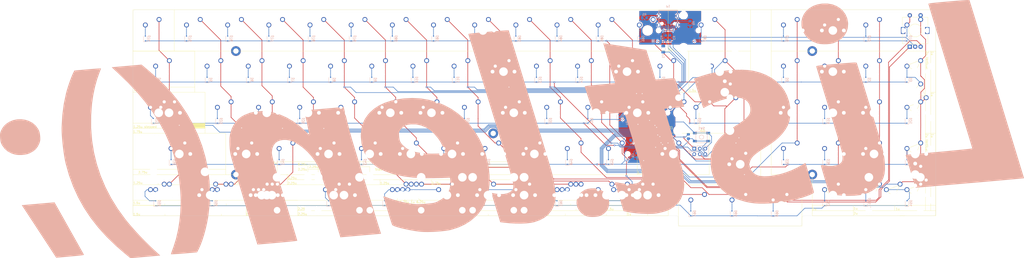
<source format=kicad_pcb>
(kicad_pcb (version 20211014) (generator pcbnew)
  (layers (0 "F.Cu" signal) (31 "B.Cu" signal) (34 "B.Paste" user) (35 "F.Paste" user) (36 "B.SilkS" user "B.Silkscreen") (37 "F.SilkS" user "F.Silkscreen") (38 "B.Mask" user) (39 "F.Mask" user) (44 "Edge.Cuts" user))
  (net 0 "")
  (net 1 "GND")
  (net 2 "VCC")
  (net 3 "Net-(C8-Pad1)")
  (net 4 "Net-(R2-Pad1)")
  (net 5 "Net-(R3-Pad1)")
  (net 6 "Net-(R4-Pad2)")
  (net 8 "/Reset")
  (net 9 "/Row_0")
  (net 10 "/Row_1")
  (net 11 "/Row_2")
  (net 12 "/Row_3")
  (net 13 "/Row_4")
  (net 14 "/Col_0")
  (net 15 "/Col_1")
  (net 16 "/Col_2")
  (net 17 "/Col_3")
  (net 18 "/Col_4")
  (net 19 "/Col_5")
  (net 20 "/Col_6")
  (net 21 "/Col_7")
  (net 22 "/Col_8")
  (net 23 "/Col_9")
  (net 24 "/Col_10")
  (net 25 "/Col_11")
  (net 26 "/Col_12")
  (net 27 "/Col_13")
  (net 28 "/Col_14")
  (net 29 "/Col_15")
  (net 30 "/Col_16")
  (net 31 "/Col_17")
  (net 32 "Net-(D0-Pad2)")
  (net 33 "Net-(D1-Pad2)")
  (net 34 "Net-(D2-Pad2)")
  (net 35 "Net-(D3-Pad2)")
  (net 36 "Net-(D4-Pad2)")
  (net 37 "Net-(D5-Pad2)")
  (net 38 "Net-(D6-Pad2)")
  (net 39 "Net-(D7-Pad2)")
  (net 40 "Net-(D8-Pad2)")
  (net 41 "Net-(D9-Pad2)")
  (net 42 "Net-(D10-Pad2)")
  (net 43 "Net-(D11-Pad2)")
  (net 44 "Net-(D12-Pad2)")
  (net 45 "Net-(D13-Pad2)")
  (net 46 "Net-(D14-Pad2)")
  (net 47 "Net-(D15-Pad2)")
  (net 48 "Net-(D16-Pad2)")
  (net 49 "Net-(D17-Pad2)")
  (net 50 "Net-(D18-Pad2)")
  (net 51 "Net-(D19-Pad2)")
  (net 52 "Net-(D20-Pad2)")
  (net 53 "Net-(D21-Pad2)")
  (net 54 "Net-(D22-Pad2)")
  (net 55 "Net-(D23-Pad2)")
  (net 56 "Net-(D24-Pad2)")
  (net 57 "Net-(D25-Pad2)")
  (net 58 "Net-(D26-Pad2)")
  (net 59 "Net-(D27-Pad2)")
  (net 60 "Net-(D28-Pad2)")
  (net 61 "Net-(D29-Pad2)")
  (net 62 "Net-(D30-Pad2)")
  (net 63 "Net-(D31-Pad2)")
  (net 64 "Net-(D32-Pad2)")
  (net 65 "Net-(D33-Pad2)")
  (net 66 "Net-(D34-Pad2)")
  (net 67 "Net-(D35-Pad2)")
  (net 68 "Net-(D36-Pad2)")
  (net 69 "Net-(D37-Pad2)")
  (net 70 "Net-(D39-Pad2)")
  (net 71 "Net-(D40-Pad2)")
  (net 72 "Net-(D41-Pad2)")
  (net 73 "Net-(D42-Pad2)")
  (net 74 "Net-(D43-Pad2)")
  (net 75 "Net-(D44-Pad2)")
  (net 76 "Net-(D45-Pad2)")
  (net 77 "Net-(D46-Pad2)")
  (net 78 "Net-(D47-Pad2)")
  (net 79 "Net-(D48-Pad2)")
  (net 80 "Net-(D49-Pad2)")
  (net 81 "Net-(D50-Pad2)")
  (net 82 "Net-(D51-Pad2)")
  (net 83 "Net-(D53-Pad2)")
  (net 84 "Net-(D54-Pad2)")
  (net 85 "Net-(D55-Pad2)")
  (net 86 "Net-(D56-Pad2)")
  (net 87 "Net-(D57-Pad2)")
  (net 88 "Net-(D58-Pad2)")
  (net 89 "Net-(D59-Pad2)")
  (net 90 "Net-(D60-Pad2)")
  (net 91 "Net-(D61-Pad2)")
  (net 92 "Net-(D62-Pad2)")
  (net 93 "Net-(D63-Pad2)")
  (net 94 "Net-(D64-Pad2)")
  (net 95 "Net-(D65-Pad2)")
  (net 96 "Net-(D69-Pad2)")
  (net 97 "Net-(P1-PadB5)")
  (net 98 "Net-(P1-PadA7)")
  (net 99 "Net-(P1-PadA6)")
  (net 100 "Net-(P1-PadA5)")
  (net 103 "Net-(F1-Pad2)")
  (net 104 "Net-(C1-Pad3)")
  (net 105 "Net-(C1-Pad1)")
  (net 106 "Net-(D38-Pad2)")
  (net 107 "Net-(D70-Pad2)")
  (net 108 "Net-(D71-Pad2)")
  (net 109 "Net-(D72-Pad2)")
  (net 110 "Net-(D73-Pad2)")
  (net 111 "Net-(D74-Pad2)")
  (net 112 "Net-(D75-Pad2)")
  (net 113 "Net-(D76-Pad2)")
  (net 114 "Net-(D77-Pad2)")
  (net 115 "Net-(D78-Pad2)")
  (net 116 "Net-(D79-Pad2)")
  (net 117 "Net-(D80-Pad2)")
  (net 118 "Net-(D81-Pad2)")
  (net 119 "Net-(D82-Pad2)")
  (net 120 "Net-(D83-Pad2)")
  (net 121 "Net-(D84-Pad2)")
  (net 122 "Net-(D85-Pad2)")
  (net 123 "Net-(D86-Pad2)")
  (net 124 "Net-(D87-Pad2)")
  (net 125 "Net-(D53-2-Pad2)")
  (net 126 "Rotary_A")
  (net 127 "Rotary_B")
  (footprint "MX_Only:MXOnly-1U-NoLED" (layer "F.Cu") (at 296.74651 72.707488)
    (fp_text reference "K51")
    (fp_text value "KEYSW")
  )
  (footprint "random-keyboard-parts:M2 Mounting Hole" (layer "F.Cu") (at 63.383782 77.47004)
    (fp_text reference "H4" hide)
    (fp_text value "MountingHole")
  )
  (footprint "random-keyboard-parts:M2 Mounting Hole" (layer "F.Cu") (at 63.383602 20.319968)
    (fp_text reference "H1" hide)
    (fp_text value "MountingHole")
  )
  (footprint "MX_Only:MXOnly-1U-NoLED" (layer "F.Cu") (at 315.79651 91.757488)
    (fp_text reference "K69")
    (fp_text value "KEYSW")
  )
  (footprint "MX_Only:MXOnly-1U-NoLED" (layer "F.Cu") (at 377.70881 29.844968)
    (fp_text reference "K3")
    (fp_text value "KEYSW")
  )
  (footprint "MX_Only:MXOnly-1U-NoLED" (layer "F.Cu") (at 377.70881 48.894968)
    (fp_text reference "K21")
    (fp_text value "KEYSW")
  )
  (footprint "MX_Only:MXOnly-1U-NoLED" (layer "F.Cu") (at 377.70881 67.944968)
    (fp_text reference "K38")
    (fp_text value "KEYSW")
  )
  (footprint "MX_Only:MXOnly-1U-NoLED" (layer "F.Cu") (at 377.70881 86.994968)
    (fp_text reference "K54")
    (fp_text value "KEYSW")
  )
  (footprint "MX_Only:MXOnly-2.25U-NoLED" (layer "F.Cu") (at 37.189944 67.945)
    (fp_text reference "K39")
    (fp_text value "KEYSW")
  )
  (footprint "MX_Only:MXOnly-1.75U-NoLED" (layer "F.Cu") (at 32.427444 48.895)
    (fp_text reference "K22")
    (fp_text value "KEYSW")
  )
  (footprint "MX_Only:MXOnly-1.5U-NoLED" (layer "F.Cu") (at 30.046194 29.845)
    (fp_text reference "K4")
    (fp_text value "KEYSW")
  )
  (footprint "MX_Only:MXOnly-1.5U-NoLED" (layer "F.Cu") (at 30.046194 86.995)
    (fp_text reference "K55")
    (fp_text value "KEYSW")
  )
  (footprint "MX_Only:MXOnly-1U-NoLED" (layer "F.Cu") (at 339.60881 29.844968)
    (fp_text reference "K1")
    (fp_text value "KEYSW")
  )
  (footprint "MX_Only:MXOnly-1U-NoLED" (layer "F.Cu") (at 358.65881 29.844968)
    (fp_text reference "K2")
    (fp_text value "KEYSW")
  )
  (footprint "MX_Only:MXOnly-1U-NoLED" (layer "F.Cu") (at 339.60881 67.944968)
    (fp_text reference "K36")
    (fp_text value "KEYSW")
  )
  (footprint "MX_Only:MXOnly-1U-NoLED" (layer "F.Cu") (at 320.55881 67.944968)
    (fp_text reference "K35")
    (fp_text value "KEYSW")
  )
  (footprint "MX_Only:MXOnly-1U-NoLED" (layer "F.Cu") (at 339.60881 48.894968)
    (fp_text reference "K19")
    (fp_text value "KEYSW")
  )
  (footprint "MX_Only:MXOnly-1U-NoLED" (layer "F.Cu") (at 320.55881 48.894968)
    (fp_text reference "K18")
    (fp_text value "KEYSW")
  )
  (footprint "MX_Only:MXOnly-1U-NoLED" (layer "F.Cu") (at 358.65881 48.894968)
    (fp_text reference "K20")
    (fp_text value "KEYSW")
  )
  (footprint "MX_Only:MXOnly-1U-NoLED" (layer "F.Cu") (at 358.65881 67.944968)
    (fp_text reference "K37")
    (fp_text value "KEYSW")
  )
  (footprint "MX_Only:MXOnly-1U-NoLED" (layer "F.Cu") (at 339.608842 86.995032)
    (fp_text reference "K53")
    (fp_text value "KEYSW")
  )
  (footprint "random-keyboard-parts:M2 Mounting Hole" (layer "F.Cu") (at 330.08383 77.470024)
    (fp_text reference "H2" hide)
    (fp_text value "MountingHole")
  )
  (footprint "random-keyboard-parts:M2 Mounting Hole" (layer "F.Cu") (at 330.08383 20.31996)
    (fp_text reference "H3" hide)
    (fp_text value "MountingHole")
  )
  (footprint "MX_Only:MXOnly-1U-NoLED" (layer "F.Cu") (at 320.55881 29.844968)
    (fp_text reference "K0")
    (fp_text value "KEYSW")
  )
  (footprint "Images:dotlen_14" (layer "F.Cu") (at 126.497856 85.887531)
    (fp_text reference "G1" hide)
    (fp_text value "dotlen" hide)
  )
  (footprint "Images:List_5mm_high" (layer "F.Cu") (at 94.493856 85.59489)
    (fp_text reference "G3" hide)
    (fp_text value "string" hide)
  )
  (footprint "random-keyboard-parts:M2 Mounting Hole" (layer "F.Cu") (at 182.44621 58.419992)
    (fp_text reference "H5" hide)
    (fp_text value "MountingHole")
  )
  (footprint "MX_Only:MXOnly-1.25U-NoLED" (layer "F.Cu") (at 27.664944 48.895)
    (fp_text reference "K22-stepped1")
    (fp_text value "KEYSW")
  )
  (footprint "MX_Only:MXOnly-2U-NoLED" (layer "F.Cu") (at 377.70881 39.369968 -90)
    (fp_text reference "K3-2uVert1")
    (fp_text value "KEYSW")
  )
  (footprint "MX_Only:MXOnly-2U-NoLED" (layer "F.Cu") (at 377.70881 77.469968 -90)
    (fp_text reference "K38-2uVert1")
    (fp_text value "KEYSW")
  )
  (footprint "MX_Only:MXOnly-1.25U-NoLED" (layer "F.Cu") (at 27.664944 86.995)
    (fp_text reference "K55-1.25")
    (fp_text value "KEYSW")
  )
  (footprint "MX_Only:MXOnly-1.25U-NoLED" (layer "F.Cu") (at 51.477444 86.995)
    (fp_text reference "K56-1.25")
    (fp_text value "KEYSW")
  )
  (footprint "MX_Only:MXOnly-1.25U-NoLED" (layer "F.Cu") (at 75.289944 86.995)
    (fp_text reference "K57-1.25")
    (fp_text value "KEYSW")
  )
  (footprint "MX_Only:MXOnly-1.5U-NoLED" (layer "F.Cu") (at 58.621194 86.995)
    (fp_text reference "K57-1.5u1")
    (fp_text value "KEYSW")
  )
  (footprint "MX_Only:MXOnly-6.25U-ReversedStabilizers-NoLED" (layer "F.Cu") (at 146.727444 86.995)
    (fp_text reference "K58-6u1")
    (fp_text value "KEYSW")
  )
  (footprint "MX_Only:MXOnly-2.25U-ReversedStabilizers-NoLED" (layer "F.Cu") (at 108.627444 86.995)
    (fp_text reference "K58for1.25Row1")
    (fp_text value "KEYSW")
  )
  (footprint "MX_Only:MXOnly-1.25U-NoLED" (layer "F.Cu") (at 141.964944 86.995)
    (fp_text reference "K59-1.25u1")
    (fp_text value "KEYSW")
  )
  (footprint "MX_Only:MXOnly-7U-ReversedStabilizers-NoLED" (layer "F.Cu") (at 139.583694 86.995)
    (fp_text reference "K59-7u1")
    (fp_text value "KEYSW")
  )
  (footprint "MX_Only:MXOnly-2.75U-ReversedStabilizers-NoLED" (layer "F.Cu") (at 161.014944 86.995)
    (fp_text reference "K59Alt1")
    (fp_text value "KEYSW")
  )
  (footprint "MX_Only:MXOnly-1U-NoLED" (layer "F.Cu") (at 196.733694 86.995)
    (fp_text reference "K60Alt1")
    (fp_text value "KEYSW")
  )
  (footprint "MX_Only:MXOnly-1.5U-NoLED" (layer "F.Cu") (at 220.546194 86.995)
    (fp_text reference "K61-1.5u1")
    (fp_text value "KEYSW")
  )
  (footprint "MX_Only:MXOnly-1.5U-NoLED" (layer "F.Cu") (at 249.121194 86.995)
    (fp_text reference "K62-1.5u1")
    (fp_text value "KEYSW")
  )
  (footprint "MX_Only:MXOnly-1U-NoLED" (layer "F.Cu") (at 268.17119 48.895024)
    (fp_text reference "K17_Iso_1u1")
    (fp_text value "KEYSW")
  )
  (footprint "MX_Only:MXOnly-1U-NoLED" (layer "F.Cu") (at 96.721194 48.895)
    (fp_text reference "K25")
    (fp_text value "KEYSW")
  )
  (footprint "MX_Only:MXOnly-1U-NoLED" (layer "F.Cu") (at 125.296194 67.945)
    (fp_text reference "K43")
    (fp_text value "KEYSW")
  )
  (footprint "MX_Only:MXOnly-1U-NoLED" (layer "F.Cu") (at 106.246194 67.945)
    (fp_text reference "K42")
    (fp_text value "KEYSW")
  )
  (footprint "MX_Only:MXOnly-1U-NoLED" (layer "F.Cu") (at 77.671194 86.995)
    (fp_text reference "K57-1u1")
    (fp_text value "KEYSW")
  )
  (footprint "MX_Only:MXOnly-1U-NoLED" (layer "F.Cu") (at 249.121194 48.895)
    (fp_text reference "K33")
    (fp_text value "KEYSW")
  )
  (footprint "MX_Only:MXOnly-1U-NoLED" (layer "F.Cu") (at 120.533846 10.794992)
    (fp_text reference "K79")
    (fp_text value "KEYSW")
  )
  (footprint "MX_Only:MXOnly-1U-NoLED" (layer "F.Cu") (at 358.65885 10.79496)
    (fp_text reference "K72")
    (fp_text value "KEYSW")
  )
  (footprint "MX_Only:MXOnly-2.25U-NoLED" (layer "F.Cu") (at 280.077444 48.895)
    (fp_text reference "K34")
    (fp_text value "KEYSW")
  )
  (footprint "MX_Only:MXOnly-1U-NoLED" (layer "F.Cu") (at 68.146194 67.945)
    (fp_text reference "K40")
    (fp_text value "KEYSW")
  )
  (footprint "MX_Only:MXOnly-1U-NoLED" (layer "F.Cu") (at 358.658858 86.995032)
    (fp_text reference "K53-2")
    (fp_text value "KEYSW")
  )
  (footprint "MX_Only:MXOnly-2.25U-ReversedStabilizers-NoLED" (layer "F.Cu") (at 113.389944 86.995)
    (fp_text reference "K58")
    (fp_text value "KEYSW")
  )
  (footprint "MX_Only:MXOnly-1U-NoLED" (layer "F.Cu") (at 296.74651 91.757488)
    (fp_text reference "K65")
    (fp_text value "KEYSW")
  )
  (footprint "MX_Only:MXOnly-ISO-ROTATED-ReversedStabilizers-NoLED" (layer "F.Cu") (at 289.602458 39.370016)
    (fp_text reference "K34_iso1")
    (fp_text value "KEYSW")
  )
  (footprint "MX_Only:MXOnly-1U-NoLED" (layer "F.Cu") (at 168.158694 29.845)
    (fp_text reference "K11")
    (fp_text value "KEYSW")
  )
  (footprint "MX_Only:MXOnly-1U-NoLED" (layer "F.Cu") (at 239.596194 67.945)
    (fp_text reference "K49")
    (fp_text value "KEYSW")
  )
  (footprint "MX_Only:MXOnly-1U-NoLED" (layer "F.Cu") (at 63.383798 10.794992)
    (fp_text reference "K76")
    (fp_text value "KEYSW")
  )
  (footprint "MX_Only:MXOnly-1U-NoLED" (layer "F.Cu") (at 196.73391 10.794992)
    (fp_text reference "K83")
    (fp_text value "KEYSW")
  )
  (footprint "MX_Only:MXOnly-2U-ReversedStabilizers-NoLED" (layer "F.Cu") (at 368.183866 86.995032)
    (fp_text reference "K54-2u1")
    (fp_text value "KEYSW")
  )
  (footprint "MX_Only:MXOnly-1U-NoLED" (layer "F.Cu") (at 339.608834 10.79496)
    (fp_text reference "K71")
    (fp_text value "KEYSW")
  )
  (footprint "MX_Only:MXOnly-1U-NoLED" (layer "F.Cu") (at 215.783694 86.995)
    (fp_text reference "K61")
    (fp_text value "KEYSW")
  )
  (footprint "MX_Only:MXOnly-1U-NoLED" (layer "F.Cu") (at 177.683894 10.794992)
    (fp_text reference "K82")
    (fp_text value "KEYSW")
  )
  (footprint "MX_Only:MXOnly-1U-NoLED" (layer "F.Cu") (at 58.621194 48.895)
    (fp_text reference "K23")
    (fp_text value "KEYSW")
  )
  (footprint "MX_Only:MXOnly-1U-NoLED" (layer "F.Cu") (at 25.283766 10.794992)
    (fp_text reference "K74")
    (fp_text value "KEYSW")
  )
  (footprint "MX_Only:MXOnly-1.25U-NoLED" (layer "F.Cu") (at 241.977698 86.995056)
    (fp_text reference "K62-1.25u1")
    (fp_text value "KEYSW")
  )
  (footprint "MX_Only:MXOnly-2.75U-ReversedStabilizers-NoLED" (layer "F.Cu") (at 180.064944 86.995)
    (fp_text reference "K60")
    (fp_text value "KEYSW")
  )
  (footprint "random-keyboard-parts:RotaryEncoder_Alps_EC11E-Switch_Vertical_H20mm_MX-1U" (layer "F.Cu") (at 377.708866 10.79496 90)
    (fp_text reference "SW2" hide)
    (fp_text value "Rotary_Encoder_Switch" hide)
  )
  (footprint "MX_Only:MXOnly-1U-NoLED" (layer "F.Cu") (at 187.208694 29.845)
    (fp_text reference "K12")
    (fp_text value "KEYSW")
  )
  (footprint "MX_Only:MXOnly-1U-NoLED" (layer "F.Cu") (at 144.346194 67.945)
    (fp_text reference "K44")
    (fp_text value "KEYSW")
  )
  (footprint "MX_Only:MXOnly-1U-NoLED" (layer "F.Cu") (at 253.883694 86.995)
    (fp_text reference "K63")
    (fp_text value "KEYSW")
  )
  (footprint "MX_Only:MXOnly-1.25U-NoLED" (layer "F.Cu") (at 80.052444 86.995)
    (fp_text reference "K57")
    (fp_text value "KEYSW")
  )
  (footprint "MX_Only:MXOnly-1U-NoLED" (layer "F.Cu") (at 215.783926 10.794992)
    (fp_text reference "K84")
    (fp_text value "KEYSW")
  )
  (footprint "Images:beebo_12mm" (layer "F.Cu") (at 22.423702 67.499992)
    (fp_text reference "G***")
    (fp_text value "LOGO" hide)
  )
  (footprint "MX_Only:MXOnly-1U-NoLED" (layer "F.Cu") (at 191.971194 48.895)
    (fp_text reference "K30")
    (fp_text value "KEYSW")
  )
  (footprint "MX_Only:MXOnly-1U-NoLED" (layer "F.Cu") (at 220.546194 67.945)
    (fp_text reference "K48")
    (fp_text value "KEYSW")
  )
  (footprint "MX_Only:MXOnly-1U-NoLED" (layer "F.Cu") (at 158.633878 10.794992)
    (fp_text reference "K81")
    (fp_text value "KEYSW")
  )
  (footprint "MX_Only:MXOnly-1U-NoLED" (layer "F.Cu") (at 244.358694 29.845)
    (fp_text reference "K15")
    (fp_text value "KEYSW")
  )
  (footprint "MX_Only:MXOnly-1U-NoLED" (layer "F.Cu") (at 111.008694 29.845)
    (fp_text reference "K8")
    (fp_text value "KEYSW")
  )
  (footprint "MX_Only:MXOnly-1U-NoLED" (layer "F.Cu") (at 72.908694 29.845)
    (fp_text reference "K6")
    (fp_text value "KEYSW")
  )
  (footprint "MX_Only:MXOnly-1U-NoLED" (layer "F.Cu") (at 230.071194 48.895)
    (fp_text reference "K32")
    (fp_text value "KEYSW")
  )
  (footprint "MX_Only:MXOnly-1U-NoLED" (layer "F.Cu") (at 144.346194 86.995)
    (fp_text reference "K59")
    (fp_text value "KEYSW")
  )
  (footprint "MX_Only:MXOnly-1U-NoLED" (layer "F.Cu") (at 91.958694 29.845)
    (fp_text reference "K7")
    (fp_text value "KEYSW")
  )
  (footprint "MX_Only:MXOnly-1U-NoLED" (layer "F.Cu") (at 53.858694 29.845)
    (fp_text reference "K5")
    (fp_text value "KEYSW")
  )
  (footprint "MX_Only:MXOnly-1U-NoLED" (layer "F.Cu") (at 44.333782 10.794992)
    (fp_text reference "K75")
    (fp_text value "KEYSW")
  )
  (footprint "MX_Only:MXOnly-1U-NoLED" (layer "F.Cu") (at 115.771194 48.895)
    (fp_text reference "K26")
    (fp_text value "KEYSW")
  )
  (footprint "MX_Only:MXOnly-1U-NoLED" (layer "F.Cu") (at 253.883958 10.794992)
    (fp_text reference "K86")
    (fp_text value "KEYSW")
  )
  (footprint "MX_Only:MXOnly-1.5U-NoLED" (layer "F.Cu") (at 287.221194 29.845)
    (fp_text reference "K17")
    (fp_text value "KEYSW")
  )
  (footprint "MX_Only:MXOnly-1U-NoLED" (layer "F.Cu") (at 320.558818 10.79496)
    (fp_text reference "K70")
    (fp_text value "KEYSW")
  )
  (footprint "MX_Only:MXOnly-1U-NoLED" (layer "F.Cu") (at 134.821194 48.895)
    (fp_text reference "K27")
    (fp_text value "KEYSW")
  )
  (footprint "MX_Only:MXOnly-1U-NoLED" (layer "F.Cu") (at 130.058694 29.845)
    (fp_text reference "K9")
    (fp_text value "KEYSW")
  )
  (footprint "MX_Only:MXOnly-1.25U-NoLED" (layer "F.Cu") (at 218.165178 86.995056)
    (fp_text reference "K61-1.25u1")
    (fp_text value "KEYSW")
  )
  (footprint "MX_Only:MXOnly-1U-NoLED" (layer "F.Cu") (at 277.69651 91.757488)
    (fp_text reference "K64")
    (fp_text value "KEYSW")
  )
  (footprint "MX_Only:MXOnly-1U-NoLED" (layer "F.Cu") (at 234.833942 10.794992)
    (fp_text reference "K85")
    (fp_text value "KEYSW")
  )
  (footprint "MX_Only:MXOnly-1U-NoLED" (layer "F.Cu") (at 206.258694 29.845)
    (fp_text reference "K13")
    (fp_text value "KEYSW")
  )
  (footprint "MX_Only:MXOnly-1U-NoLED" (layer "F.Cu") (at 211.021194 48.895)
    (fp_text reference "K31")
    (fp_text value "KEYSW")
  )
  (footprint "MX_Only:MXOnly-1U-NoLED" (layer "F.Cu") (at 82.433814 10.794992)
    (fp_text reference "K77")
    (fp_text value "KEYSW")
  )
  (footprint "MX_Only:MXOnly-1U-NoLED" (layer "F.Cu") (at 149.108694 29.845)
    (fp_text reference "K10")
    (fp_text value "KEYSW")
  )
  (footprint "MX_Only:MXOnly-1U-NoLED" (layer "F.Cu") (at 77.671194 48.895)
    (fp_text reference "K24")
    (fp_text value "KEYSW")
  )
  (footprint "MX_Only:MXOnly-1U-NoLED" (layer "F.Cu") (at 139.583862 10.794992)
    (fp_text reference "K80")
    (fp_text value "KEYSW")
  )
  (footprint "MX_Only:MXOnly-1U-NoLED" (layer "F.Cu") (at 225.308694 29.845)
    (fp_text reference "K14")
    (fp_text value "KEYSW")
  )
  (footprint "MX_Only:MXOnly-1U-NoLED" (layer "F.Cu") (at 101.48383 10.794992)
    (fp_text reference "K78")
    (fp_text value "KEYSW")
  )
  (footprint "MX_Only:MXOnly-1U-NoLED" (layer "F.Cu") (at 182.446194 67.945)
    (fp_text reference "K46")
    (fp_text value "KEYSW")
  )
  (footprint "MX_Only:MXOnly-1U-NoLED" (layer "F.Cu") (at 153.871194 48.895)
    (fp_text reference "K28")
    (fp_text value "KEYSW")
  )
  (footprint "MX_Only:MXOnly-1U-NoLED" (layer "F.Cu") (at 87.196194 67.945)
    (fp_text reference "K41")
    (fp_text value "KEYSW")
  )
  (footprint "MX_Only:MXOnly-2U-NoLED" (layer "F.Cu") (at 282.458982 10.794992)
    (fp_text reference "K87")
    (fp_text value "KEYSW")
  )
  (footprint "MX_Only:MXOnly-1.75U-NoLED" (layer "F.Cu") (at 265.789944 67.945)
    (fp_text reference "K50")
    (fp_text value "KEYSW")
  )
  (footprint "MX_Only:MXOnly-1U-NoLED" (layer "F.Cu") (at 263.408694 29.845)
    (fp_text reference "K16")
    (fp_text value "KEYSW")
  )
  (footprint "MX_Only:MXOnly-1U-NoLED" (layer "F.Cu") (at 377.708866 10.79496)
    (fp_text reference "K73")
    (fp_text value "KEYSW")
  )
  (footprint "MX_Only:MXOnly-1U-NoLED" (layer "F.Cu") (at 172.921194 48.895)
    (fp_text reference "K29")
    (fp_text value "KEYSW")
  )
  (footprint "MX_Only:MXOnly-1U-NoLED" (layer "F.Cu") (at 234.833694 86.995)
    (fp_text reference "K62")
    (fp_text value "KEYSW")
  )
  (footprint "MX_Only:MXOnly-1.25U-NoLED" (layer "F.Cu") (at 56.239944 86.995)
    (fp_text reference "K56")
    (fp_text value "KEYSW")
  )
  (footprint "MX_Only:MXOnly-1U-NoLED" (layer "F.Cu") (at 201.496194 67.945)
    (fp_text reference "K47")
    (fp_text value "KEYSW")
  )
  (footprint "MX_Only:MXOnly-1U-NoLED" (layer "F.Cu") (at 163.396194 67.945)
    (fp_text reference "K45")
    (fp_text value "KEYSW")
  )
  (footprint "Diode_SMD:D_SOD-323F" (layer "B.Cu") (at 292.91111 95.440488 90)
    (fp_text reference "D65")
    (fp_text value "SOD-323F")
  )
  (footprint "Capacitor_SMD:C_0805_2012Metric_Pad1.15x1.40mm_HandSolder" (layer "B.Cu") (at 247.051094 61.5823)
    (fp_text reference "C4")
    (fp_text value "0.1u")
  )
  (footprint "Capacitor_SMD:C_0805_2012Metric_Pad1.15x1.40mm_HandSolder" (layer "B.Cu") (at 248.888594 68.5315 -90)
    (fp_text reference "C6")
    (fp_text value "22p")
  )
  (footprint "Capacitor_SMD:C_0805_2012Metric_Pad1.15x1.40mm_HandSolder" (layer "B.Cu") (at 255.695794 68.6331 -90)
    (fp_text reference "C7")
    (fp_text value "22p")
  )
  (footprint "Capacitor_SMD:C_0805_2012Metric_Pad1.15x1.40mm_HandSolder" (layer "B.Cu") (at 261.215294 57.4167 180)
    (fp_text reference "C8")
    (fp_text value "1u")
  )
  (footprint "Resistor_SMD:R_0805_2012Metric_Pad1.15x1.40mm_HandSolder" (layer "B.Cu") (at 272.745144 59.8334 90)
    (fp_text reference "R1")
    (fp_text value "10k")
  )
  (footprint "Resistor_SMD:R_0805_2012Metric_Pad1.15x1.40mm_HandSolder" (layer "B.Cu") (at 262.246547 14.136357 90)
    (fp_text reference "R2")
    (fp_text value "22R")
  )
  (footprint "Resistor_SMD:R_0805_2012Metric_Pad1.15x1.40mm_HandSolder" (layer "B.Cu") (at 264.227747 14.110957 90)
    (fp_text reference "R3")
    (fp_text value "22R")
  )
  (footprint "Resistor_SMD:R_0805_2012Metric_Pad1.15x1.40mm_HandSolder" (layer "B.Cu") (at 245.929094 53.8019 -90)
    (fp_text reference "R4")
    (fp_text value "10k")
  )
  (footprint "random-keyboard-parts:SKQG-1155865" (layer "B.Cu") (at 278.839944 60.126)
    (fp_text reference "SW1")
    (fp_text value "Reset_Switch")
  )
  (footprint "Package_DFN_QFN:QFN-44-1EP_7x7mm_P0.5mm_EP5.2x5.2mm" (layer "B.Cu") (at 253.078994 58.3769 180)
    (fp_text reference "U1")
    (fp_text value "ATmega32U4-MUR")
  )
  (footprint "Connector_PinHeader_2.54mm:PinHeader_2x03_P2.54mm_Vertical" (layer "B.Cu") (at 275.488344 65.4812 -90)
    (fp_text reference "J2")
    (fp_text value "ICSP_Header")
  )
  (footprint "Diode_SMD:D_SOD-323F" (layer "B.Cu") (at 311.98651 95.474888 90)
    (fp_text reference "D69")
    (fp_text value "SOD-323F")
  )
  (footprint "Resistor_SMD:R_0805_2012Metric_Pad1.15x1.40mm_HandSolder" (layer "B.Cu") (at 252.390047 4.934349)
    (fp_text reference "R5")
    (fp_text value "5.1k")
  )
  (footprint "Resistor_SMD:R_0805_2012Metric_Pad1.15x1.40mm_HandSolder" (layer "B.Cu") (at 273.532 7.516001 90)
    (fp_text reference "R6")
    (fp_text value "5.1k")
  )
  (footprint "Capacitor_SMD:C_0805_2012Metric_Pad1.15x1.40mm_HandSolder" (layer "B.Cu") (at 255.474194 64.8389 180)
    (fp_text reference "C2")
    (fp_text value "0.1u")
  )
  (footprint "Capacitor_SMD:C_0805_2012Metric_Pad1.15x1.40mm_HandSolder" (layer "B.Cu") (at 247.914694 53.8009 90)
    (fp_text reference "C3")
    (fp_text value "0.1u")
  )
  (footprint "Capacitor_SMD:C_0805_2012Metric_Pad1.15x1.40mm_HandSolder" (layer "B.Cu") (at 256.228994 52.0155 90)
    (fp_text reference "C5")
    (fp_text value "10u")
  )
  (footprint "Fuse:Fuse_1206_3216Metric" (layer "B.Cu") (at 261.137897 19.377757 90)
    (fp_text reference "F1")
    (fp_text value "500mA")
  )
  (footprint "Connector_USB:918-418K2023S40001" (layer "B.Cu") (at 263.4 4.31675)
    (fp_text reference "P1")
    (fp_text value "918-418K2023S40001")
  )
  (footprint "Diode_SMD:D_SOD-323F" (layer "B.Cu") (at 33.405344 71.6534 90)
    (fp_text reference "D39")
    (fp_text value "SOD-323F")
  )
  (footprint "Diode_SMD:D_SOD-323F" (layer "B.Cu") (at 25.158694 52.6034 90)
    (fp_text reference "D22")
    (fp_text value "SOD-323F")
  )
  (footprint "Diode_SMD:D_SOD-323F" (layer "B.Cu") (at 26.236194 33.5534 90)
    (fp_text reference "D4")
    (fp_text value "SOD-323F")
  )
  (footprint "Diode_SMD:D_SOD-323F" (layer "B.Cu") (at 26.261594 90.7034 90)
    (fp_text reference "D55")
    (fp_text value "SOD-323F")
  )
  (footprint "Diode_SMD:D_SOD-323F" (layer "B.Cu") (at 335.79881 71.678768 90)
    (fp_text reference "D36")
    (fp_text value "SOD-323F")
  )
  (footprint "Diode_SMD:D_SOD-323F" (layer "B.Cu") (at 373.92421 71.653368 90)
    (fp_text reference "D38")
    (fp_text value "SOD-323F")
  )
  (footprint "Diode_SMD:D_SOD-323F" (layer "B.Cu") (at 354.87421 71.653368 90)
    (fp_text reference "D37")
    (fp_text value "SOD-323F")
  )
  (footprint "Diode_SMD:D_SOD-323F" (layer "B.Cu") (at 316.774306 71.6788 90)
    (fp_text reference "D35")
    (fp_text value "SOD-323F")
  )
  (footprint "Diode_SMD:D_SOD-323F" (layer "B.Cu") (at 373.87341 52.603368 90)
    (fp_text reference "D21")
    (fp_text value "SOD-323F")
  )
  (footprint "Diode_SMD:D_SOD-323F" (layer "B.Cu") (at 335.77341 52.603368 90)
    (fp_text reference "D19")
    (fp_text value "SOD-323F")
  )
  (footprint "Diode_SMD:D_SOD-323F" (layer "B.Cu") (at 316.723394 52.603368 90)
    (fp_text reference "D18")
    (fp_text value "SOD-323F")
  )
  (footprint "Diode_SMD:D_SOD-323F" (layer "B.Cu") (at 335.79881 33.553368 90)
    (fp_text reference "D1")
    (fp_text value "SOD-323F")
  )
  (footprint "Diode_SMD:D_SOD-323F" (layer "B.Cu") (at 354.84881 33.553368 90)
    (fp_text reference "D2")
    (fp_text value "SOD-323F")
  )
  (footprint "Diode_SMD:D_SOD-323F" (layer "B.Cu") (at 316.748938 33.5534 90)
    (fp_text reference "D0")
    (fp_text value "SOD-323F")
  )
  (footprint "Diode_SMD:D_SOD-323F" (layer "B.Cu") (at 354.82341 52.603368 90)
    (fp_text reference "D20")
    (fp_text value "SOD-323F")
  )
  (footprint "Diode_SMD:D_SOD-323F" (layer "B.Cu") (at 373.89881 33.553368 90)
    (fp_text reference "D3")
    (fp_text value "SOD-323F")
  )
  (footprint "Diode_SMD:D_SOD-323F" (layer "B.Cu") (at 335.784266 90.689569 90)
    (fp_text reference "D53")
    (fp_text value "SOD-323F")
  )
  (footprint "Diode_SMD:D_SOD-323F" (layer "B.Cu") (at 373.92421 90.703368 90)
    (fp_text reference "D54")
    (fp_text value "SOD-323F")
  )
  (footprint "Crystal:Crystal_SMD_3225-4Pin_3.2x2.5mm" (layer "B.Cu") (at 252.170644 68.492)
    (fp_text reference "C1")
    (fp_text value "Crystal")
  )
  (footprint "Diode_SMD:D_SOD-323F" (layer "B.Cu") (at 335.79881 14.503368 90)
    (fp_text reference "D71")
    (fp_text value "SOD-323F")
  )
  (footprint "Diode_SMD:D_SOD-323F" (layer "B.Cu") (at 273.861094 95.440488 90)
    (fp_text reference "D64")
    (fp_text value "SOD-323F")
  )
  (footprint "Diode_SMD:D_SOD-323F" (layer "B.Cu") (at 52.455344 90.7034 90)
    (fp_text reference "D56")
    (fp_text value "SOD-323F")
  )
  (footprint "Diode_SMD:D_SOD-323F" (layer "B.Cu") (at 76.242444 90.805 90)
    (fp_text reference "D57")
    (fp_text value "SOD-323F")
  )
  (footprint "Diode_SMD:D_SOD-323F" (layer "B.Cu") (at 240.548694 50.8635 90)
    (fp_text reference "D33")
    (fp_text value "SOD-323F")
  )
  (footprint "Diode_SMD:D_SOD-323F" (layer "B.Cu") (at 40.523694 14.5034 90)
    (fp_text reference "D75")
    (fp_text value "SOD-323F")
  )
  (footprint "Diode_SMD:D_SOD-323F" (layer "B.Cu") (at 292.91111 76.390472 90)
    (fp_text reference "D51")
    (fp_text value "SOD-323F")
  )
  (footprint "Diode_SMD:D_SOD-323F" (layer "B.Cu") (at 78.623694 14.5034 90)
    (fp_text reference "D77")
    (fp_text value "SOD-323F")
  )
  (footprint "Diode_SMD:D_SOD-323F" (layer "B.Cu") (at 197.711594 71.628 90)
    (fp_text reference "D47")
    (fp_text value "SOD-323F")
  )
  (footprint "Diode_SMD:D_SOD-323F" (layer "B.Cu") (at 169.111194 52.6034 90)
    (fp_text reference "D29")
    (fp_text value "SOD-323F")
  )
  (footprint "Diode_SMD:D_SOD-323F" (layer "B.Cu") (at 121.486194 71.6456 90)
    (fp_text reference "D43")
    (fp_text value "SOD-323F")
  )
  (footprint "Diode_SMD:D_SOD-323F" (layer "B.Cu") (at 59.573694 14.5034 90)
    (fp_text reference "D76")
    (fp_text value "SOD-323F")
  )
  (footprint "Diode_SMD:D_SOD-323F" (layer "B.Cu") (at 240.548694 33.5534 90)
    (fp_text reference "D15")
    (fp_text value "SOD-323F")
  )
  (footprint "Diode_SMD:D_SOD-323F" (layer "B.Cu") (at 283.411194 33.655 90)
    (fp_text reference "D17")
    (fp_text value "SOD-323F")
  )
  (footprint "Diode_SMD:D_SOD-323F" (layer "B.Cu") (at 132.192294 90.6399 90)
    (fp_text reference "D59")
    (fp_text value "SOD-323F")
  )
  (footprint "Diode_SMD:D_SOD-323F" (layer "B.Cu") (at 64.361594 71.6534 90)
    (fp_text reference "D40")
    (fp_text value "SOD-323F")
  )
  (footprint "Diode_SMD:D_SOD-323F" (layer "B.Cu") (at 202.448694 33.5534 90)
    (fp_text reference "D13")
    (fp_text value "SOD-323F")
  )
  (footprint "Diode_SMD:D_SOD-323F" (layer "B.Cu") (at 173.873694 14.5034 90)
    (fp_text reference "D82")
    (fp_text value "SOD-323F")
  )
  (footprint "Diode_SMD:D_SOD-323F" (layer "B.Cu") (at 257.363494 90.5383 90)
    (fp_text reference "D63")
    (fp_text value "SOD-323F")
  )
  (footprint "Diode_SMD:D_SOD-323F" (layer "B.Cu") (at 140.561594 71.628 90)
    (fp_text reference "D44")
    (fp_text value "SOD-323F")
  )
  (footprint "Diode_SMD:D_SOD-323F" (layer "B.Cu") (at 116.723694 14.5034 90)
    (fp_text reference "D79")
    (fp_text value "SOD-323F")
  )
  (footprint "Diode_SMD:D_SOD-323F" (layer "B.Cu") (at 216.761594 71.628 90)
    (fp_text reference "D48")
    (fp_text value "SOD-323F")
  )
  (footprint "Diode_SMD:D_SOD-323F" (layer "B.Cu") (at 259.598694 33.5534 90)
    (fp_text reference "D16")
    (fp_text value "SOD-323F")
  )
  (footprint "Diode_SMD:D_SOD-323F" (layer "B.Cu") (at 50.048694 33.5534 90)
    (fp_text reference "D5")
    (fp_text value "SOD-323F")
  )
  (footprint "Diode_SMD:D_SOD-323F" (layer "B.Cu") (at 278.682897 14.5034 90)
    (fp_text reference "D87")
    (fp_text value "SOD-323F")
  )
  (footprint "Diode_SMD:D_SOD-323F" (layer "B.Cu") (at 69.098694 33.5534 90)
    (fp_text reference "D6")
    (fp_text value "SOD-323F")
  )
  (footprint "Diode_SMD:D_SOD-323F" (layer "B.Cu") (at 83.411594 71.6534 90)
    (fp_text reference "D41")
    (fp_text value "SOD-323F")
  )
  (footprint "Diode_SMD:D_SOD-323F" (layer "B.Cu") (at 21.473694 14.5034 90)
    (fp_text reference "D74")
    (fp_text value "SOD-323F")
  )
  (footprint "Diode_SMD:D_SOD-323F" (layer "B.Cu") (at 221.498694 33.5534 90)
    (fp_text reference "D14")
    (fp_text value "SOD-323F")
  )
  (footprint "Diode_SMD:D_SOD-323F" (layer "B.Cu") (at 102.461594 71.6534 90)
    (fp_text reference "D42")
    (fp_text value "SOD-323F")
  )
  (footprint "Diode_SMD:D_SOD-323F" (layer "B.Cu") (at 250.07371 14.5534 90)
    (fp_text reference "D86")
    (fp_text value "SOD-323F")
  )
  (footprint "Diode_SMD:D_SOD-323F" (layer "B.Cu") (at 261.954544 71.628 90)
    (fp_text reference "D50")
    (fp_text value "SOD-323F")
  )
  (footprint "Diode_SMD:D_SOD-323F" (layer "B.Cu") (at 188.161194 52.6034 90)
    (fp_text reference "D30")
    (fp_text value "SOD-323F")
  )
  (footprint "Diode_SMD:D_SOD-323F" (layer "B.Cu") (at 164.348694 33.5534 90)
    (fp_text reference "D11")
    (fp_text value "SOD-323F")
  )
  (footprint "Diode_SMD:D_SOD-323F" (layer "B.Cu") (at 183.398694 33.5534 90)
    (fp_text reference "D12")
    (fp_text value "SOD-323F")
  )
  (footprint "Diode_SMD:D_SOD-323F" (layer "B.Cu") (at 316.748942 14.5034 90)
    (fp_text reference "D70")
    (fp_text value "SOD-323F")
  )
  (footprint "Diode_SMD:D_SOD-323F" (layer "B.Cu") (at 159.611594 71.628 90)
    (fp_text reference "D45")
    (fp_text value "SOD-323F")
  )
  (footprint "Diode_SMD:D_SOD-323F" (layer "B.Cu") (at 145.298694 33.5534 90)
    (fp_text reference "D10")
    (fp_text value "SOD-323F")
  )
  (footprint "Diode_SMD:D_SOD-323F" (layer "B.Cu") (at 211.973694 14.5034 90)
    (fp_text reference "D84")
    (fp_text value "SOD-323F")
  )
  (footprint "Diode_SMD:D_SOD-323F" (layer "B.Cu") (at 97.673694 14.5034 90)
    (fp_text reference "D78")
    (fp_text value "SOD-323F")
  )
  (footprint "Diode_SMD:D_SOD-323F" (layer "B.Cu") (at 54.811194 52.6034 90)
    (fp_text reference "D23")
    (fp_text value "SOD-323F")
  )
  (footprint "Diode_SMD:D_SOD-323F" (layer "B.Cu") (at 231.049094 90.678 90)
    (fp_text reference "D62")
    (fp_text value "SOD-323F")
  )
  (footprint "Diode_SMD:D_SOD-323F" (layer "B.Cu") (at 73.861194 52.6034 90)
    (fp_text reference "D24")
    (fp_text value "SOD-323F")
  )
  (footprint "Diode_SMD:D_SOD-323F" (layer "B.Cu") (at 276.267444 52.6034 90)
    (fp_text reference "D34")
    (fp_text value "SOD-323F")
  )
  (footprint "Diode_SMD:D_SOD-323F" (layer "B.Cu") (at 354.8551 90.72771 90)
    (fp_text reference "D53-2")
    (fp_text value "SOD-323F")
  )
  (footprint "Diode_SMD:D_SOD-323F" (layer "B.Cu") (at 207.211194 52.6034 90)
    (fp_text reference "D31")
    (fp_text value "SOD-323F")
  )
  (footprint "Diode_SMD:D_SOD-323F" (layer "B.Cu") (at 131.011194 52.6034 90)
    (fp_text reference "D27")
    (fp_text value "SOD-323F")
  )
  (footprint "Diode_SMD:D_SOD-323F" (layer "B.Cu") (at 235.760794 71.628 90)
    (fp_text reference "D49")
    (fp_text value "SOD-323F")
  )
  (footprint "Diode_SMD:D_SOD-323F" (layer "B.Cu") (at 126.248694 33.5534 90)
    (fp_text reference "D9")
    (fp_text value "SOD-323F")
  )
  (footprint "Diode_SMD:D_SOD-323F" (layer "B.Cu") (at 111.961194 52.6034 90)
    (fp_text reference "D26")
    (fp_text value "SOD-323F")
  )
  (footprint "Diode_SMD:D_SOD-323F" (layer "B.Cu") (at 192.923694 14.5034 90)
    (fp_text reference "D83")
    (fp_text value "SOD-323F")
  )
  (footprint "Diode_SMD:D_SOD-323F" (layer "B.Cu") (at 135.773694 14.5034 90)
    (fp_text reference "D80")
    (fp_text value "SOD-323F")
  )
  (footprint "Diode_SMD:D_SOD-323F" (layer "B.Cu") (at 106.246194 90.7034 90)
    (fp_text reference "D58")
    (fp_text value "SOD-323F")
  )
  (footprint "Diode_SMD:D_SOD-323F" (layer "B.Cu") (at 226.261194 52.6034 90)
    (fp_text reference "D32")
    (fp_text value "SOD-323F")
  )
  (footprint "Diode_SMD:D_SOD-323F" (layer "B.Cu") (at 176.280344 90.678 90)
    (fp_text reference "D60")
    (fp_text value "SOD-323F")
  )
  (footprint "Diode_SMD:D_SOD-323F" (layer "B.Cu") (at 107.198694 33.5534 90)
    (fp_text reference "D8")
    (fp_text value "SOD-323F")
  )
  (footprint "Diode_SMD:D_SOD-323F" (layer "B.Cu") (at 88.148694 33.5534 90)
    (fp_text reference "D7")
    (fp_text value "SOD-323F")
  )
  (footprint "Images:list-dotlen_90mm_high" (layer "B.Cu") (at 189.913226 56.03305 -175)
    (fp_text reference "G2")
    (fp_text value "string_dotlen" hide)
  )
  (footprint "Diode_SMD:D_SOD-323F" (layer "B.Cu") (at 154.823694 14.5034 90)
    (fp_text reference "D81")
    (fp_text value "SOD-323F")
  )
  (footprint "Diode_SMD:D_SOD-323F" (layer "B.Cu") (at 92.911194 52.6034 90)
    (fp_text reference "D25")
    (fp_text value "SOD-323F")
  )
  (footprint "Diode_SMD:D_SOD-323F" (layer "B.Cu") (at 231.023694 14.5034 90)
    (fp_text reference "D85")
    (fp_text value "SOD-323F")
  )
  (footprint "Diode_SMD:D_SOD-323F" (layer "B.Cu") (at 373.89881 14.503368 90)
    (fp_text reference "D73")
    (fp_text value "SOD-323F")
  )
  (footprint "Diode_SMD:D_SOD-323F" (layer "B.Cu") (at 150.061194 52.6034 90)
    (fp_text reference "D28")
    (fp_text value "SOD-323F")
  )
  (footprint "Diode_SMD:D_SOD-323F" (layer "B.Cu") (at 211.999094 90.678 90)
    (fp_text reference "D61")
    (fp_text value "SOD-323F")
  )
  (footprint "Diode_SMD:D_SOD-323F" (layer "B.Cu") (at 354.84881 14.503368 90)
    (fp_text reference "D72")
    (fp_text value "SOD-323F")
  )
  (footprint "Diode_SMD:D_SOD-323F" (layer "B.Cu") (at 178.661594 71.628 90)
    (fp_text reference "D46")
    (fp_text value "SOD-323F")
  )
  (gr_line (start 113.390248 73.898125) (end 113.390394 74.493451) (layer "F.SilkS") (width 0.12))
  (gr_line (start 206.258998 91.7575) (end 206.258998 94.13875) (layer "F.SilkS") (width 0.12))
  (gr_line (start 253.884262 89.376308) (end 253.884262 91.75756) (layer "F.SilkS") (width 0.12))
  (gr_line (start 141.767033 79.824495) (end 141.767033 80.524495) (layer "F.SilkS") (width 0.12))
  (gr_line (start 113.767033 96.424495) (end 113.767033 95.724495) (layer "F.SilkS") (width 0.12))
  (gr_line (start 382.471384 20.320008) (end 382.471384 94.138812) (layer "F.SilkS") (width 0.12))
  (gr_line (start 50.767033 82.124495) (end 50.767033 81.424495) (layer "F.SilkS") (width 0.12))
  (gr_line (start 125.296498 73.898125) (end 101.483998 73.898125) (layer "F.SilkS") (width 0.12))
  (gr_line (start 206.258998 91.7575) (end 187.208998 91.7575) (layer "F.SilkS") (width 0.12))
  (gr_line (start 15.759078 1.269992) (end 387.233874 1.26996) (layer "F.SilkS") (width 0.12))
  (gr_line (start 263.408998 77.47) (end 282.458998 77.47) (layer "F.SilkS") (width 0.12))
  (gr_line (start 330.083814 94.138718) (end 330.083814 91.757468) (layer "F.SilkS") (width 0.12))
  (gr_line (start 125.296498 75.08875) (end 125.296498 73.898125) (layer "F.SilkS") (width 0.12))
  (gr_line (start 39.571498 53.6575) (end 41.952748 53.6575) (layer "F.SilkS") (width 0.12))
  (gr_line (start 368.183774 94.138812) (end 368.183774 91.75756) (layer "F.SilkS") (width 0.12))
  (gr_line (start 108.627748 75.08875) (end 108.62789 75.684077) (layer "F.SilkS") (width 0.12))
  (gr_line (start 380.268873 43.760352) (end 373.668873 46.360352) (layer "F.SilkS") (width 0.12))
  (gr_line (start 380.448885 24.379094) (end 373.848885 26.979094) (layer "F.SilkS") (width 0.12))
  (gr_line (start 330.084026 96.52) (end 387.233814 96.519968) (layer "F.SilkS") (width 0.12))
  (gr_line (start 168.158998 73.898125) (end 191.971498 73.898125) (layer "F.SilkS") (width 0.12))
  (gr_line (start 377.668873 49.160352) (end 380.268873 43.760352) (layer "F.SilkS") (width 0.12))
  (gr_line (start 108.367033 82.124495) (end 108.367033 81.424495) (layer "F.SilkS") (width 0.12))
  (gr_line (start 364.011786 84.854923) (end 368.011786 87.654923) (layer "F.SilkS") (width 0.12))
  (gr_line (start 387.233884 58.420008) (end 384.852634 58.420008) (layer "F.SilkS") (width 0.12))
  (gr_line (start 120.533998 75.08875) (end 96.721498 75.08875) (layer "F.SilkS") (width 0.12))
  (gr_line (start 101.483998 73.898125) (end 101.483998 76.279375) (layer "F.SilkS") (width 0.12))
  (gr_line (start 387.233814 20.319968) (end 387.233886 1.26996) (layer "F.SilkS") (width 0.12))
  (gr_line (start 263.408998 96.52) (end 15.758998 96.52) (layer "F.SilkS") (width 0.12))
  (gr_line (start 149.108998 79.85125) (end 206.258998 79.85125) (layer "F.SilkS") (width 0.12))
  (gr_line (start 125.296498 75.08875) (end 125.296498 76.279375) (layer "F.SilkS") (width 0.12))
  (gr_line (start 384.852634 58.420008) (end 382.471384 58.420008) (layer "F.SilkS") (width 0.12))
  (gr_line (start 206.258998 79.85125) (end 206.258998 77.47) (layer "F.SilkS") (width 0.12))
  (gr_line (start 134.821498 91.7575) (end 134.821498 94.13875) (layer "F.SilkS") (width 0.12))
  (gr_line (start 306.271502 63.182544) (end 287.221486 63.182528) (layer "F.SilkS") (width 0.12))
  (gr_line (start 44.333998 94.13875) (end 44.333998 96.52) (layer "F.SilkS") (width 0.12))
  (gr_line (start 91.958998 94.13875) (end 91.958998 96.52) (layer "F.SilkS") (width 0.12))
  (gr_line (start 263.408686 20.32) (end 263.408686 1.269984) (layer "F.SilkS") (width 0.12))
  (gr_rect (start 144.346498 91.7575) (end 144.346498 91.7575) (layer "F.SilkS") (width 0.12) (fill none))
  (gr_line (start 354.451165 84.694913) (end 358.451165 87.494913) (layer "F.SilkS") (width 0.12))
  (gr_line (start 44.333998 20.32) (end 15.758998 20.32) (layer "F.SilkS") (width 0.12))
  (gr_line (start 30.567033 96.424495) (end 30.567033 95.724495) (layer "F.SilkS") (width 0.12))
  (gr_line (start 311.03381 1.269952) (end 311.03381 77.470016) (layer "F.SilkS") (width 0.12))
  (gr_line (start 258.646498 58.42) (end 258.646498 39.37) (layer "F.SilkS") (width 0.12))
  (gr_rect (start 144.346498 88.185625) (end 144.346498 88.185625) (layer "F.SilkS") (width 0.12) (fill none))
  (gr_line (start 91.958998 91.7575) (end 91.958998 94.13875) (layer "F.SilkS") (width 0.12))
  (gr_line (start 149.108998 79.85125) (end 130.058998 79.85125) (layer "F.SilkS") (width 0.12))
  (gr_line (start 120.533998 75.08875) (end 120.533998 76.279375) (layer "F.SilkS") (width 0.12))
  (gr_line (start 58.621498 75.08875) (end 15.758998 75.08875) (layer "F.SilkS") (width 0.12))
  (gr_line (start 294.364972 39.370016) (end 291.98372 39.370016) (layer "F.SilkS") (width 0.12))
  (gr_line (start 330.083826 77.470016) (end 330.084026 96.52) (layer "F.SilkS") (width 0.12))
  (gr_line (start 206.258998 94.13875) (end 206.258998 96.52) (layer "F.SilkS") (width 0.12))
  (gr_line (start 134.821498 94.13875) (end 134.821498 96.52) (layer "F.SilkS") (width 0.12))
  (gr_line (start 287.221486 63.182528) (end 287.221486 82.232544) (layer "F.SilkS") (width 0.12))
  (gr_line (start 91.958998 89.37625) (end 15.759078 89.3763) (layer "F.SilkS") (width 0.12))
  (gr_line (start 373.732417 65.533668) (end 377.732417 68.333668) (layer "F.SilkS") (width 0.12))
  (gr_line (start 206.258998 91.7575) (end 206.258998 82.2325) (layer "F.SilkS") (width 0.12))
  (gr_line (start 149.108998 75.08875) (end 172.921498 75.08875) (layer "F.SilkS") (width 0.12))
  (gr_line (start 96.721498 76.279375) (end 96.721498 73.898125) (layer "F.SilkS") (width 0.12))
  (gr_line (start 277.696208 44.13252) (end 277.696208 46.513772) (layer "F.SilkS") (width 0.12))
  (gr_line (start 384.852634 94.138812) (end 384.852634 20.320008) (layer "F.SilkS") (width 0.12))
  (gr_line (start 206.258998 86.995) (end 206.258998 84.61375) (layer "F.SilkS") (width 0.12))
  (gr_line (start 180.167033 96.424495) (end 180.167033 95.724495) (layer "F.SilkS") (width 0.12))
  (gr_line (start 234.767033 96.424495) (end 234.767033 95.724495) (layer "F.SilkS") (width 0.12))
  (gr_line (start 373.668873 46.360352) (end 377.668873 49.160352) (layer "F.SilkS") (width 0.12))
  (gr_line (start 75.067033 82.124495) (end 75.067033 81.424495) (layer "F.SilkS") (width 0.12))
  (gr_line (start 387.233814 20.319968) (end 311.033814 20.319968) (layer "F.SilkS") (width 0.12))
  (gr_line (start 377.732417 68.333668) (end 380.332417 62.933668) (layer "F.SilkS") (width 0.12))
  (gr_line (start 34.808494 1.269984) (end 34.808494 20.32) (layer "F.SilkS") (width 0.12))
  (gr_line (start 220.767033 94.024495) (end 220.767033 93.324495) (layer "F.SilkS") (width 0.12))
  (gr_line (start 249.121498 77.47) (end 249.121498 58.42) (layer "F.SilkS") (width 0.12))
  (gr_line (start 49.096498 82.2325) (end 68.146498 82.2325) (layer "F.SilkS") (width 0.12))
  (gr_line (start 268.17147 82.232544) (end 268.171502 101.282544) (layer "F.SilkS") (width 0.12))
  (gr_line (start 258.646498 39.37) (end 277.696208 39.370016) (layer "F.SilkS") (width 0.12))
  (gr_line (start 306.271502 63.182544) (end 306.271502 82.232544) (layer "F.SilkS") (width 0.12))
  (gr_line (start 161.167033 94.024495) (end 161.167033 93.324495) (layer "F.SilkS") (width 0.12))
  (gr_line (start 187.208998 91.7575) (end 187.208998 94.13875) (layer "F.SilkS") (width 0.12))
  (gr_line (start 301.508998 36.98875) (end 301.508998 39.37) (layer "F.SilkS") (width 0.12))
  (gr_line (start 325.321502 101.282544) (end 268.171502 101.282544) (layer "F.SilkS") (width 0.12))
  (gr_line (start 91.958998 82.2325) (end 206.258998 82.2325) (layer "F.SilkS") (width 0.12))
  (gr_line (start 141.362006 89.407992) (end 141.870006 88.391992) (layer "F.SilkS") (width 0.12))
  (gr_line (start 306.271502 82.232544) (end 325.321502 82.232544) (layer "F.SilkS") (width 0.12))
  (gr_line (start 225.309238 94.138812) (end 225.308998 96.52) (layer "F.SilkS") (width 0.12))
  (gr_line (start 277.696208 53.657528) (end 277.696208 56.03878) (layer "F.SilkS") (width 0.12))
  (gr_line (start 377.372484 77.014492) (end 382.772484 79.614492) (layer "F.SilkS") (width 0.12))
  (gr_line (start 161.015248 75.08875) (end 161.015434 75.684077) (layer "F.SilkS") (width 0.12))
  (gr_line (start 179.967033 82.124495) (end 179.967033 81.424495) (layer "F.SilkS") (width 0.12))
  (gr_line (start 206.258998 94.13875) (end 153.871498 94.13875) (layer "F.SilkS") (width 0.12))
  (gr_line (start 206.259214 89.376316) (end 84.815248 89.37625) (layer "F.SilkS") (width 0.12))
  (gr_line (start 382.772484 79.614492) (end 380.172484 73.014492) (layer "F.SilkS") (width 0.12))
  (gr_line (start 146.727748 72.7075) (end 146.727922 73.302825) (layer "F.SilkS") (width 0.12))
  (gr_line (start 377.168932 39.039955) (end 382.568932 41.639955) (layer "F.SilkS") (width 0.12))
  (gr_line (start 58.621498 77.47) (end 58.621498 58.42) (layer "F.SilkS") (width 0.12))
  (gr_line (start 277.696208 39.370016) (end 280.07746 39.370016) (layer "F.SilkS") (width 0.12))
  (gr_line (start 153.871498 94.13875) (end 134.821498 94.13875) (layer "F.SilkS") (width 0.12))
  (gr_line (start 282.458998 58.42) (end 301.508998 58.42) (layer "F.SilkS") (width 0.12))
  (gr_line (start 49.096498 58.42) (end 49.096498 39.37) (layer "F.SilkS") (width 0.12))
  (gr_line (start 58.621498 58.42) (end 15.758998 58.42) (layer "F.SilkS") (width 0.12))
  (gr_line (start 244.358998 94.138812) (end 244.358998 96.52) (layer "F.SilkS") (width 0.12))
  (gr_line (start 68.146498 94.13875) (end 68.146498 96.52) (layer "F.SilkS") (width 0.12))
  (gr_line (start 196.733998 71.516875) (end 196.733998 72.7075) (layer "F.SilkS") (width 0.12))
  (gr_line (start 379.968932 35.039955) (end 377.168932 39.039955) (layer "F.SilkS") (width 0.12))
  (gr_line (start 370.565064 96.519968) (end 372.946314 96.519968) (layer "F.SilkS") (width 0.12))
  (gr_line (start 82.433998 71.516875) (end 196.733998 71.516875) (layer "F.SilkS") (width 0.12))
  (gr_line (start 234.833998 91.7575) (end 234.833998 91.7575) (layer "F.SilkS") (width 0.12))
  (gr_line (start 368.011786 87.654923) (end 370.611786 82.254923) (layer "F.SilkS") (width 0.12))
  (gr_line (start 380.332417 62.933668) (end 373.732417 65.533668) (layer "F.SilkS") (width 0.12))
  (gr_line (start 191.971498 73.898125) (end 191.971498 76.279375) (layer "F.SilkS") (width 0.12))
  (gr_line (start 206.258998 94.13875) (end 263.408998 94.13875) (layer "F.SilkS") (width 0.12))
  (gr_line (start 130.058998 82.2325) (end 130.058998 79.85125) (layer "F.SilkS") (width 0.12))
  (gr_line (start 15.758998 77.47) (end 263.408998 77.47) (layer "F.SilkS") (width 0.12))
  (gr_line (start 56.667033 96.424495) (end 56.667033 95.724495) (layer "F.SilkS") (width 0.12))
  (gr_line (start 68.146498 82.2325) (end 91.958998 82.2325) (layer "F.SilkS") (width 0.12))
  (gr_line (start 387.233884 39.370008) (end 384.852634 39.370008) (layer "F.SilkS") (width 0.12))
  (gr_line (start 387.233814 94.138718) (end 387.233814 96.519968) (layer "F.SilkS") (width 0.12))
  (gr_line (start 339.626403 87.442838) (end 342.226403 82.042838) (layer "F.SilkS") (width 0.12))
  (gr_line (start 299.127746 39.37) (end 296.746224 39.370016) (layer "F.SilkS") (width 0.12))
  (gr_line (start 289.602468 39.370016) (end 287.221216 39.370016) (layer "F.SilkS") (width 0.12))
  (gr_line (start 196.733998 72.7075) (end 196.733998 77.47) (layer "F.SilkS") (width 0.12))
  (gr_line (start 139.583998 71.516875) (end 139.584166 72.112199) (layer "F.SilkS") (width 0.12))
  (gr_line (start 68.146498 91.7575) (end 68.146498 94.13875) (layer "F.SilkS") (width 0.12))
  (gr_line (start 358.451165 87.494913) (end 361.051165 82.094913) (layer "F.SilkS") (width 0.12))
  (gr_rect (start 49.096498 56.03875) (end 39.571498 53.6575) (layer "F.SilkS") (width 0) (fill solid))
  (gr_rect (start 263.408998 91.7575) (end 253.884262 89.376308) (layer "F.SilkS") (width 0.12) (fill solid))
  (gr_line (start 380.172484 73.014492) (end 377.372484 77.014492) (layer "F.SilkS") (width 0.12))
  (gr_line (start 215.767033 96.324495) (end 215.767033 95.624495) (layer "F.SilkS") (width 0.12))
  (gr_line (start 330.083826 77.470016) (end 311.03381 77.470016) (layer "F.SilkS") (width 0.12))
  (gr_line (start 387.233884 77.470008) (end 384.852634 77.470008) (layer "F.SilkS") (width 0.12))
  (gr_line (start 96.721498 72.7075) (end 196.733998 72.7075) (layer "F.SilkS") (width 0.12))
  (gr_line (start 277.696208 39.370016) (end 277.696208 41.751268) (layer "F.SilkS") (width 0.12))
  (gr_line (start 15.758998 20.32) (end 15.759078 1.269992) (layer "F.SilkS") (width 0.12))
  (gr_line (start 44.333998 53.6575) (end 46.715248 53.6575) (layer "F.SilkS") (width 0.12))
  (gr_line (start 301.508998 39.37) (end 301.508998 58.42) (layer "F.SilkS") (width 0.12))
  (gr_line (start 39.571498 53.6575) (end 39.571498 56.03875) (layer "F.SilkS") (width 0.12))
  (gr_line (start 253.867033 96.324495) (end 253.867033 95.624495) (layer "F.SilkS") (width 0.12))
  (gr_line (start 146.367033 77.424495) (end 146.367033 78.124495) (layer "F.SilkS") (width 0.12))
  (gr_line (start 91.958998 94.13875) (end 134.821498 94.13875) (layer "F.SilkS") (width 0.12))
  (gr_line (start 44.333998 89.37625) (end 44.333998 91.7575) (layer "F.SilkS") (width 0.12))
  (gr_line (start 249.367033 94.024495) (end 249.367033 93.324495) (layer "F.SilkS") (width 0.12))
  (gr_line (start 301.508998 20.32) (end 301.508998 36.98875) (layer "F.SilkS") (width 0.12))
  (gr_line (start 282.458712 39.370016) (end 284.839964 39.370016) (layer "F.SilkS") (width 0.12))
  (gr_line (start 349.133814 96.519968) (end 349.13385 91.757468) (layer "F.SilkS") (width 0.12))
  (gr_line (start 382.568932 41.639955) (end 379.968932 35.039955) (layer "F.SilkS") (width 0.12))
  (gr_line (start 72.908998 91.757568) (end 72.908998 89.376318) (layer "F.SilkS") (width 0.12))
  (gr_line (start 15.758998 20.32) (end 15.758998 96.52) (layer "F.SilkS") (width 0.12))
  (gr_line (start 263.408998 91.7575) (end 206.258998 91.7575) (layer "F.SilkS") (width 0.12))
  (gr_line (start 27.367033 82.174495) (end 27.367033 81.474495) (layer "F.SilkS") (width 0.12))
  (gr_line (start 377.612409 87.414907) (end 380.212409 82.014907) (layer "F.SilkS") (width 0.12))
  (gr_line (start 15.758998 56.03875) (end 49.096498 56.03875) (layer "F.SilkS") (width 0.12))
  (gr_line (start 325.321502 82.232544) (end 325.321502 101.282544) (layer "F.SilkS") (width 0.12))
  (gr_line (start 15.759078 82.23256) (end 49.096498 82.2325) (layer "F.SilkS") (width 0.12))
  (gr_line (start 218.267033 91.624495) (end 218.267033 90.924495) (layer "F.SilkS") (width 0.12))
  (gr_line (start 44.333998 39.37) (end 44.333998 20.32) (layer "F.SilkS") (width 0.12))
  (gr_line (start 287.221486 82.232544) (end 268.17147 82.232544) (layer "F.SilkS") (width 0.12))
  (gr_line (start 153.871498 94.13875) (end 153.871498 96.52) (layer "F.SilkS") (width 0.12))
  (gr_line (start 82.433998 76.279375) (end 82.433998 71.516875) (layer "F.SilkS") (width 0.12))
  (gr_line (start 15.758998 53.6575) (end 39.571498 53.6575) (layer "F.SilkS") (width 0.12))
  (gr_line (start 263.408998 96.52) (end 263.408998 77.47) (layer "F.SilkS") (width 0.12))
  (gr_line (start 361.051165 82.094913) (end 354.451165 84.694913) (layer "F.SilkS") (width 0.12))
  (gr_line (start 196.767033 92.324495) (end 196.767033 91.824495) (layer "F.SilkS") (width 0.12))
  (gr_line (start 282.458998 77.47) (end 282.458998 58.42) (layer "F.SilkS") (width 0.12))
  (gr_line (start 206.258998 82.2325) (end 206.258998 79.85125) (layer "F.SilkS") (width 0.12))
  (gr_line (start 373.848885 26.979094) (end 377.848885 29.779094) (layer "F.SilkS") (width 0.12))
  (gr_line (start 153.871498 79.85125) (end 153.871498 82.2325) (layer "F.SilkS") (width 0.12))
  (gr_line (start 96.721498 73.898125) (end 96.721498 72.7075) (layer "F.SilkS") (width 0.12))
  (gr_line (start 149.108998 76.279375) (end 149.108998 75.08875) (layer "F.SilkS") (width 0.12))
  (gr_line (start 134.821498 91.7575) (end 91.958998 91.7575) (layer "F.SilkS") (width 0.12))
  (gr_line (start 144.918006 89.376283) (end 144.346498 88.185625) (layer "F.SilkS") (width 0.12))
  (gr_line (start 187.208998 91.7575) (end 139.583998 91.7575) (layer "F.SilkS") (width 0.12))
  (gr_line (start 63.383998 82.2325) (end 63.383998 77.47) (layer "F.SilkS") (width 0.12))
  (gr_line (start 87.196498 77.47) (end 87.196498 82.2325) (layer "F.SilkS") (width 0.12))
  (gr_line (start 249.121498 58.42) (end 282.458998 58.42) (layer "F.SilkS") (width 0.12))
  (gr_line (start 134.821498 96.52) (end 134.821498 94.13875) (layer "F.SilkS") (width 0.12))
  (gr_line (start 113.667033 94.024495) (end 113.667033 93.324495) (layer "F.SilkS") (width 0.12))
  (gr_line (start 301.508998 20.32) (end 301.509318 1.269992) (layer "F.SilkS") (width 0.12))
  (gr_line (start 137.806006 89.407992) (end 138.314006 88.391992) (layer "F.SilkS") (width 0.12))
  (gr_line (start 380.212409 82.014907) (end 373.612409 84.614907) (layer "F.SilkS") (width 0.12))
  (gr_line (start 44.333998 91.7575) (end 44.333998 94.13875) (layer "F.SilkS") (width 0.12))
  (gr_line (start 15.758998 36.98875) (end 44.333998 36.98875) (layer "F.SilkS") (width 0.12))
  (gr_line (start 301.508998 20.32) (end 15.758998 20.32) (layer "F.SilkS") (width 0.12))
  (gr_line (start 330.083814 91.757468) (end 387.233886 91.757468) (layer "F.SilkS") (width 0.12))
  (gr_line (start 277.696208 51.276276) (end 277.696208 48.895024) (layer "F.SilkS") (width 0.12))
  (gr_line (start 180.065248 73.898125) (end 180.06545 74.493451) (layer "F.SilkS") (width 0.12))
  (gr_line (start 87.196498 79.85125) (end 130.058998 79.85125) (layer "F.SilkS") (width 0.12))
  (gr_line (start 387.233814 96.519968) (end 387.233814 20.319968) (layer "F.SilkS") (width 0.12))
  (gr_line (start 234.833998 91.7575) (end 234.833998 94.13875) (layer "F.SilkS") (width 0.12))
  (gr_line (start 387.233814 94.138718) (end 330.083814 94.138718) (layer "F.SilkS") (width 0.12))
  (gr_line (start 30.467033 91.624495) (end 30.467033 91.024495) (layer "F.SilkS") (width 0.12))
  (gr_line (start 387.233884 94.138812) (end 387.233884 20.320008) (layer "F.SilkS") (width 0.12))
  (gr_line (start 241.967033 91.624495) (end 241.967033 90.924495) (layer "F.SilkS") (width 0.12))
  (gr_line (start 377.848885 29.779094) (end 380.448885 24.379094) (layer "F.SilkS") (width 0.12))
  (gr_line (start 39.571498 77.516834) (end 39.571498 82.279334) (layer "F.SilkS") (width 0.12))
  (gr_line (start 58.967033 91.724495) (end 58.967033 91.024495) (layer "F.SilkS") (width 0.12))
  (gr_line (start 168.158998 75.08875) (end 168.158998 73.898125) (layer "F.SilkS") (width 0.12))
  (gr_line (start 370.611786 82.254923) (end 364.011786 84.854923) (layer "F.SilkS") (width 0.12))
  (gr_line (start 172.921498 75.08875) (end 172.921498 76.279375) (layer "F.SilkS") (width 0.12))
  (gr_line (start 168.158998 75.08875) (end 168.158998 76.279375) (layer "F.SilkS") (width 0.12))
  (gr_line (start 80.367033 96.424495) (end 80.367033 95.724495) (layer "F.SilkS") (width 0.12))
  (gr_line (start 230.071742 89.376308) (end 230.071742 91.75756) (layer "F.SilkS") (width 0.12))
  (gr_line (start 263.40927 89.376308) (end 206.258998 89.37625) (layer "F.SilkS") (width 0.12))
  (gr_line (start 342.226403 82.042838) (end 335.626403 84.642838) (layer "F.SilkS") (width 0.12))
  (gr_line (start 139.583998 91.7575) (end 134.821498 91.7575) (layer "F.SilkS") (width 0.12))
  (gr_line (start 15.758998 91.7575) (end 39.571498 91.7575) (layer "F.SilkS") (width 0.12))
  (gr_line (start 68.146498 96.52) (end 68.146498 94.13875) (layer "F.SilkS") (width 0.12))
  (gr_line (start 144.467033 96.424495) (end 144.467033 95.724495) (layer "F.SilkS") (width 0.12))
  (gr_line (start 272.933998 39.37) (end 272.933998 20.32) (layer "F.SilkS") (width 0.12))
  (gr_line (start 147.458006 88.391992) (end 148.982006 89.407992) (layer "F.SilkS") (width 0.12))
  (gr_line (start 373.612409 84.614907) (end 377.612409 87.414907) (layer "F.SilkS") (width 0.12))
  (gr_line (start 335.626403 84.642838) (end 339.626403 87.442838) (layer "F.SilkS") (width 0.12))
  (gr_line (start 91.958998 91.7575) (end 15.758998 91.7575) (layer "F.SilkS") (width 0.12))
  (gr_line (start 15.758998 39.37) (end 49.096498 39.37) (layer "F.SilkS") (width 0.12))
  (gr_line (start 16.75875 96.52) (end 267.171502 96.52004) (layer "Edge.Cuts") (width 0.05))
  (gr_line (start 387.233538 95.519968) (end 387.233538 2.26996) (layer "Edge.Cuts") (width 0.05))
  (gr_line (start 386.233538 1.26996) (end 16.75875 1.269992) (layer "Edge.Cuts") (width 0.05))
  (gr_line (start 15.75875 2.269992) (end 15.75875 95.52) (layer "Edge.Cuts") (width 0.05))
  (gr_arc (start 325.32151 100.282488) (mid 325.028617 100.989595) (end 324.32151 101.282488) (layer "Edge.Cuts") (width 0.05))
  (gr_line (start 326.32151 96.52) (end 386.233538 96.519968) (layer "Edge.Cuts") (width 0.05))
  (gr_line (start 325.32151 100.282488) (end 325.32151 97.52) (layer "Edge.Cuts") (width 0.05))
  (gr_arc (start 269.171502 101.282544) (mid 268.464395 100.989651) (end 268.171502 100.282544) (layer "Edge.Cuts") (width 0.05))
  (gr_arc (start 387.233538 95.519968) (mid 386.940645 96.227075) (end 386.233538 96.519968) (layer "Edge.Cuts") (width 0.05))
  (gr_line (start 269.171502 101.282544) (end 324.32151 101.282504) (layer "Edge.Cuts") (width 0.05))
  (gr_arc (start 15.75875 2.269992) (mid 16.051643 1.562885) (end 16.75875 1.269992) (layer "Edge.Cuts") (width 0.05))
  (gr_arc (start 267.171502 96.52004) (mid 267.878609 96.812933) (end 268.171502 97.52004) (layer "Edge.Cuts") (width 0.05))
  (gr_arc (start 386.233538 1.26996) (mid 386.940645 1.562853) (end 387.233538 2.26996) (layer "Edge.Cuts") (width 0.05))
  (gr_line (start 268.171502 100.282544) (end 268.171502 97.52004) (layer "Edge.Cuts") (width 0.05))
  (gr_arc (start 325.32151 97.52) (mid 325.614403 96.812893) (end 326.32151 96.52) (layer "Edge.Cuts") (width 0.05))
  (gr_arc (start 16.75875 96.52) (mid 16.051643 96.227107) (end 15.75875 95.52) (layer "Edge.Cuts") (width 0.05))
  (gr_text "1.25u" (at 231.944639 90.6221) (layer "F.SilkS") (effects (font (size 1 1) (thickness 0.153)) (justify left)))
  (gr_text "1.25u" (at 130.058998 81.452525) (layer "F.SilkS") (effects (font (size 1 1) (thickness 0.153)) (justify left)))
  (gr_text "1.5u" (at 206.235541 93.446769) (layer "F.SilkS") (effects (font (size 1 1) (thickness 0.153)) (justify left)))
  (gr_text "6.25u" (at 87.196498 79.08925) (layer "F.SilkS") (effects (font (size 1 1) (thickness 0.153)) (justify left)))
  (gr_text "1.25u" (at 41.219651 81.493169) (layer "F.SilkS") (effects (font (size 1 1)) (justify left)))
  (gr_text "7u" (at 73.400268 90.751344) (layer "F.SilkS") (effects (font (size 1 1) (thickness 0.153)) (justify left)))
  (gr_text "1.5u" (at 272.933998 38.608) (layer "F.SilkS") (effects (font (size 1 1) (thickness 0.153)) (justify left)))
  (gr_text "1U (ISO)\n" (at 258.852789 55.772096) (layer "F.SilkS") (effects (font (size 1 1) (thickness 0.153)) (justify left)))
  (gr_text "Stab Hole Pairings\n" (at 127.677748 75.08875) (layer "F.SilkS") (effects (font (size 1 1) (thickness 0.153)) (justify left)))
  (gr_text "2.75u" (at 144.346498 75.08875) (layer "F.SilkS") (effects (font (size 1 1) (thickness 0.153)) (justify left)))
  (gr_text "2.75u" (at 18.108128 76.410794) (layer "F.SilkS") (effects (font (size 1 1) (thickness 0.153)) (justify left)))
  (gr_text "1.75u" (at 249.121498 76.708) (layer "F.SilkS") (effects (font (size 1 1) (thickness 0.153)) (justify left)))
  (gr_text "1u" (at 385.614634 58.420008 270) (layer "F.SilkS") (effects (font (size 1 1) (thickness 0.153)) (justify left)))
  (gr_text "2.75u" (at 153.871498 95.758) (layer "F.SilkS") (effects (font (size 1 1) (thickness 0.153)) (justify left)))
  (gr_text "1u" (at 244.358998 95.758) (layer "F.SilkS") (effects (font (size 1 1) (thickness 0.153)) (justify left)))
  (gr_text "Supported\nLayouts" (at 78.536637 74.062859) (layer "F.SilkS") (effects (font (size 2 2) (thickness 0.3)) (justify right)))
  (gr_text "6.25u" (at 91.958998 72.7075) (layer "F.SilkS") (effects (font (size 1 1) (thickness 0.153)) (justify left)))
  (gr_text "1.5u" (at 15.758998 95.838756) (layer "F.SilkS") (effects (font (size 1 1)) (justify left)))
  (gr_text "1.5u" (at 15.758998 90.605404) (layer "F.SilkS") (effects (font (size 1 1)) (justify left)))
  (gr_text ".5u blocker" (at 249.423048 90.566904) (layer "F.SilkS") (effects (font (size 1 1))))
  (gr_text "1.25u" (at 63.717214 81.161902) (layer "F.SilkS") (effects (font (size 1 1) (thickness 0.153)) (justify left)))
  (gr_text "1.25u" (at 206.258998 90.886719) (layer "F.SilkS") (effects (font (size 1 1) (thickness 0.153)) (justify left)))
  (gr_text "1u" (at 385.614634 20.320008 270) (layer "F.SilkS") (effects (font (size 1 1) (thickness 0.153)) (justify left)))
  (gr_text "1.75u" (at 15.758998 57.658) (layer "F.SilkS") (effects (font (size 1 1) (thickness 0.153)) (justify left)))
  (gr_text "1u" (at 206.258998 95.758) (layer "F.SilkS") (effects (font (size 1 1) (thickness 0.153)) (justify left)))
  (gr_text "2.25u" (at 91.958998 95.758) (layer "F.SilkS") (effects (font (size 1 1) (thickness 0.153)) (justify left)))
  (gr_text "1u" (at 368.606308 93.411698) (layer "F.SilkS") (effects (font (size 1 1) (thickness 0.153)) (justify left)))
  (gr_text "1u" (at 134.821498 95.758) (layer "F.SilkS") (effects (font (size 1 1) (thickness 0.153)) (justify left)))
  (gr_text "1u" (at 330.083814 93.39289) (layer "F.SilkS") (effects (font (size 1 1) (thickness 0.153)) (justify left)))
  (gr_text "1.5u" (at 16.000224 38.251725) (layer "F.SilkS") (effects (font (size 1 1) (thickness 0.153)) (justify left)))
  (gr_text "1u" (at 187.208998 93.37675) (layer "F.SilkS") (effects (font (size 1 1) (thickness 0.153)) (justify left)))
  (gr_text "2.25u" (at 87.196498 81.4705) (layer "F.SilkS") (effects (font (size 1 1) (thickness 0.153)) (justify left)))
  (gr_text "1.5u" (at 44.333998 90.566875) (layer "F.SilkS") (effects (font (size 1 1)) (justify left)))
  (gr_text "1.25u stepped" (at 15.860598 55.372) (layer "F.SilkS") (effects (font (size 1 1) (thickness 0.153)) (justify left)))
  (gr_text "2.25u" (at 91.958998 93.37675) (layer "F.SilkS") (effects (font (size 1 1) (thickness 0.153)) (justify left)))
  (gr_text "2.25u" (at 91.958998 75.08875) (layer "F.SilkS") (effects (font (size 1 1) (thickness 0.153)) (justify left)))
  (gr_text "1.25u" (at 68.146498 95.838756) (layer "F.SilkS") (effects (font (size 1 1) (thickness 0.153)) (justify left)))
  (gr_text "1u" (at 225.308998 95.758) (layer "F.SilkS") (effects (font (size 1 1) (thickness 0.153)) (justify left)))
  (gr_text "2.25u" (at 97.118435 73.898125) (layer "F.SilkS") (effects (font (size 1 1) (thickness 0.153)) (justify left)))
  (gr_text "1.25u" (at 15.843956 81.332814) (layer "F.SilkS") (effects (font (size 1 1)) (justify left)))
  (gr_text "1.25u" (at 44.333998 95.838756) (layer "F.SilkS") (effects (font (size 1 1)) (justify left)))
  (gr_text "2.75u" (at 153.871498 81.461481) (layer "F.SilkS") (effects (font (size 1 1) (thickness 0.153)) (justify left)))
  (gr_text "1.5u" (at 234.810541 93.446769) (layer "F.SilkS") (effects (font (size 1 1) (thickness 0.153)) (justify left)))
  (gr_text "2.25u" (at 258.804904 57.571547) (layer "F.SilkS") (effects (font (size 1 1) (thickness 0.153)) (justify left)))
  (gr_text "2u" (at 349.138203 95.457261) (layer "F.SilkS") (effects (font (size 1 1) (thickness 0.153)) (justify left)))
  (gr_text "2u" (at 263.453697 19.500957) (layer "F.SilkS") (effects (font (size 1 1) (thickness 0.153)) (justify left)))
  (gr_text "1u" (at 385.614634 39.370008 270) (layer "F.SilkS") (effects (font (size 1 1) (thickness 0.153)) (justify left)))
  (gr_text "2.75u" (at 163.396498 73.898125) (layer "F.SilkS") (effects (font (size 1 1) (thickness 0.153)) (justify left)))
  (gr_text "7u" (at 80.350394 72.069647) (layer "F.SilkS") (effects (font (size 1 1) (thickness 0.153)) (justify left)))
  (gr_text "2u Vertical" (at 383.108357 58.420008 270) (layer "F.SilkS") (effects (font (size 1 1) (thickness 0.153)) (justify left)))
  (gr_text "1u" (at 385.614634 77.470008 270) (layer "F.SilkS") (effects (font (size 1 1) (thickness 0.153)) (justify left)))
  (gr_text "ISO" (at 277.891629 57.353288) (layer "F.SilkS") (effects (font (size 1 1) (thickness 0.153)) (justify left)))
  (gr_text "2u Vertical" (at 383.21719 20.339281 270) (layer "F.SilkS") (effects (font (size 1 1) (thickness 0.153)) (justify left)))
  (gr_text "1u" (at 349.133832 93.168761) (layer "F.SilkS") (effects (font (size 1 1) (thickness 0.153)) (justify left)))
  (gr_text "7u 1.25u 1u 6.25u" (at 136.556818 90.181488) (layer "F.SilkS") (effects (font (size 1 1) (thickness 0.153)) (justify left)))
  (gr_text "2.75u" (at 134.821498 93.37675) (layer "F.SilkS") (effects (font (size 1 1) (thickness 0.153)) (justify left)))
  (segment (start 260.954811 11.684) (end 265.704811 11.684) (width 0.25) (layer "F.Cu") (net 1))
  (via (at 252.062253 71.020433) (size 0.8) (drill 0.4) (layers "F.Cu" "B.Cu") (net 1))
  (via (at 265.704811 11.684) (size 0.8) (drill 0.4) (layers "F.Cu" "B.Cu") (net 1))
  (via (at 260.954811 11.684) (size 0.8) (drill 0.4) (layers "F.Cu" "B.Cu") (net 1))
  (via (at 254.790653 52.412833) (size 0.8) (drill 0.4) (layers "F.Cu" "B.Cu") (net 1))
  (segment (start 252.062253 71.020433) (end 252.388255 71.020433) (width 0.25) (layer "B.Cu") (net 1))
  (segment (start 254.816053 52.387433) (end 256.210953 50.992533) (width 0.25) (layer "B.Cu") (net 1))
  (segment (start 254.790653 52.412833) (end 254.816053 52.387433) (width 0.25) (layer "B.Cu") (net 1))
  (segment (start 255.060953 53.445133) (end 254.790653 53.174834) (width 0.25) (layer "B.Cu") (net 1))
  (segment (start 260.6303 10.6613) (end 260.2 10.231) (width 0.25) (layer "B.Cu") (net 1))
  (segment (start 256.398453 57.878933) (end 259.712053 57.878933) (width 0.25) (layer "B.Cu") (net 1))
  (segment (start 265.704811 11.684) (end 266.574811 10.87228) (width 0.25) (layer "B.Cu") (net 1))
  (segment (start 275.336 5.588) (end 275.336 6.737001) (width 0.25) (layer "B.Cu") (net 1))
  (segment (start 257.048 68.305894) (end 255.695794 69.6581) (width 0.25) (layer "B.Cu") (net 1))
  (segment (start 274.32 4.572) (end 275.336 5.588) (width 0.25) (layer "B.Cu") (net 1))
  (segment (start 275.721903 58.278033) (end 281.921903 58.278033) (width 0.25) (layer "B.Cu") (net 1))
  (segment (start 254.431153 64.840933) (end 254.110943 64.520723) (width 0.25) (layer "B.Cu") (net 1))
  (segment (start 254.449194 64.8389) (end 254.514087 64.8389) (width 0.25) (layer "B.Cu") (net 1))
  (segment (start 253.139654 70.269034) (end 255.068852 70.269034) (width 0.25) (layer "B.Cu") (net 1))
  (segment (start 253.152603 67.644033) (end 251.452603 69.344033) (width 0.25) (layer "B.Cu") (net 1))
  (segment (start 260.954811 11.684) (end 260.6303 11.417769) (width 0.25) (layer "B.Cu") (net 1))
  (segment (start 251.060953 55.041433) (end 251.060953 54.755047) (width 0.25) (layer "B.Cu") (net 1))
  (segment (start 251.052603 69.344033) (end 249.085053 69.344033) (width 0.25) (layer "B.Cu") (net 1))
  (segment (start 267.72 4.064) (end 267.72 4.097957) (width 0.25) (layer "B.Cu") (net 1))
  (segment (start 253.060953 57.626955) (end 251.060953 55.626955) (width 0.25) (layer "B.Cu") (net 1))
  (segment (start 272.796 4.572) (end 274.32 4.572) (width 0.25) (layer "B.Cu") (net 1))
  (segment (start 261.22634 56.364646) (end 260.172253 57.418733) (width 0.25) (layer "B.Cu") (net 1))
  (segment (start 267.72 4.097957) (end 269.330556 5.708513) (width 0.25) (layer "B.Cu") (net 1))
  (segment (start 256.398453 57.878933) (end 253.560953 57.878933) (width 0.25) (layer "B.Cu") (net 1))
  (segment (start 266.627811 9.40653) (end 267.694811 8.33953) (width 0.25) (layer "B.Cu") (net 1))
  (segment (start 266.574811 10.87228) (end 266.574811 9.40653) (width 0.25) (layer "B.Cu") (net 1))
  (segment (start 251.822349 4.934349) (end 251.365047 4.934349) (width 0.25) (layer "B.Cu") (net 1))
  (segment (start 250.405063 60.853923) (end 249.748463 60.853923) (width 0.25) (layer "B.Cu") (net 1))
  (segment (start 267.701959 4.066033) (end 259.061959 4.066033) (width 0.25) (layer "B.Cu") (net 1))
  (segment (start 260.147 9.331) (end 259.08 8.264) (width 0.25) (layer "B.Cu") (net 1))
  (segment (start 271.246911 13.977911) (end 373.391817 13.977911) (width 0.25) (layer "B.Cu") (net 1))
  (segment (start 280.568344 65.4812) (end 283.464 62.585544) (width 0.25) (layer "B.Cu") (net 1))
  (segment (start 254.110943 61.666443) (end 254.060953 61.716433) (width 0.25) (layer "B.Cu") (net 1))
  (segment (start 269.330556 5.708513) (end 271.659487 5.708513) (width 0.25) (layer "B.Cu") (net 1))
  (segment (start 253.060953 58.378933) (end 253.060953 60.093833) (width 0.25) (layer "B.Cu") (net 1))
  (segment (start 255.060953 55.041433) (end 255.060953 53.445133) (width 0.25) (layer "B.Cu") (net 1))
  (segment (start 261.249694 56.341292) (end 261.249694 44.586409) (width 0.25) (layer "B.Cu") (net 1))
  (segment (start 249.723453 60.878933) (end 248.865053 60.878933) (width 0.25) (layer "B.Cu") (net 1))
  (segment (start 252.880053 58.378933) (end 250.405063 60.853923) (width 0.25) (layer "B.Cu") (net 1))
  (segment (start 267.505045 8.083002) (end 273.074001 8.083002) (width 0.25) (layer "B.Cu") (net 1))
  (segment (start 249.581054 70.269034) (end 251.260054 70.269034) (width 0.25) (layer "B.Cu") (net 1))
  (segment (start 271.409694 34.426409) (end 271.409694 24.332672) (width 0.25) (layer "B.Cu") (net 1))
  (segment (start 252.388255 71.020433) (end 253.139654 70.269034) (width 0.25) (layer "B.Cu") (net 1))
  (segment (start 252.011453 71.020433) (end 252.062253 71.020433) (width 0.25) (layer "B.Cu") (net 1))
  (segment (start 259.985045 9.150002) (end 256.038002 9.150002) (width 0.25) (layer "B.Cu") (net 1))
  (segment (start 251.452603 69.344033) (end 251.052603 69.344033) (width 0.25) (layer "B.Cu") (net 1))
  (segment (start 251.060953 55.626955) (end 251.060953 55.041433) (width 0.25) (layer "B.Cu") (net 1))
  (segment (start 248.870553 69.558533) (end 249.581054 70.269034) (width 0.25) (layer "B.Cu") (net 1))
  (segment (start 250.768182 52.7759) (end 247.914694 52.7759) (width 0.25) (layer "B.Cu") (net 1))
  (segment (start 275.336 6.737001) (end 273.532 8.541001) (width 0.25) (layer "B.Cu") (net 1))
  (segment (start 261.22634 56.364646) (end 261.249694 56.341292) (width 0.25) (layer "B.Cu") (net 1))
  (segment (start 266.574811 9.40653) (end 266.627811 9.40653) (width 0.25) (layer "B.Cu") (net 1))
  (segment (start 253.252603 67.644033) (end 253.152603 67.644033) (width 0.25) (layer "B.Cu") (net 1))
  (segment (start 253.560953 57.878933) (end 253.060953 58.378933) (width 0.25) (layer "B.Cu") (net 1))
  (segment (start 251.060953 53.068671) (end 250.768182 52.7759) (width 0.25) (layer "B.Cu") (net 1))
  (segment (start 253.060953 58.378933) (end 252.880053 58.378933) (width 0.25) (layer "B.Cu") (net 1))
  (segment (start 251.060953 54.755047) (end 251.060953 53.068671) (width 0.25) (layer "B.Cu") (net 1))
  (segment (start 251.260054 70.269034) (end 252.011453 71.020433) (width 0.25) (layer "B.Cu") (net 1))
  (segment (start 260.6303 11.417769) (end 260.6303 10.6613) (width 0.25) (layer "B.Cu") (net 1))
  (segment (start 254.790653 53.174834) (end 254.790653 52.412833) (width 0.25) (layer "B.Cu") (net 1))
  (segment (start 257.048 67.372813) (end 257.048 68.305894) (width 0.25) (layer "B.Cu") (net 1))
  (segment (start 253.060953 58.378933) (end 253.060953 57.626955) (width 0.25) (layer "B.Cu") (net 1))
  (segment (start 261.249694 44.586409) (end 271.409694 34.426409) (width 0.25) (layer "B.Cu") (net 1))
  (segment (start 270.580053 53.136183) (end 264.454803 53.136183) (width 0.25) (layer "B.Cu") (net 1))
  (segment (start 266.6 9.331) (end 271.246911 13.977911) (width 0.25) (layer "B.Cu") (net 1))
  (segment (start 260.2 10.231) (end 260.2 9.331) (width 0.25) (layer "B.Cu") (net 1))
  (segment (start 253.060953 60.093833) (end 254.110943 61.143823) (width 0.25) (layer "B.Cu") (net 1))
  (segment (start 273.074001 8.083002) (end 273.532 8.541001) (width 0.25) (layer "B.Cu") (net 1))
  (segment (start 254.514087 64.8389) (end 257.048 67.372813) (width 0.25) (layer "B.Cu") (net 1))
  (segment (start 255.068852 70.269034) (end 255.677753 69.660133) (width 0.25) (layer "B.Cu") (net 1))
  (segment (start 271.181358 24.104336) (end 266.286511 19.209489) (width 0.25) (layer "B.Cu") (net 1))
  (segment (start 248.865053 60.878933) (end 248.159653 61.584333) (width 0.25) (layer "B.Cu") (net 1))
  (segment (start 256.038002 9.150002) (end 251.822349 4.934349) (width 0.25) (layer "B.Cu") (net 1))
  (segment (start 247.914694 52.7759) (end 245.930094 52.7759) (width 0.25) (layer "B.Cu") (net 1))
  (segment (start 264.454803 53.136183) (end 261.22634 56.364646) (width 0.25) (layer "B.Cu") (net 1))
  (segment (start 259.712053 57.878933) (end 260.172253 57.418733) (width 0.25) (layer "B.Cu") (net 1))
  (segment (start 254.110943 64.520723) (end 254.110943 61.666443) (width 0.25) (layer "B.Cu") (net 1))
  (segment (start 249.748463 60.853923) (end 249.723453 60.878933) (width 0.25) (layer "B.Cu") (net 1))
  (segment (start 255.060953 55.041433) (end 255.060953 56.378933) (width 0.25) (layer "B.Cu") (net 1))
  (segment (start 254.110943 61.143823) (end 254.110943 61.666443) (width 0.25) (layer "B.Cu") (net 1))
  (segment (start 265.704811 11.684) (end 265.704811 18.627789) (width 0.25) (layer "B.Cu") (net 1))
  (segment (start 260.2 9.331) (end 260.147 9.331) (width 0.25) (layer "B.Cu") (net 1))
  (segment (start 272.227482 54.783612) (end 275.721903 58.278033) (width 0.25) (layer "B.Cu") (net 1))
  (segment (start 373.391817 13.977911) (end 377.708866 18.29496) (width 0.25) (layer "B.Cu") (net 1))
  (segment (start 271.659487 5.708513) (end 272.796 4.572) (width 0.25) (layer "B.Cu") (net 1))
  (segment (start 249.085053 69.344033) (end 248.870553 69.558533) (width 0.25) (layer "B.Cu") (net 1))
  (segment (start 283.464 62.585544) (end 283.464 59.800056) (width 0.25) (layer "B.Cu") (net 1))
  (segment (start 271.409694 24.332672) (end 271.181358 24.104336) (width 0.25) (layer "B.Cu") (net 1))
  (segment (start 283.464 59.800056) (end 281.939944 58.276) (width 0.25) (layer "B.Cu") (net 1))
  (segment (start 255.060953 56.378933) (end 253.060953 58.378933) (width 0.25) (layer "B.Cu") (net 1))
  (segment (start 272.227482 54.783612) (end 270.580053 53.136183) (width 0.25) (layer "B.Cu") (net 1))
  (segment (start 265.704811 18.627789) (end 266.286511 19.209489) (width 0.25) (layer "B.Cu") (net 1))
  (segment (start 245.930094 52.7759) (end 245.929094 52.7769) (width 0.25) (layer "B.Cu") (net 1))
  (segment (start 249.420653 54.218333) (end 256.770073 54.218333) (width 0.25) (layer "F.Cu") (net 2))
  (segment (start 247.725653 55.913333) (end 249.420653 54.218333) (width 0.25) (layer "F.Cu") (net 2))
  (segment (start 258.564653 63.870333) (end 257.599453 64.835533) (width 0.25) (layer "F.Cu") (net 2))
  (segment (start 247.725653 62.902033) (end 247.725653 55.913333) (width 0.25) (layer "F.Cu") (net 2))
  (segment (start 270.704954 60.717884) (end 275.470303 65.483233) (width 0.25) (layer "F.Cu") (net 2))
  (segment (start 247.725653 62.902033) (end 249.776253 64.835533) (width 0.25) (layer "F.Cu") (net 2))
  (segment (start 256.770073 54.218333) (end 257.260963 54.709223) (width 0.25) (layer "F.Cu") (net 2))
  (segment (start 258.564653 59.145933) (end 258.564653 63.870333) (width 0.25) (layer "F.Cu") (net 2))
  (segment (start 270.704954 60.112032) (end 270.704954 60.717884) (width 0.25) (layer "F.Cu") (net 2))
  (segment (start 249.776253 64.835533) (end 257.599453 64.835533) (width 0.25) (layer "F.Cu") (net 2))
  (via (at 257.599453 64.835533) (size 0.8) (drill 0.4) (layers "F.Cu" "B.Cu") (net 2))
  (via (at 270.704954 60.112032) (size 0.8) (drill 0.4) (layers "F.Cu" "B.Cu") (net 2))
  (via (at 258.564653 59.145933) (size 0.8) (drill 0.4) (layers "F.Cu" "B.Cu") (net 2))
  (via (at 249.420653 54.218333) (size 0.8) (drill 0.4) (layers "F.Cu" "B.Cu") (net 2))
  (via (at 247.725653 62.902033) (size 0.8) (drill 0.4) (layers "F.Cu" "B.Cu") (net 2))
  (via (at 257.260963 54.709223) (size 0.8) (drill 0.4) (layers "F.Cu" "B.Cu") (net 2))
  (segment (start 270.704954 60.112032) (end 271.425504 60.112032) (width 0.25) (layer "B.Cu") (net 2))
  (segment (start 259.261368 55.031498) (end 258.939093 54.709223) (width 0.25) (layer "B.Cu") (net 2))
  (segment (start 258.939093 54.709223) (end 257.260963 54.709223) (width 0.25) (layer "B.Cu") (net 2))
  (segment (start 271.425504 60.112032) (end 272.727103 58.810433) (width 0.25) (layer "B.Cu") (net 2))
  (segment (start 264.011371 20.777757) (end 269.738215 26.504601) (width 0.25) (layer "B.Cu") (net 2))
  (segment (start 256.210953 53.659213) (end 257.260963 54.709223) (width 0.25) (layer "B.Cu") (net 2))
  (segment (start 256.398453 58.878933) (end 258.297653 58.878933) (width 0.25) (layer "B.Cu") (net 2))
  (segment (start 259.261368 55.467538) (end 259.261368 55.031498) (width 0.25) (layer "B.Cu") (net 2))
  (segment (start 264.55375 60.112032) (end 269.231754 60.112032) (width 0.25) (layer "B.Cu") (net 2))
  (segment (start 264.30495 39.624) (end 264.297694 39.624) (width 0.25) (layer "B.Cu") (net 2))
  (segment (start 256.210953 54.391433) (end 255.560953 55.041433) (width 0.25) (layer "B.Cu") (net 2))
  (segment (start 256.481153 64.840933) (end 254.560953 62.920733) (width 0.25) (layer "B.Cu") (net 2))
  (segment (start 256.481153 64.840933) (end 257.594053 64.840933) (width 0.25) (layer "B.Cu") (net 2))
  (segment (start 257.693694 46.228) (end 257.693694 52.832) (width 0.25) (layer "B.Cu") (net 2))
  (segment (start 250.347453 54.827933) (end 250.560953 55.041433) (width 0.25) (layer "B.Cu") (net 2))
  (segment (start 256.210953 53.042533) (end 256.210953 54.391433) (width 0.25) (layer "B.Cu") (net 2))
  (segment (start 261.137897 20.777757) (end 264.011371 20.777757) (width 0.25) (layer "B.Cu") (net 2))
  (segment (start 263.587651 59.145933) (end 264.55375 60.112032) (width 0.25) (layer "B.Cu") (net 2))
  (segment (start 258.297653 58.878933) (end 258.564653 59.145933) (width 0.25) (layer "B.Cu") (net 2))
  (segment (start 257.483161 53.042533) (end 256.210953 53.042533) (width 0.25) (layer "B.Cu") (net 2))
  (segment (start 247.725653 62.902033) (end 245.855653 61.431933) (width 0.25) (layer "B.Cu") (net 2))
  (segment (start 269.738215 34.190735) (end 264.30495 39.624) (width 0.25) (layer "B.Cu") (net 2))
  (segment (start 257.693694 52.832) (end 257.483161 53.042533) (width 0.25) (layer "B.Cu") (net 2))
  (segment (start 264.297694 39.624) (end 257.693694 46.228) (width 0.25) (layer "B.Cu") (net 2))
  (segment (start 269.231754 60.112032) (end 270.704954 60.112032) (width 0.25) (layer "B.Cu") (net 2))
  (segment (start 258.564653 59.145933) (end 263.587651 59.145933) (width 0.25) (layer "B.Cu") (net 2))
  (segment (start 258.349973 56.378933) (end 259.261368 55.467538) (width 0.25) (layer "B.Cu") (net 2))
  (segment (start 256.398453 56.378933) (end 258.349973 56.378933) (width 0.25) (layer "B.Cu") (net 2))
  (segment (start 256.210953 53.042533) (end 256.210953 53.659213) (width 0.25) (layer "B.Cu") (net 2))
  (segment (start 248.506253 54.218333) (end 247.896653 54.827933) (width 0.25) (layer "B.Cu") (net 2))
  (segment (start 269.738215 26.504601) (end 269.738215 34.190735) (width 0.25) (layer "B.Cu") (net 2))
  (segment (start 249.723453 60.378933) (end 247.315053 60.378933) (width 0.25) (layer "B.Cu") (net 2))
  (segment (start 247.896653 54.827933) (end 250.347453 54.827933) (width 0.25) (layer "B.Cu") (net 2))
  (segment (start 247.315053 60.378933) (end 246.109653 61.584333) (width 0.25) (layer "B.Cu") (net 2))
  (segment (start 254.560953 62.920733) (end 254.560953 61.716433) (width 0.25) (layer "B.Cu") (net 2))
  (segment (start 245.855653 61.431933) (end 246.008053 61.584333) (width 0.25) (layer "B.Cu") (net 2))
  (segment (start 249.420653 54.218333) (end 248.506253 54.218333) (width 0.25) (layer "B.Cu") (net 2))
  (segment (start 257.594053 64.840933) (end 257.599453 64.835533) (width 0.25) (layer "B.Cu") (net 2))
  (segment (start 261.215774 58.44122) (end 262.240294 57.4167) (width 0.25) (layer "B.Cu") (net 3))
  (segment (start 256.398453 58.378933) (end 257.006933 58.378933) (width 0.25) (layer "B.Cu") (net 3))
  (segment (start 259.627321 58.44122) (end 261.215774 58.44122) (width 0.25) (layer "B.Cu") (net 3))
  (segment (start 257.006933 58.378933) (end 259.565034 58.378933) (width 0.25) (layer "B.Cu") (net 3))
  (segment (start 259.565034 58.378933) (end 259.627321 58.44122) (width 0.25) (layer "B.Cu") (net 3))
  (segment (start 263.436831 19.088831) (end 263.436831 17.487169) (width 0.25) (layer "B.Cu") (net 4))
  (segment (start 259.710888 55.654428) (end 259.710888 44.85378) (width 0.25) (layer "B.Cu") (net 4))
  (segment (start 262.923473 41.641194) (end 270.393694 34.170973) (width 0.25) (layer "B.Cu") (net 4))
  (segment (start 263.436831 17.487169) (end 262.246547 16.296885) (width 0.25) (layer "B.Cu") (net 4))
  (segment (start 259.710888 44.85378) (end 262.923473 41.641194) (width 0.25) (layer "B.Cu") (net 4))
  (segment (start 258.486383 56.878933) (end 259.710888 55.654428) (width 0.25) (layer "B.Cu") (net 4))
  (segment (start 256.398453 56.878933) (end 258.486383 56.878933) (width 0.25) (layer "B.Cu") (net 4))
  (segment (start 270.393694 26.045694) (end 263.436831 19.088831) (width 0.25) (layer "B.Cu") (net 4))
  (segment (start 262.246547 16.296885) (end 262.246547 15.161357) (width 0.25) (layer "B.Cu") (net 4))
  (segment (start 270.393694 34.170973) (end 270.393694 26.045694) (width 0.25) (layer "B.Cu") (net 4))
  (segment (start 258.622793 57.378933) (end 256.398453 57.378933) (width 0.25) (layer "B.Cu") (net 5))
  (segment (start 260.233694 44.966691) (end 260.233694 55.372) (width 0.25) (layer "B.Cu") (net 5))
  (segment (start 260.233694 55.372) (end 260.43171 55.570016) (width 0.25) (layer "B.Cu") (net 5))
  (segment (start 270.84835 34.352035) (end 260.233694 44.966691) (width 0.25) (layer "B.Cu") (net 5))
  (segment (start 260.43171 55.570016) (end 258.622793 57.378933) (width 0.25) (layer "B.Cu") (net 5))
  (segment (start 264.227747 15.135957) (end 264.227747 18.324741) (width 0.25) (layer "B.Cu") (net 5))
  (segment (start 264.227747 18.324741) (end 270.84835 24.945344) (width 0.25) (layer "B.Cu") (net 5))
  (segment (start 270.84835 24.945344) (end 270.84835 34.352035) (width 0.25) (layer "B.Cu") (net 5))
  (segment (start 246.961053 55.878933) (end 245.911053 54.828933) (width 0.25) (layer "B.Cu") (net 6))
  (segment (start 249.723453 55.878933) (end 246.961053 55.878933) (width 0.25) (layer "B.Cu") (net 6))
  (segment (start 263.339853 62.841633) (end 261.523753 62.841633) (width 0.25) (layer "F.Cu") (net 8))
  (segment (start 261.523753 62.841633) (end 260.799853 63.565533) (width 0.25) (layer "F.Cu") (net 8))
  (via (at 263.339853 62.841633) (size 0.8) (drill 0.4) (layers "F.Cu" "B.Cu") (net 8))
  (via (at 260.799853 63.565533) (size 0.8) (drill 0.4) (layers "F.Cu" "B.Cu") (net 8))
  (segment (start 274.604303 60.860433) (end 275.721903 61.978033) (width 0.25) (layer "B.Cu") (net 8))
  (segment (start 279.375302 64.524634) (end 279.375302 66.047234) (width 0.25) (layer "B.Cu") (net 8))
  (segment (start 264.846904 64.317034) (end 270.513152 64.317034) (width 0.25) (layer "B.Cu") (net 8))
  (segment (start 263.371503 62.841633) (end 264.846904 64.317034) (width 0.25) (layer "B.Cu") (net 8))
  (segment (start 272.727103 62.103083) (end 272.727103 60.860433) (width 0.25) (layer "B.Cu") (net 8))
  (segment (start 272.727103 60.860433) (end 274.604303 60.860433) (width 0.25) (layer "B.Cu") (net 8))
  (segment (start 281.921903 61.978033) (end 279.375302 64.524634) (width 0.25) (layer "B.Cu") (net 8))
  (segment (start 256.345299 63.565533) (end 260.799853 63.565533) (width 0.25) (layer "B.Cu") (net 8))
  (segment (start 270.513152 64.317034) (end 272.727103 62.103083) (width 0.25) (layer "B.Cu") (net 8))
  (segment (start 255.078994 61.7144) (end 255.078994 62.299228) (width 0.25) (layer "B.Cu") (net 8))
  (segment (start 279.375302 66.047234) (end 280.550303 67.222235) (width 0.25) (layer "B.Cu") (net 8))
  (segment (start 275.721903 61.978033) (end 281.921903 61.978033) (width 0.25) (layer "B.Cu") (net 8))
  (segment (start 263.339853 62.841633) (end 263.371503 62.841633) (width 0.25) (layer "B.Cu") (net 8))
  (segment (start 255.078994 62.299228) (end 256.345299 63.565533) (width 0.25) (layer "B.Cu") (net 8))
  (segment (start 280.550303 67.222235) (end 280.550303 68.023233) (width 0.25) (layer "B.Cu") (net 8))
  (segment (start 237.03111 62.928488) (end 210.740653 36.638031) (width 0.25) (layer "F.Cu") (net 9))
  (segment (start 268.248903 34.655433) (end 277.088103 34.655433) (width 0.25) (layer "F.Cu") (net 9))
  (segment (start 210.740653 36.638031) (end 210.740653 34.759533) (width 0.25) (layer "F.Cu") (net 9))
  (via (at 210.740653 34.759533) (size 0.8) (drill 0.4) (layers "F.Cu" "B.Cu") (net 9))
  (via (at 268.248903 34.655433) (size 0.8) (drill 0.4) (layers "F.Cu" "B.Cu") (net 9))
  (via (at 237.03111 62.928488) (size 0.8) (drill 0.4) (layers "F.Cu" "B.Cu") (net 9))
  (via (at 277.088103 34.655433) (size 0.8) (drill 0.4) (layers "F.Cu" "B.Cu") (net 9))
  (segment (start 245.317293 64.316093) (end 245.497613 64.316093) (width 0.25) (layer "B.Cu") (net 9))
  (segment (start 288.788223 33.040495) (end 295.087421 33.040495) (width 0.25) (layer "B.Cu") (net 9))
  (segment (start 283.291553 34.655433) (end 283.393153 34.757033) (width 0.25) (layer "B.Cu") (net 9))
  (segment (start 251.060953 63.182533) (end 251.060953 61.716433) (width 0.25) (layer "B.Cu") (net 9))
  (segment (start 325.0106 34.6534) (end 325.011949 34.652051) (width 0.25) (layer "B.Cu") (net 9))
  (segment (start 283.308153 34.597033) (end 283.393153 34.682033) (width 0.25) (layer "B.Cu") (net 9))
  (segment (start 249.927393 64.316093) (end 251.060953 63.182533) (width 0.25) (layer "B.Cu") (net 9))
  (segment (start 240.033606 62.928488) (end 241.422152 64.317034) (width 0.25) (layer "B.Cu") (net 9))
  (segment (start 283.512794 34.6534) (end 283.411194 34.755) (width 0.25) (layer "B.Cu") (net 9))
  (segment (start 237.03111 62.928488) (end 240.033606 62.928488) (width 0.25) (layer "B.Cu") (net 9))
  (segment (start 316.748938 34.6534) (end 296.700326 34.6534) (width 0.25) (layer "B.Cu") (net 9))
  (segment (start 287.175318 34.6534) (end 288.788223 33.040495) (width 0.25) (layer "B.Cu") (net 9))
  (segment (start 259.580653 34.655433) (end 268.248903 34.655433) (width 0.25) (layer "B.Cu") (net 9))
  (segment (start 316.748938 34.6534) (end 325.0106 34.6534) (width 0.25) (layer "B.Cu") (net 9))
  (segment (start 245.316352 64.317034) (end 245.317293 64.316093) (width 0.25) (layer "B.Cu") (net 9))
  (segment (start 287.175318 34.6534) (end 283.512794 34.6534) (width 0.25) (layer "B.Cu") (net 9))
  (segment (start 245.497613 64.316093) (end 249.927393 64.316093) (width 0.25) (layer "B.Cu") (net 9))
  (segment (start 245.497613 64.316093) (end 245.496672 64.317034) (width 0.25) (layer "B.Cu") (net 9))
  (segment (start 26.236194 34.6534) (end 259.598694 34.6534) (width 0.25) (layer "B.Cu") (net 9))
  (segment (start 295.087421 33.040495) (end 296.700326 34.6534) (width 0.25) (layer "B.Cu") (net 9))
  (segment (start 241.422152 64.317034) (end 245.316352 64.317034) (width 0.25) (layer "B.Cu") (net 9))
  (segment (start 373.900398 34.652051) (end 325.011949 34.652051) (width 0.25) (layer "B.Cu") (net 9))
  (segment (start 277.088103 34.655433) (end 283.291553 34.655433) (width 0.25) (layer "B.Cu") (net 9))
  (segment (start 262.658053 40.032433) (end 271.917694 49.292074) (width 0.25) (layer "F.Cu") (net 10))
  (segment (start 234.620208 63.944488) (end 224.381153 53.705433) (width 0.25) (layer "F.Cu") (net 10))
  (segment (start 242.669352 52.033933) (end 246.986943 47.716342) (width 0.25) (layer "F.Cu") (net 10))
  (segment (start 242.308653 52.033933) (end 242.669352 52.033933) (width 0.25) (layer "F.Cu") (net 10))
  (segment (start 271.917694 49.292074) (end 271.917694 50.384782) (width 0.25) (layer "F.Cu") (net 10))
  (segment (start 238.55511 63.944488) (end 234.620208 63.944488) (width 0.25) (layer "F.Cu") (net 10))
  (segment (start 246.986943 41.754943) (end 248.760253 39.981633) (width 0.25) (layer "F.Cu") (net 10))
  (segment (start 246.986943 47.716342) (end 246.986943 41.754943) (width 0.25) (layer "F.Cu") (net 10))
  (segment (start 271.917694 50.384782) (end 273.395303 51.862391) (width 0.25) (layer "F.Cu") (net 10))
  (segment (start 251.401853 40.032433) (end 262.658053 40.032433) (width 0.25) (layer "F.Cu") (net 10))
  (segment (start 273.395303 51.862391) (end 273.395303 53.705433) (width 0.25) (layer "F.Cu") (net 10))
  (via (at 238.55511 63.944488) (size 0.8) (drill 0.4) (layers "F.Cu" "B.Cu") (net 10))
  (via (at 251.401853 40.032433) (size 0.8) (drill 0.4) (layers "F.Cu" "B.Cu") (net 10))
  (via (at 248.760253 39.981633) (size 0.8) (drill 0.4) (layers "F.Cu" "B.Cu") (net 10))
  (via (at 242.308653 52.033933) (size 0.8) (drill 0.4) (layers "F.Cu" "B.Cu") (net 10))
  (via (at 224.381153 53.705433) (size 0.8) (drill 0.4) (layers "F.Cu" "B.Cu") (net 10))
  (via (at 273.395303 53.705433) (size 0.8) (drill 0.4) (layers "F.Cu" "B.Cu") (net 10))
  (segment (start 354.824998 53.702051) (end 371.173248 53.702051) (width 0.25) (layer "B.Cu") (net 10))
  (segment (start 248.760253 39.981633) (end 251.351053 39.981633) (width 0.25) (layer "B.Cu") (net 10))
  (segment (start 240.767053 51.965533) (end 240.530653 51.965533) (width 0.25) (layer "B.Cu") (net 10))
  (segment (start 251.560953 63.318943) (end 251.560953 62.885733) (width 0.25) (layer "B.Cu") (net 10))
  (segment (start 249.821123 64.766103) (end 250.113794 64.766102) (width 0.25) (layer "B.Cu") (net 10))
  (segment (start 242.308653 52.033933) (end 240.835453 52.033933) (width 0.25) (layer "B.Cu") (net 10))
  (segment (start 273.397368 53.703368) (end 316.723394 53.703368) (width 0.25) (layer "B.Cu") (net 10))
  (segment (start 227.983053 51.965533) (end 226.243153 53.705433) (width 0.25) (layer "B.Cu") (net 10))
  (segment (start 249.821123 64.766103) (end 245.856473 64.766103) (width 0.25) (layer "B.Cu") (net 10))
  (segment (start 25.158694 53.7034) (end 224.37912 53.7034) (width 0.25) (layer "B.Cu") (net 10))
  (segment (start 371.173248 53.702051) (end 373.874998 53.702051) (width 0.25) (layer "B.Cu") (net 10))
  (segment (start 240.530653 51.965533) (end 227.983053 51.965533) (width 0.25) (layer "B.Cu") (net 10))
  (segment (start 245.683072 64.767044) (end 245.684013 64.766103) (width 0.25) (layer "B.Cu") (net 10))
  (segment (start 251.351053 39.981633) (end 251.401853 40.032433) (width 0.25) (layer "B.Cu") (net 10))
  (segment (start 224.37912 53.7034) (end 224.381153 53.705433) (width 0.25) (layer "B.Cu") (net 10))
  (segment (start 240.835453 52.033933) (end 240.767053 51.965533) (width 0.25) (layer "B.Cu") (net 10))
  (segment (start 273.395303 53.705433) (end 273.397368 53.703368) (width 0.25) (layer "B.Cu") (net 10))
  (segment (start 250.113794 64.766102) (end 251.560953 63.318943) (width 0.25) (layer "B.Cu") (net 10))
  (segment (start 238.55511 63.944488) (end 240.413888 63.944488) (width 0.25) (layer "B.Cu") (net 10))
  (segment (start 316.724998 53.702051) (end 354.824998 53.702051) (width 0.25) (layer "B.Cu") (net 10))
  (segment (start 241.235751 64.767043) (end 245.683072 64.767044) (width 0.25) (layer "B.Cu") (net 10))
  (segment (start 241.008153 64.539445) (end 241.235751 64.767043) (width 0.25) (layer "B.Cu") (net 10))
  (segment (start 245.856473 64.766103) (end 245.798973 64.823603) (width 0.25) (layer "B.Cu") (net 10))
  (segment (start 226.243153 53.705433) (end 224.381153 53.705433) (width 0.25) (layer "B.Cu") (net 10))
  (segment (start 241.008153 64.538753) (end 241.008153 64.539445) (width 0.25) (layer "B.Cu") (net 10))
  (segment (start 240.413888 63.944488) (end 241.008153 64.538753) (width 0.25) (layer "B.Cu") (net 10))
  (segment (start 251.560953 61.716433) (end 251.560953 62.885733) (width 0.25) (layer "B.Cu") (net 10))
  (segment (start 245.684013 64.766103) (end 245.856473 64.766103) (width 0.25) (layer "B.Cu") (net 10))
  (segment (start 230.545967 72.730033) (end 234.341565 72.730033) (width 0.25) (layer "F.Cu") (net 11))
  (segment (start 302.237463 73.957009) (end 317.710991 73.957009) (width 0.25) (layer "F.Cu") (net 11))
  (segment (start 298.704 77.490472) (end 302.237463 73.957009) (width 0.25) (layer "F.Cu") (net 11))
  (segment (start 317.710991 73.957009) (end 318.8892 72.7788) (width 0.25) (layer "F.Cu") (net 11))
  (segment (start 234.341565 72.730033) (end 234.374565 72.697033) (width 0.25) (layer "F.Cu") (net 11))
  (via (at 318.8892 72.7788) (size 0.8) (drill 0.4) (layers "F.Cu" "B.Cu") (net 11))
  (via (at 230.545967 72.730033) (size 0.8) (drill 0.4) (layers "F.Cu" "B.Cu") (net 11))
  (via (at 298.704 77.490472) (size 0.8) (drill 0.4) (layers "F.Cu" "B.Cu") (net 11))
  (via (at 234.374565 72.697033) (size 0.8) (drill 0.4) (layers "F.Cu" "B.Cu") (net 11))
  (segment (start 241.719655 72.697033) (end 243.321985 71.094703) (width 0.25) (layer "B.Cu") (net 11))
  (segment (start 241.719655 72.697033) (end 258.631903 72.697033) (width 0.25) (layer "B.Cu") (net 11))
  (segment (start 292.91111 77.490472) (end 292.91111 77.451578) (width 0.25) (layer "B.Cu") (net 11))
  (segment (start 316.774306 72.7788) (end 318.8892 72.7788) (width 0.25) (layer "B.Cu") (net 11))
  (segment (start 94.285153 72.730033) (end 230.545967 72.730033) (width 0.25) (layer "B.Cu") (net 11))
  (segment (start 243.321985 67.045985) (end 245.094357 65.273613) (width 0.25) (layer "B.Cu") (net 11))
  (segment (start 361.757138 72.752051) (end 373.925798 72.752051) (width 0.25) (layer "B.Cu") (net 11))
  (segment (start 234.374565 72.697033) (end 241.719655 72.697033) (width 0.25) (layer "B.Cu") (net 11))
  (segment (start 292.91111 77.451578) (end 288.189565 72.730033) (width 0.25) (layer "B.Cu") (net 11))
  (segment (start 361.731738 72.777451) (end 361.757138 72.752051) (width 0.25) (layer "B.Cu") (net 11))
  (segment (start 245.094357 65.273613) (end 250.242693 65.273613) (width 0.25) (layer "B.Cu") (net 11))
  (segment (start 243.321985 71.094703) (end 243.321985 67.045985) (width 0.25) (layer "B.Cu") (net 11))
  (segment (start 94.259753 72.755433) (end 94.285153 72.730033) (width 0.25) (layer "B.Cu") (net 11))
  (segment (start 292.91111 77.490472) (end 298.704 77.490472) (width 0.25) (layer "B.Cu") (net 11))
  (segment (start 258.631903 72.697033) (end 258.664903 72.730033) (width 0.25) (layer "B.Cu") (net 11))
  (segment (start 250.242693 65.273613) (end 252.060953 63.455353) (width 0.25) (layer "B.Cu") (net 11))
  (segment (start 324.361249 72.7788) (end 324.362598 72.777451) (width 0.25) (layer "B.Cu") (net 11))
  (segment (start 33.387303 72.755433) (end 94.259753 72.755433) (width 0.25) (layer "B.Cu") (net 11))
  (segment (start 252.060953 63.455353) (end 252.060953 61.716433) (width 0.25) (layer "B.Cu") (net 11))
  (segment (start 258.664903 72.730033) (end 288.189565 72.730033) (width 0.25) (layer "B.Cu") (net 11))
  (segment (start 318.8892 72.7788) (end 324.361249 72.7788) (width 0.25) (layer "B.Cu") (net 11))
  (segment (start 324.362598 72.777451) (end 361.731738 72.777451) (width 0.25) (layer "B.Cu") (net 11))
  (segment (start 244.14311 71.056488) (end 244.065682 78.064411) (width 0.25) (layer "F.Cu") (net 12))
  (via (at 244.065682 78.064411) (size 0.8) (drill 0.4) (layers "F.Cu" "B.Cu") (net 12))
  (via (at 244.14311 71.056488) (size 0.8) (drill 0.4) (layers "F.Cu" "B.Cu") (net 12))
  (segment (start 273.861094 96.540488) (end 292.91111 96.540488) (width 0.25) (layer "B.Cu") (net 12))
  (segment (start 326.595996 93.042538) (end 323.063646 96.574888) (width 0.25) (layer "B.Cu") (net 12))
  (segment (start 26.363194 91.905) (end 26.261594 91.8034) (width 0.25) (layer "B.Cu") (net 12))
  (segment (start 304.679598 96.540488) (end 292.91111 96.540488) (width 0.25) (layer "B.Cu") (net 12))
  (segment (start 334.531296 93.042538) (end 335.784266 91.789569) (width 0.25) (layer "B.Cu") (net 12))
  (segment (start 304.713998 96.574888) (end 304.679598 96.540488) (width 0.25) (layer "B.Cu") (net 12))
  (segment (start 106.286553 91.747033) (end 151.468153 91.747033) (width 0.25) (layer "B.Cu") (net 12))
  (segment (start 166.308503 91.739433) (end 229.476353 91.739433) (width 0.25) (layer "B.Cu") (net 12))
  (segment (start 247.443976 67.755622) (end 247.443976 67.008024) (width 0.25) (layer "B.Cu") (net 12))
  (segment (start 248.728378 65.723622) (end 250.429094 65.723622) (width 0.25) (layer "B.Cu") (net 12))
  (segment (start 311.98651 96.574888) (end 323.063646 96.574888) (width 0.25) (layer "B.Cu") (net 12))
  (segment (start 247.443976 67.008024) (end 248.728378 65.723622) (width 0.25) (layer "B.Cu") (net 12))
  (segment (start 246.760705 80.759434) (end 246.760705 85.524958) (width 0.25) (layer "B.Cu") (net 12))
  (segment (start 231.049094 91.778) (end 257.223794 91.778) (width 0.25) (layer "B.Cu") (net 12))
  (segment (start 373.910411 91.789569) (end 373.92421 91.803368) (width 0.25) (layer "B.Cu") (net 12))
  (segment (start 244.065682 78.064411) (end 246.760705 80.759434) (width 0.25) (layer "B.Cu") (net 12))
  (segment (start 246.760705 85.524958) (end 245.808177 86.477486) (width 0.25) (layer "B.Cu") (net 12))
  (segment (start 334.531296 93.042538) (end 326.595996 93.042538) (width 0.25) (layer "B.Cu") (net 12))
  (segment (start 335.784266 91.789569) (end 373.910411 91.789569) (width 0.25) (layer "B.Cu") (net 12))
  (segment (start 268.958906 91.6383) (end 273.861094 96.540488) (width 0.25) (layer "B.Cu") (net 12))
  (segment (start 166.300903 91.747033) (end 166.308503 91.739433) (width 0.25) (layer "B.Cu") (net 12))
  (segment (start 106.228153 91.805433) (end 76.326003 91.805433) (width 0.25) (layer "B.Cu") (net 12))
  (segment (start 257.363494 91.6383) (end 268.958906 91.6383) (width 0.25) (layer "B.Cu") (net 12))
  (segment (start 229.516953 91.780033) (end 231.031053 91.780033) (width 0.25) (layer "B.Cu") (net 12))
  (segment (start 244.14311 71.056488) (end 247.443976 67.755622) (width 0.25) (layer "B.Cu") (net 12))
  (segment (start 304.713998 96.574888) (end 311.98651 96.574888) (width 0.25) (layer "B.Cu") (net 12))
  (segment (start 76.242444 91.905) (end 26.363194 91.905) (width 0.25) (layer "B.Cu") (net 12))
  (segment (start 250.429094 65.723622) (end 252.560953 63.591763) (width 0.25) (layer "B.Cu") (net 12))
  (segment (start 229.476353 91.739433) (end 229.516953 91.780033) (width 0.25) (layer "B.Cu") (net 12))
  (segment (start 76.326003 91.805433) (end 76.224403 91.907033) (width 0.25) (layer "B.Cu") (net 12))
  (segment (start 252.560953 63.591763) (end 252.560953 61.716433) (width 0.25) (layer "B.Cu") (net 12))
  (segment (start 106.228153 91.805433) (end 106.286553 91.747033) (width 0.25) (layer "B.Cu") (net 12))
  (segment (start 245.808177 91.022445) (end 245.052622 91.778) (width 0.25) (layer "B.Cu") (net 12))
  (segment (start 257.223794 91.778) (end 257.363494 91.6383) (width 0.25) (layer "B.Cu") (net 12))
  (segment (start 151.468153 91.747033) (end 166.300903 91.747033) (width 0.25) (layer "B.Cu") (net 12))
  (segment (start 245.808177 86.477486) (end 245.808177 91.022445) (width 0.25) (layer "B.Cu") (net 12))
  (segment (start 236.400715 46.916715) (end 236.400715 54.536715) (width 0.25) (layer "F.Cu") (net 13))
  (segment (start 236.382674 46.898674) (end 236.400715 46.916715) (width 0.25) (layer "F.Cu") (net 13))
  (segment (start 234.915653 15.602033) (end 236.382674 17.069054) (width 0.25) (layer "F.Cu") (net 13))
  (segment (start 236.382674 17.069054) (end 236.382674 46.898674) (width 0.25) (layer "F.Cu") (net 13))
  (segment (start 236.400715 54.536715) (end 242.826033 60.962033) (width 0.25) (layer "F.Cu") (net 13))
  (segment (start 242.826033 60.962033) (end 242.985653 60.962033) (width 0.25) (layer "F.Cu") (net 13))
  (segment (start 258.509856 15.834652) (end 275.546456 15.834652) (width 0.25) (layer "F.Cu") (net 13))
  (via (at 242.985653 60.962033) (size 0.8) (drill 0.4) (layers "F.Cu" "B.Cu") (net 13))
  (via (at 234.842253 15.605433) (size 0.8) (drill 0.4) (layers "F.Cu" "B.Cu") (net 13))
  (via (at 275.546456 15.834652) (size 0.8) (drill 0.4) (layers "F.Cu" "B.Cu") (net 13))
  (via (at 258.509856 15.834652) (size 0.8) (drill 0.4) (layers "F.Cu" "B.Cu") (net 13))
  (segment (start 275.777708 15.6034) (end 275.546456 15.834652) (width 0.25) (layer "B.Cu") (net 13))
  (segment (start 278.682897 15.6034) (end 275.777708 15.6034) (width 0.25) (layer "B.Cu") (net 13))
  (segment (start 59.573694 15.6034) (end 21.473694 15.6034) (width 0.25) (layer "B.Cu") (net 13))
  (segment (start 59.557686 15.6034) (end 59.555653 15.605433) (width 0.25) (layer "B.Cu") (net 13))
  (segment (start 258.328604 15.6534) (end 250.07371 15.6534) (width 0.25) (layer "B.Cu") (net 13))
  (segment (start 59.573694 15.6034) (end 59.557686 15.6034) (width 0.25) (layer "B.Cu") (net 13))
  (segment (start 258.509856 15.834652) (end 258.328604 15.6534) (width 0.25) (layer "B.Cu") (net 13))
  (segment (start 234.842253 15.605433) (end 250.055653 15.605433) (width 0.25) (layer "B.Cu") (net 13))
  (segment (start 245.650164 63.626544) (end 242.985653 60.962033) (width 0.25) (layer "B.Cu") (net 13))
  (segment (start 248.650842 63.626544) (end 245.650164 63.626544) (width 0.25) (layer "B.Cu") (net 13))
  (segment (start 59.555653 15.605433) (end 234.842253 15.605433) (width 0.25) (layer "B.Cu") (net 13))
  (segment (start 373.898778 15.6034) (end 373.89881 15.603368) (width 0.25) (layer "B.Cu") (net 13))
  (segment (start 250.560953 61.716433) (end 248.650842 63.626544) (width 0.25) (layer "B.Cu") (net 13))
  (segment (start 278.648694 15.6034) (end 373.898778 15.6034) (width 0.25) (layer "B.Cu") (net 13))
  (segment (start 323.100398 56.053651) (end 323.100398 35.431651) (width 0.25) (layer "F.Cu") (net 14))
  (segment (start 323.100398 56.053651) (end 323.100398 62.863651) (width 0.25) (layer "F.Cu") (net 14))
  (segment (start 323.100406 24.763643) (end 323.100398 24.763651) (width 0.25) (layer "F.Cu") (net 14))
  (segment (start 323.100398 35.431651) (end 323.100398 24.763651) (width 0.25) (layer "F.Cu") (net 14))
  (segment (start 323.100406 5.713643) (end 323.100406 24.763643) (width 0.25) (layer "F.Cu") (net 14))
  (segment (start 316.103032 62.864968) (end 323.09881 62.864968) (width 0.25) (layer "B.Cu") (net 14))
  (segment (start 235.462531 75.075909) (end 269.639909 75.075909) (width 0.25) (layer "B.Cu") (net 14))
  (segment (start 233.266673 65.668311) (end 233.266673 72.880051) (width 0.25) (layer "B.Cu") (net 14))
  (segment (start 239.058084 59.8769) (end 233.266673 65.668311) (width 0.25) (layer "B.Cu") (net 14))
  (segment (start 269.639909 75.075909) (end 273.196042 78.632042) (width 0.25) (layer "B.Cu") (net 14))
  (segment (start 300.335958 78.632042) (end 316.103032 62.864968) (width 0.25) (layer "B.Cu") (net 14))
  (segment (start 273.196042 78.632042) (end 300.335958 78.632042) (width 0.25) (layer "B.Cu") (net 14))
  (segment (start 233.266673 72.880051) (end 235.462531 75.075909) (width 0.25) (layer "B.Cu") (net 14))
  (segment (start 249.741494 59.8769) (end 239.058084 59.8769) (width 0.25) (layer "B.Cu") (net 14))
  (segment (start 342.148842 75.549503) (end 342.148842 81.915032) (width 0.25) (layer "F.Cu") (net 15))
  (segment (start 342.150398 62.863651) (end 342.150398 75.547947) (width 0.25) (layer "F.Cu") (net 15))
  (segment (start 342.150398 24.763651) (end 342.150398 43.813651) (width 0.25) (layer "F.Cu") (net 15))
  (segment (start 342.150398 75.547947) (end 342.148842 75.549503) (width 0.25) (layer "F.Cu") (net 15))
  (segment (start 342.150398 24.763651) (end 342.150398 5.713667) (width 0.25) (layer "F.Cu") (net 15))
  (segment (start 342.150398 55.418651) (end 342.150398 62.863651) (width 0.25) (layer "F.Cu") (net 15))
  (segment (start 342.150398 43.813651) (end 342.150398 55.418651) (width 0.25) (layer "F.Cu") (net 15))
  (segment (start 340.503802 80.269992) (end 315.473992 80.269992) (width 0.25) (layer "B.Cu") (net 15))
  (segment (start 238.922367 59.3769) (end 249.741494 59.3769) (width 0.25) (layer "B.Cu") (net 15))
  (segment (start 315.468 80.264) (end 273.812 80.264) (width 0.25) (layer "B.Cu") (net 15))
  (segment (start 342.148842 81.915032) (end 340.503802 80.269992) (width 0.25) (layer "B.Cu") (net 15))
  (segment (start 232.817153 73.066248) (end 232.817153 65.482114) (width 0.25) (layer "B.Cu") (net 15))
  (segment (start 273.812 80.264) (end 269.176488 75.628488) (width 0.25) (layer "B.Cu") (net 15))
  (segment (start 235.379393 75.628488) (end 232.817153 73.066248) (width 0.25) (layer "B.Cu") (net 15))
  (segment (start 269.176488 75.628488) (end 235.379393 75.628488) (width 0.25) (layer "B.Cu") (net 15))
  (segment (start 232.817153 65.482114) (end 238.922367 59.3769) (width 0.25) (layer "B.Cu") (net 15))
  (segment (start 315.473992 80.269992) (end 315.468 80.264) (width 0.25) (layer "B.Cu") (net 15))
  (segment (start 361.200398 69.174901) (end 361.200398 24.763651) (width 0.25) (layer "F.Cu") (net 16))
  (segment (start 361.200398 62.863651) (end 361.200398 81.913667) (width 0.25) (layer "F.Cu") (net 16))
  (segment (start 361.200398 24.763651) (end 361.200398 5.713683) (width 0.25) (layer "F.Cu") (net 16))
  (segment (start 238.78665 58.8769) (end 249.741494 58.8769) (width 0.25) (layer "B.Cu") (net 16))
  (segment (start 352.65371 81.915032) (end 351.204199 83.364543) (width 0.25) (layer "B.Cu") (net 16))
  (segment (start 273.251512 80.719512) (end 268.668488 76.136488) (width 0.25) (layer "B.Cu") (net 16))
  (segment (start 268.668488 76.136488) (end 235.251675 76.136488) (width 0.25) (layer "B.Cu") (net 16))
  (segment (start 361.198858 81.915032) (end 352.65371 81.915032) (width 0.25) (layer "B.Cu") (net 16))
  (segment (start 338.20827 80.719512) (end 273.251512 80.719512) (width 0.25) (layer "B.Cu") (net 16))
  (segment (start 340.853301 83.364543) (end 338.20827 80.719512) (width 0.25) (layer "B.Cu") (net 16))
  (segment (start 232.367633 65.295917) (end 238.78665 58.8769) (width 0.25) (layer "B.Cu") (net 16))
  (segment (start 232.367633 73.252446) (end 232.367633 65.295917) (width 0.25) (layer "B.Cu") (net 16))
  (segment (start 235.251675 76.136488) (end 232.367633 73.252446) (width 0.25) (layer "B.Cu") (net 16))
  (segment (start 351.204199 83.364543) (end 340.853301 83.364543) (width 0.25) (layer "B.Cu") (net 16))
  (segment (start 382.790398 72.007651) (end 382.790398 80.008651) (width 0.25) (layer "F.Cu") (net 17))
  (segment (start 371.850454 80.788715) (end 377.855478 80.788715) (width 0.25) (layer "F.Cu") (net 17))
  (segment (start 380.250398 31.822401) (end 380.586369 32.158373) (width 0.25) (layer "F.Cu") (net 17))
  (segment (start 380.24881 24.764968) (end 382.536398 22.47738) (width 0.25) (layer "F.Cu") (net 17))
  (segment (start 380.24881 31.820814) (end 380.586369 32.158373) (width 0.25) (layer "F.Cu") (net 17))
  (segment (start 380.285398 54.668651) (end 380.250398 59.053651) (width 0.25) (layer "F.Cu") (net 17))
  (segment (start 380.586369 32.158373) (end 381.985998 33.558002) (width 0.25) (layer "F.Cu") (net 17))
  (segment (start 380.250398 81.913651) (end 380.885398 81.913651) (width 0.25) (layer "F.Cu") (net 17))
  (segment (start 380.250398 69.467651) (end 382.790398 72.007651) (width 0.25) (layer "F.Cu") (net 17))
  (segment (start 380.885398 81.913651) (end 382.790398 80.008651) (width 0.25) (layer "F.Cu") (net 17))
  (segment (start 382.790398 41.908651) (end 380.885398 43.813651) (width 0.25) (layer "F.Cu") (net 17))
  (segment (start 377.855478 80.788715) (end 378.980414 81.913651) (width 0.25) (layer "F.Cu") (net 17))
  (segment (start 382.536398 22.47738) (end 382.536398 14.968344) (width 0.25) (layer "F.Cu") (net 17))
  (segment (start 380.24881 24.764968) (end 380.24881 31.820814) (width 0.25) (layer "F.Cu") (net 17))
  (segment (start 380.248866 5.71496) (end 380.248866 3.83496) (width 0.25) (layer "F.Cu") (net 17))
  (segment (start 382.536398 14.968344) (end 380.250398 12.682344) (width 0.25) (layer "F.Cu") (net 17))
  (segment (start 378.980414 81.913651) (end 380.250398 81.913651) (width 0.25) (layer "F.Cu") (net 17))
  (segment (start 380.250398 43.813651) (end 380.285398 54.668651) (width 0.25) (layer "F.Cu") (net 17))
  (segment (start 380.250398 59.053651) (end 380.250398 62.863651) (width 0.25) (layer "F.Cu") (net 17))
  (segment (start 380.250398 62.863651) (end 380.250398 69.467651) (width 0.25) (layer "F.Cu") (net 17))
  (segment (start 380.250454 8.571027) (end 380.250398 8.571083) (width 0.25) (layer "F.Cu") (net 17))
  (segment (start 380.326598 43.737451) (end 380.250398 43.813651) (width 0.25) (layer "F.Cu") (net 17))
  (segment (start 380.250398 8.571083) (end 380.250398 12.682344) (width 0.25) (layer "F.Cu") (net 17))
  (segment (start 380.885398 43.813651) (end 380.250398 43.813651) (width 0.25) (layer "F.Cu") (net 17))
  (segment (start 381.985998 33.558002) (end 381.985998 37.65845) (width 0.25) (layer "F.Cu") (net 17))
  (segment (start 380.326598 39.317851) (end 380.326598 43.737451) (width 0.25) (layer "F.Cu") (net 17))
  (segment (start 380.250454 5.713643) (end 380.250454 8.571027) (width 0.25) (layer "F.Cu") (net 17))
  (segment (start 381.985998 37.65845) (end 380.326598 39.317851) (width 0.25) (layer "F.Cu") (net 17))
  (segment (start 380.248866 3.83496) (end 380.208866 3.79496) (width 0.25) (layer "F.Cu") (net 17))
  (segment (start 370.725454 81.913715) (end 371.850454 80.788715) (width 0.25) (layer "F.Cu") (net 17))
  (segment (start 364.348566 81.915032) (end 362.899055 83.364543) (width 0.25) (layer "B.Cu") (net 17))
  (segment (start 362.899055 83.364543) (end 360.083165 83.364543) (width 0.25) (layer "B.Cu") (net 17))
  (segment (start 351.84275 84.269992) (end 340.75875 84.269992) (width 0.25) (layer "B.Cu") (net 17))
  (segment (start 340.75875 84.269992) (end 337.75875 81.269992) (width 0.25) (layer "B.Cu") (net 17))
  (segment (start 235.065478 76.586008) (end 231.918113 73.438643) (width 0.25) (layer "B.Cu") (net 17))
  (segment (start 273.00791 81.269992) (end 268.323926 76.586008) (width 0.25) (layer "B.Cu") (net 17))
  (segment (start 353.107221 83.005521) (end 351.84275 84.269992) (width 0.25) (layer "B.Cu") (net 17))
  (segment (start 231.918113 65.109719) (end 238.650933 58.3769) (width 0.25) (layer "B.Cu") (net 17))
  (segment (start 268.323926 76.586008) (end 235.065478 76.586008) (width 0.25) (layer "B.Cu") (net 17))
  (segment (start 238.650933 58.3769) (end 249.741494 58.3769) (width 0.25) (layer "B.Cu") (net 17))
  (segment (start 360.083165 83.364543) (end 359.724143 83.005521) (width 0.25) (layer "B.Cu") (net 17))
  (segment (start 337.75875 81.269992) (end 273.00791 81.269992) (width 0.25) (layer "B.Cu") (net 17))
  (segment (start 370.723866 81.915032) (end 364.348566 81.915032) (width 0.25) (layer "B.Cu") (net 17))
  (segment (start 359.724143 83.005521) (end 353.107221 83.005521) (width 0.25) (layer "B.Cu") (net 17))
  (segment (start 231.918113 73.438643) (end 231.918113 65.109719) (width 0.25) (layer "B.Cu") (net 17))
  (segment (start 39.711903 62.867033) (end 39.711903 74.773283) (width 0.25) (layer "F.Cu") (net 18))
  (segment (start 39.711903 74.773283) (end 32.568153 81.917033) (width 0.25) (layer "F.Cu") (net 18))
  (segment (start 32.568153 81.917033) (end 30.186903 81.917033) (width 0.25) (layer "F.Cu") (net 18))
  (segment (start 34.949403 43.817033) (end 32.568153 41.435783) (width 0.25) (layer "F.Cu") (net 18))
  (segment (start 34.967444 43.815) (end 34.967444 52.449643) (width 0.25) (layer "F.Cu") (net 18))
  (segment (start 32.568153 41.213533) (end 32.568153 41.435783) (width 0.25) (layer "F.Cu") (net 18))
  (segment (start 32.568153 41.435783) (end 30.186903 43.817033) (width 0.25) (layer "F.Cu") (net 18))
  (segment (start 39.729944 62.865) (end 37.189834 60.32489) (width 0.25) (layer "F.Cu") (net 18))
  (segment (start 32.568153 41.213533) (end 32.568153 24.767033) (width 0.25) (layer "F.Cu") (net 18))
  (segment (start 37.189834 60.32489) (end 37.189834 54.672033) (width 0.25) (layer "F.Cu") (net 18))
  (segment (start 34.967444 52.449643) (end 37.189834 54.672033) (width 0.25) (layer "F.Cu") (net 18))
  (segment (start 32.568153 24.767033) (end 27.805725 20.004605) (width 0.25) (layer "F.Cu") (net 18))
  (segment (start 27.805725 20.004605) (end 27.805725 5.717025) (width 0.25) (layer "F.Cu") (net 18))
  (via (at 37.189834 54.672033) (size 0.8) (drill 0.4) (layers "F.Cu" "B.Cu") (net 18))
  (segment (start 52.651903 54.672033) (end 55.843103 57.863233) (width 0.25) (layer "B.Cu") (net 18))
  (segment (start 185.54606 57.878933) (end 249.723453 57.878933) (width 0.25) (layer "B.Cu") (net 18))
  (segment (start 181.02344 55.70456) (end 183.371687 55.70456) (width 0.25) (layer "B.Cu") (net 18))
  (segment (start 139.666933 57.878933) (end 178.849067 57.878933) (width 0.25) (layer "B.Cu") (net 18))
  (segment (start 178.849067 57.878933) (end 181.02344 55.70456) (width 0.25) (layer "B.Cu") (net 18))
  (segment (start 139.651233 57.863233) (end 139.666933 57.878933) (width 0.25) (layer "B.Cu") (net 18))
  (segment (start 37.189834 54.672033) (end 52.651903 54.672033) (width 0.25) (layer "B.Cu") (net 18))
  (segment (start 183.371687 55.70456) (end 185.54606 57.878933) (width 0.25) (layer "B.Cu") (net 18))
  (segment (start 55.843103 57.863233) (end 139.651233 57.863233) (width 0.25) (layer "B.Cu") (net 18))
  (segment (start 56.380653 36.578033) (end 61.143153 41.340533) (width 0.25) (layer "F.Cu") (net 19))
  (segment (start 70.668153 60.517533) (end 70.668153 62.867033) (width 0.25) (layer "F.Cu") (net 19))
  (segment (start 61.143153 43.817033) (end 61.143153 50.992533) (width 0.25) (layer "F.Cu") (net 19))
  (segment (start 58.761903 81.917033) (end 61.143153 81.917033) (width 0.25) (layer "F.Cu") (net 19))
  (segment (start 70.668153 73.999031) (end 62.752184 81.915) (width 0.25) (layer "F.Cu") (net 19))
  (segment (start 61.143153 50.992533) (end 66.032653 55.882033) (width 0.25) (layer "F.Cu") (net 19))
  (segment (start 56.380653 15.241937) (end 46.855741 5.717025) (width 0.25) (layer "F.Cu") (net 19))
  (segment (start 70.668153 62.867033) (end 70.668153 72.079847) (width 0.25) (layer "F.Cu") (net 19))
  (segment (start 62.752184 81.915) (end 61.161194 81.915) (width 0.25) (layer "F.Cu") (net 19))
  (segment (start 70.668153 72.079847) (end 70.668153 73.999031) (width 0.25) (layer "F.Cu") (net 19))
  (segment (start 56.380653 24.767033) (end 56.380653 15.241937) (width 0.25) (layer "F.Cu") (net 19))
  (segment (start 66.032653 55.882033) (end 70.668153 60.517533) (width 0.25) (layer "F.Cu") (net 19))
  (segment (start 58.761903 81.917033) (end 53.999403 81.917033) (width 0.25) (layer "F.Cu") (net 19))
  (segment (start 61.143153 41.340533) (end 61.143153 43.817033) (width 0.25) (layer "F.Cu") (net 19))
  (segment (start 56.380653 24.767033) (end 56.380653 36.578033) (width 0.25) (layer "F.Cu") (net 19))
  (via (at 66.032653 55.882033) (size 0.8) (drill 0.4) (layers "F.Cu" "B.Cu") (net 19))
  (segment (start 183.557885 55.25504) (end 185.681778 57.378933) (width 0.25) (layer "B.Cu") (net 19))
  (segment (start 66.032653 55.882033) (end 67.529553 57.378933) (width 0.25) (layer "B.Cu") (net 19))
  (segment (start 185.681778 57.378933) (end 249.723453 57.378933) (width 0.25) (layer "B.Cu") (net 19))
  (segment (start 180.73104 55.25504) (end 183.557885 55.25504) (width 0.25) (layer "B.Cu") (net 19))
  (segment (start 178.607147 57.378933) (end 180.73104 55.25504) (width 0.25) (layer "B.Cu") (net 19))
  (segment (start 67.529553 57.378933) (end 178.607147 57.378933) (width 0.25) (layer "B.Cu") (net 19))
  (segment (start 75.430653 24.767033) (end 75.430653 36.324033) (width 0.25) (layer "F.Cu") (net 20))
  (segment (start 80.193153 43.817033) (end 80.193153 51.312033) (width 0.25) (layer "F.Cu") (net 20))
  (segment (start 75.430653 24.767033) (end 75.430653 15.241921) (width 0.25) (layer "F.Cu") (net 20))
  (segment (start 89.718153 76.364273) (end 84.165393 81.917033) (width 0.25) (layer "F.Cu") (net 20))
  (segment (start 75.430653 15.241921) (end 65.905757 5.717025) (width 0.25) (layer "F.Cu") (net 20))
  (segment (start 80.193153 41.086533) (end 80.193153 43.817033) (width 0.25) (layer "F.Cu") (net 20))
  (segment (start 80.193153 51.312033) (end 84.938153 56.057033) (width 0.25) (layer "F.Cu") (net 20))
  (segment (start 77.811903 81.917033) (end 82.574403 81.917033) (width 0.25) (layer "F.Cu") (net 20))
  (segment (start 89.718153 62.867033) (end 89.718153 76.364273) (width 0.25) (layer "F.Cu") (net 20))
  (segment (start 84.165393 81.917033) (end 82.574403 81.917033) (width 0.25) (layer "F.Cu") (net 20))
  (segment (start 89.718153 62.867033) (end 89.718153 60.837033) (width 0.25) (layer "F.Cu") (net 20))
  (segment (start 75.430653 36.324033) (end 80.193153 41.086533) (width 0.25) (layer "F.Cu") (net 20))
  (segment (start 89.718153 60.837033) (end 84.938153 56.057033) (width 0.25) (layer "F.Cu") (net 20))
  (via (at 84.938153 56.057033) (size 0.8) (drill 0.4) (layers "F.Cu" "B.Cu") (net 20))
  (segment (start 85.760053 56.878933) (end 178.325067 56.878933) (width 0.25) (layer "B.Cu") (net 20))
  (segment (start 180.39848 54.80552) (end 183.83752 54.80552) (width 0.25) (layer "B.Cu") (net 20))
  (segment (start 178.325067 56.878933) (end 180.39848 54.80552) (width 0.25) (layer "B.Cu") (net 20))
  (segment (start 189.992 56.896) (end 190.009067 56.878933) (width 0.25) (layer "B.Cu") (net 20))
  (segment (start 84.938153 56.057033) (end 85.760053 56.878933) (width 0.25) (layer "B.Cu") (net 20))
  (segment (start 183.83752 54.80552) (end 185.928 56.896) (width 0.25) (layer "B.Cu") (net 20))
  (segment (start 185.928 56.896) (end 189.992 56.896) (width 0.25) (layer "B.Cu") (net 20))
  (segment (start 190.009067 56.878933) (end 249.723453 56.878933) (width 0.25) (layer "B.Cu") (net 20))
  (segment (start 104.055453 56.124333) (end 108.768153 60.837033) (width 0.25) (layer "F.Cu") (net 21))
  (segment (start 94.480653 24.767033) (end 94.480653 15.241905) (width 0.25) (layer "F.Cu") (net 21))
  (segment (start 94.480653 37.007033) (end 99.243153 41.769533) (width 0.25) (layer "F.Cu") (net 21))
  (segment (start 99.243153 51.312033) (end 104.055453 56.124333) (width 0.25) (layer "F.Cu") (net 21))
  (segment (start 99.243153 41.769533) (end 99.243153 41.787033) (width 0.25) (layer "F.Cu") (net 21))
  (segment (start 94.480653 15.241905) (end 84.955773 5.717025) (width 0.25) (layer "F.Cu") (net 21))
  (segment (start 108.768153 79.535783) (end 111.149403 81.917033) (width 0.25) (layer "F.Cu") (net 21))
  (segment (start 99.243153 41.787033) (end 99.243153 51.312033) (width 0.25) (layer "F.Cu") (net 21))
  (segment (start 94.480653 24.767033) (end 94.480653 37.007033) (width 0.25) (layer "F.Cu") (net 21))
  (segment (start 108.768153 60.837033) (end 108.768153 62.867033) (width 0.25) (layer "F.Cu") (net 21))
  (segment (start 115.911903 81.917033) (end 111.149403 81.917033) (width 0.25) (layer "F.Cu") (net 21))
  (segment (start 108.768153 62.867033) (end 108.768153 79.535783) (width 0.25) (layer "F.Cu") (net 21))
  (via (at 104.055453 56.124333) (size 0.8) (drill 0.4) (layers "F.Cu" "B.Cu") (net 21))
  (segment (start 165.1 56.388) (end 178.180282 56.388) (width 0.25) (layer "B.Cu") (net 21))
  (segment (start 180.212282 54.356) (end 184.023718 54.356) (width 0.25) (layer "B.Cu") (net 21))
  (segment (start 184.023718 54.356) (end 186.046651 56.378933) (width 0.25) (layer "B.Cu") (net 21))
  (segment (start 104.210453 56.378933) (end 165.090933 56.378933) (width 0.25) (layer "B.Cu") (net 21))
  (segment (start 165.090933 56.378933) (end 165.1 56.388) (width 0.25) (layer "B.Cu") (net 21))
  (segment (start 186.046651 56.378933) (end 249.723453 56.378933) (width 0.25) (layer "B.Cu") (net 21))
  (segment (start 178.180282 56.388) (end 180.212282 54.356) (width 0.25) (layer "B.Cu") (net 21))
  (segment (start 118.293153 41.769533) (end 118.293153 51.312033) (width 0.25) (layer "F.Cu") (net 22))
  (segment (start 113.530653 24.767033) (end 113.530653 37.007033) (width 0.25) (layer "F.Cu") (net 22))
  (segment (start 142.105653 81.917033) (end 144.486903 81.917033) (width 0.25) (layer "F.Cu") (net 22))
  (segment (start 113.530653 37.007033) (end 118.293153 41.769533) (width 0.25) (layer "F.Cu") (net 22))
  (segment (start 146.868153 81.917033) (end 149.249403 81.917033) (width 0.25) (layer "F.Cu") (net 22))
  (segment (start 144.486903 81.917033) (end 146.868153 81.917033) (width 0.25) (layer "F.Cu") (net 22))
  (segment (start 127.818153 60.837033) (end 127.818153 62.867033) (width 0.25) (layer "F.Cu") (net 22))
  (segment (start 113.530653 15.241889) (end 104.005789 5.717025) (width 0.25) (layer "F.Cu") (net 22))
  (segment (start 127.818153 67.629533) (end 142.105653 81.917033) (width 0.25) (layer "F.Cu") (net 22))
  (segment (start 127.818153 62.867033) (end 127.818153 67.629533) (width 0.25) (layer "F.Cu") (net 22))
  (segment (start 149.249403 81.917033) (end 163.536903 81.917033) (width 0.25) (layer "F.Cu") (net 22))
  (segment (start 113.530653 24.767033) (end 113.530653 15.241889) (width 0.25) (layer "F.Cu") (net 22))
  (segment (start 118.293153 51.312033) (end 127.818153 60.837033) (width 0.25) (layer "F.Cu") (net 22))
  (via (at 113.530653 37.007033) (size 0.8) (drill 0.4) (layers "F.Cu" "B.Cu") (net 22))
  (segment (start 246.38 47.336113) (end 246.760705 46.955408) (width 0.25) (layer "B.Cu") (net 22))
  (segment (start 246.38 49.605854) (end 246.38 47.336113) (width 0.25) (layer "B.Cu") (net 22))
  (segment (start 248.304041 51.529895) (end 246.38 49.605854) (width 0.25) (layer "B.Cu") (net 22))
  (segment (start 242.035603 44.331383) (end 237.236293 39.532073) (width 0.25) (layer "B.Cu") (net 22))
  (segment (start 251.578994 55.0394) (end 251.578994 52.950994) (width 0.25) (layer "B.Cu") (net 22))
  (segment (start 116.438103 37.007033) (end 113.530653 37.007033) (width 0.25) (layer "B.Cu") (net 22))
  (segment (start 245.578903 44.331383) (end 242.035603 44.331383) (width 0.25) (layer "B.Cu") (net 22))
  (segment (start 251.578994 52.950994) (end 250.157895 51.529895) (width 0.25) (layer "B.Cu") (net 22))
  (segment (start 237.236293 39.532073) (end 118.963143 39.532073) (width 0.25) (layer "B.Cu") (net 22))
  (segment (start 246.760705 46.955408) (end 246.760705 45.513185) (width 0.25) (layer "B.Cu") (net 22))
  (segment (start 246.760705 45.513185) (end 245.578903 44.331383) (width 0.25) (layer "B.Cu") (net 22))
  (segment (start 250.157895 51.529895) (end 248.304041 51.529895) (width 0.25) (layer "B.Cu") (net 22))
  (segment (start 118.963143 39.532073) (end 116.438103 37.007033) (width 0.25) (layer "B.Cu") (net 22))
  (segment (start 132.580653 15.241873) (end 123.055805 5.717025) (width 0.25) (layer "F.Cu") (net 23))
  (segment (start 137.343153 50.963283) (end 137.343153 43.817033) (width 0.25) (layer "F.Cu") (net 23))
  (segment (start 182.586903 81.917033) (end 177.041449 76.371579) (width 0.25) (layer "F.Cu") (net 23))
  (segment (start 132.580653 24.767033) (end 132.580653 37.007033) (width 0.25) (layer "F.Cu") (net 23))
  (segment (start 146.868153 62.867033) (end 160.36456 76.36344) (width 0.25) (layer "F.Cu") (net 23))
  (segment (start 199.255653 81.917033) (end 182.586903 81.917033) (width 0.25) (layer "F.Cu") (net 23))
  (segment (start 146.868153 60.488283) (end 137.343153 50.963283) (width 0.25) (layer "F.Cu") (net 23))
  (segment (start 177.041449 76.371579) (end 160.372699 76.371579) (width 0.25) (layer "F.Cu") (net 23))
  (segment (start 146.868153 62.867033) (end 146.868153 60.488283) (width 0.25) (layer "F.Cu") (net 23))
  (segment (start 132.580653 24.767033) (end 132.580653 15.241873) (width 0.25) (layer "F.Cu") (net 23))
  (segment (start 137.343153 41.787033) (end 137.343153 43.817033) (width 0.25) (layer "F.Cu") (net 23))
  (segment (start 137.343153 41.769533) (end 137.343153 41.787033) (width 0.25) (layer "F.Cu") (net 23))
  (segment (start 132.580653 37.007033) (end 137.343153 41.769533) (width 0.25) (layer "F.Cu") (net 23))
  (via (at 132.580653 37.007033) (size 0.8) (drill 0.4) (layers "F.Cu" "B.Cu") (net 23))
  (segment (start 138.295472 39.082064) (end 237.422694 39.082064) (width 0.25) (layer "B.Cu") (net 23))
  (segment (start 245.765304 43.881374) (end 248.358933 46.475003) (width 0.25) (layer "B.Cu") (net 23))
  (segment (start 242.222004 43.881374) (end 245.765304 43.881374) (width 0.25) (layer "B.Cu") (net 23))
  (segment (start 136.220441 37.007033) (end 138.295472 39.082064) (width 0.25) (layer "B.Cu") (net 23))
  (segment (start 132.580653 37.007033) (end 136.220441 37.007033) (width 0.25) (layer "B.Cu") (net 23))
  (segment (start 250.050651 46.475003) (end 251.489615 47.913967) (width 0.25) (layer "B.Cu") (net 23))
  (segment (start 251.489615 51.878573) (end 252.060953 52.44991) (width 0.25) (layer "B.Cu") (net 23))
  (segment (start 251.489615 47.913967) (end 251.489615 51.878573) (width 0.25) (layer "B.Cu") (net 23))
  (segment (start 237.422694 39.082064) (end 242.222004 43.881374) (width 0.25) (layer "B.Cu") (net 23))
  (segment (start 252.060953 52.44991) (end 252.060953 55.041433) (width 0.25) (layer "B.Cu") (net 23))
  (segment (start 248.358933 46.475003) (end 250.050651 46.475003) (width 0.25) (layer "B.Cu") (net 23))
  (segment (start 151.630653 37.007033) (end 156.393153 41.769533) (width 0.25) (layer "F.Cu") (net 24))
  (segment (start 156.393153 41.769533) (end 156.393153 51.312033) (width 0.25) (layer "F.Cu") (net 24))
  (segment (start 177.183948 74.132828) (end 195.475976 74.132828) (width 0.25) (layer "F.Cu") (net 24))
  (segment (start 165.918153 60.837033) (end 165.918153 62.867033) (width 0.25) (layer "F.Cu") (net 24))
  (segment (start 203.260181 81.917033) (end 223.068153 81.917033) (width 0.25) (layer "F.Cu") (net 24))
  (segment (start 156.393153 51.312033) (end 165.918153 60.837033) (width 0.25) (layer "F.Cu") (net 24))
  (segment (start 195.475976 74.132828) (end 203.260181 81.917033) (width 0.25) (layer "F.Cu") (net 24))
  (segment (start 151.630653 24.767033) (end 151.630653 37.007033) (width 0.25) (layer "F.Cu") (net 24))
  (segment (start 165.918153 62.867033) (end 177.183948 74.132828) (width 0.25) (layer "F.Cu") (net 24))
  (segment (start 151.630653 15.241857) (end 151.630653 24.767033) (width 0.25) (layer "F.Cu") (net 24))
  (segment (start 142.105821 5.717025) (end 151.630653 15.241857) (width 0.25) (layer "F.Cu") (net 24))
  (via (at 151.630653 37.007033) (size 0.8) (drill 0.4) (layers "F.Cu" "B.Cu") (net 24))
  (segment (start 242.408404 43.431364) (end 245.951704 43.431364) (width 0.25) (layer "B.Cu") (net 24))
  (segment (start 252.560953 52.091893) (end 252.560953 55.041433) (width 0.25) (layer "B.Cu") (net 24))
  (segment (start 251.968 47.499436) (end 251.968 51.49894) (width 0.25) (layer "B.Cu") (net 24))
  (segment (start 151.630653 37.007033) (end 153.471303 37.007033) (width 0.25) (layer "B.Cu") (net 24))
  (segment (start 251.968 51.49894) (end 252.560953 52.091893) (width 0.25) (layer "B.Cu") (net 24))
  (segment (start 250.494047 46.025483) (end 251.968 47.499436) (width 0.25) (layer "B.Cu") (net 24))
  (segment (start 155.096324 38.632054) (end 237.609094 38.632054) (width 0.25) (layer "B.Cu") (net 24))
  (segment (start 237.609094 38.632054) (end 242.408404 43.431364) (width 0.25) (layer "B.Cu") (net 24))
  (segment (start 245.951704 43.431364) (end 248.545823 46.025483) (width 0.25) (layer "B.Cu") (net 24))
  (segment (start 153.471303 37.007033) (end 155.096324 38.632054) (width 0.25) (layer "B.Cu") (net 24))
  (segment (start 248.545823 46.025483) (end 250.494047 46.025483) (width 0.25) (layer "B.Cu") (net 24))
  (segment (start 170.680653 24.767033) (end 170.680653 15.241841) (width 0.25) (layer "F.Cu") (net 25))
  (segment (start 170.680653 15.241841) (end 161.155837 5.717025) (width 0.25) (layer "F.Cu") (net 25))
  (segment (start 195.784428 73.683308) (end 184.968153 62.867033) (width 0.25) (layer "F.Cu") (net 25))
  (segment (start 170.680653 24.767033) (end 170.680653 37.007033) (width 0.25) (layer "F.Cu") (net 25))
  (segment (start 175.443153 51.613283) (end 175.443153 55.057844) (width 0.25) (layer "F.Cu") (net 25))
  (segment (start 195.96993 73.683308) (end 195.784428 73.683308) (width 0.25) (layer "F.Cu") (net 25))
  (segment (start 202.752111 80.465489) (end 195.96993 73.683308) (width 0.25) (layer "F.Cu") (net 25))
  (segment (start 237.355653 81.917033) (end 235.904109 80.465489) (width 0.25) (layer "F.Cu") (net 25))
  (segment (start 235.904109 80.465489) (end 202.752111 80.465489) (width 0.25) (layer "F.Cu") (net 25))
  (segment (start 251.643153 81.917033) (end 237.355653 81.917033) (width 0.25) (layer "F.Cu") (net 25))
  (segment (start 175.443153 41.769533) (end 170.680653 37.007033) (width 0.25) (layer "F.Cu") (net 25))
  (segment (start 183.250309 62.865) (end 184.986194 62.865) (width 0.25) (layer "F.Cu") (net 25))
  (segment (start 175.443153 55.057844) (end 183.250309 62.865) (width 0.25) (layer "F.Cu") (net 25))
  (segment (start 175.443153 51.613283) (end 175.443153 41.769533) (width 0.25) (layer "F.Cu") (net 25))
  (via (at 170.680653 37.007033) (size 0.8) (drill 0.4) (layers "F.Cu" "B.Cu") (net 25))
  (segment (start 246.449965 42.981355) (end 249.044573 45.575963) (width 0.25) (layer "B.Cu") (net 25))
  (segment (start 170.680653 37.007033) (end 173.791303 37.007033) (width 0.25) (layer "B.Cu") (net 25))
  (segment (start 249.044573 45.575963) (end 250.680245 45.575963) (width 0.25) (layer "B.Cu") (net 25))
  (segment (start 173.791303 37.007033) (end 174.966314 38.182044) (width 0.25) (layer "B.Cu") (net 25))
  (segment (start 237.795494 38.182044) (end 242.594805 42.981355) (width 0.25) (layer "B.Cu") (net 25))
  (segment (start 253.060953 51.956175) (end 253.060953 55.041433) (width 0.25) (layer "B.Cu") (net 25))
  (segment (start 252.484112 51.379334) (end 253.060953 51.956175) (width 0.25) (layer "B.Cu") (net 25))
  (segment (start 252.484112 47.37983) (end 252.484112 51.379334) (width 0.25) (layer "B.Cu") (net 25))
  (segment (start 250.680245 45.575963) (end 252.484112 47.37983) (width 0.25) (layer "B.Cu") (net 25))
  (segment (start 174.966314 38.182044) (end 237.795494 38.182044) (width 0.25) (layer "B.Cu") (net 25))
  (segment (start 242.594805 42.981355) (end 246.449965 42.981355) (width 0.25) (layer "B.Cu") (net 25))
  (segment (start 194.493153 41.769533) (end 194.493153 51.590783) (width 0.25) (layer "F.Cu") (net 26))
  (segment (start 189.730653 37.007033) (end 194.493153 41.769533) (width 0.25) (layer "F.Cu") (net 26))
  (segment (start 256.423694 81.915) (end 254.041747 79.533053) (width 0.25) (layer "F.Cu") (net 26))
  (segment (start 189.730653 24.767033) (end 189.730653 15.241825) (width 0.25) (layer "F.Cu") (net 26))
  (segment (start 189.730653 15.241825) (end 180.205853 5.717025) (width 0.25) (layer "F.Cu") (net 26))
  (segment (start 189.730653 24.767033) (end 189.730653 37.007033) (width 0.25) (layer "F.Cu") (net 26))
  (segment (start 204.018153 62.867033) (end 204.018153 61.115783) (width 0.25) (layer "F.Cu") (net 26))
  (segment (start 204.018153 61.115783) (end 194.493153 51.590783) (width 0.25) (layer "F.Cu") (net 26))
  (segment (start 210.501913 79.533053) (end 204.036194 73.067334) (width 0.25) (layer "F.Cu") (net 26))
  (segment (start 254.041747 79.533053) (end 210.501913 79.533053) (width 0.25) (layer "F.Cu") (net 26))
  (segment (start 204.036194 73.067334) (end 204.036194 62.865) (width 0.25) (layer "F.Cu") (net 26))
  (via (at 189.730653 37.007033) (size 0.8) (drill 0.4) (layers "F.Cu" "B.Cu") (net 26))
  (segment (start 252.933632 47.193632) (end 250.866443 45.126443) (width 0.25) (layer "B.Cu") (net 26))
  (segment (start 249.231463 45.126443) (end 246.636365 42.531345) (width 0.25) (layer "B.Cu") (net 26))
  (segment (start 253.560953 55.041433) (end 253.560953 51.772983) (width 0.25) (layer "B.Cu") (net 26))
  (segment (start 250.866443 45.126443) (end 249.231463 45.126443) (width 0.25) (layer "B.Cu") (net 26))
  (segment (start 237.981894 37.732034) (end 193.290302 37.732034) (width 0.25) (layer "B.Cu") (net 26))
  (segment (start 242.781205 42.531345) (end 237.981894 37.732034) (width 0.25) (layer "B.Cu") (net 26))
  (segment (start 252.933632 51.145662) (end 252.933632 47.193632) (width 0.25) (layer "B.Cu") (net 26))
  (segment (start 253.560953 51.772983) (end 252.933632 51.145662) (width 0.25) (layer "B.Cu") (net 26))
  (segment (start 193.290302 37.732034) (end 192.565301 37.007033) (width 0.25) (layer "B.Cu") (net 26))
  (segment (start 192.565301 37.007033) (end 189.730653 37.007033) (width 0.25) (layer "B.Cu") (net 26))
  (segment (start 246.636365 42.531345) (end 242.781205 42.531345) (width 0.25) (layer "B.Cu") (net 26))
  (segment (start 234.76872 78.854617) (end 255.41323 78.854617) (width 0.25) (layer "F.Cu") (net 27))
  (segment (start 263.236101 86.677488) (end 280.23651 86.677488) (width 0.25) (layer "F.Cu") (net 27))
  (segment (start 255.41323 78.854617) (end 263.236101 86.677488) (width 0.25) (layer "F.Cu") (net 27))
  (segment (start 208.780653 37.007033) (end 213.543153 41.769533) (width 0.25) (layer "F.Cu") (net 27))
  (segment (start 208.780653 24.767033) (end 208.780653 37.007033) (width 0.25) (layer "F.Cu") (net 27))
  (segment (start 208.780653 24.767033) (end 208.780653 15.241809) (width 0.25) (layer "F.Cu") (net 27))
  (segment (start 213.543153 41.769533) (end 213.543153 51.312033) (width 0.25) (layer "F.Cu") (net 27))
  (segment (start 223.086194 67.172091) (end 234.76872 78.854617) (width 0.25) (layer "F.Cu") (net 27))
  (segment (start 208.780653 15.241809) (end 199.255869 5.717025) (width 0.25) (layer "F.Cu") (net 27))
  (segment (start 223.068153 60.837033) (end 223.068153 62.867033) (width 0.25) (layer "F.Cu") (net 27))
  (segment (start 223.086194 62.865) (end 223.086194 67.172091) (width 0.25) (layer "F.Cu") (net 27))
  (segment (start 213.543153 51.312033) (end 223.068153 60.837033) (width 0.25) (layer "F.Cu") (net 27))
  (via (at 208.780653 37.007033) (size 0.8) (drill 0.4) (layers "F.Cu" "B.Cu") (net 27))
  (segment (start 254.060953 51.554343) (end 255.524 50.091296) (width 0.25) (layer "B.Cu") (net 27))
  (segment (start 255.524 44.594878) (end 255.524 50.091296) (width 0.25) (layer "B.Cu") (net 27))
  (segment (start 253.010457 42.081335) (end 242.985955 42.081335) (width 0.25) (layer "B.Cu") (net 27))
  (segment (start 242.859002 41.954382) (end 242.840652 41.954382) (width 0.25) (layer "B.Cu") (net 27))
  (segment (start 238.168784 37.282514) (end 210.812384 37.282514) (width 0.25) (layer "B.Cu") (net 27))
  (segment (start 242.985955 42.081335) (end 242.859002 41.954382) (width 0.25) (layer "B.Cu") (net 27))
  (segment (start 210.536903 37.007033) (end 208.780653 37.007033) (width 0.25) (layer "B.Cu") (net 27))
  (segment (start 255.070561 44.141439) (end 255.524 44.594878) (width 0.25) (layer "B.Cu") (net 27))
  (segment (start 210.812384 37.282514) (end 210.536903 37.007033) (width 0.25) (layer "B.Cu") (net 27))
  (segment (start 254.060953 55.041433) (end 254.060953 51.554343) (width 0.25) (layer "B.Cu") (net 27))
  (segment (start 242.840652 41.954382) (end 238.168784 37.282514) (width 0.25) (layer "B.Cu") (net 27))
  (segment (start 255.070561 44.141439) (end 253.010457 42.081335) (width 0.25) (layer "B.Cu") (net 27))
  (segment (start 255.432674 44.503552) (end 255.070561 44.141439) (width 0.25) (layer "B.Cu") (net 27))
  (segment (start 260.210438 71.127568) (end 260.850813 70.487193) (width 0.25) (layer "F.Cu") (net 28))
  (segment (start 259.593062 71.744944) (end 260.210438 71.127568) (width 0.25) (layer "F.Cu") (net 28))
  (segment (start 232.593153 40.740783) (end 232.593153 43.817033) (width 0.25) (layer "F.Cu") (net 28))
  (segment (start 232.611194 53.34) (end 242.136194 62.865) (width 0.25) (layer "F.Cu") (net 28))
  (segment (start 242.118153 62.867033) (end 242.118153 67.788585) (width 0.25) (layer "F.Cu") (net 28))
  (segment (start 260.850813 70.487193) (end 259.363652 69.000032) (width 0.25) (layer "F.Cu") (net 28))
  (segment (start 282.286429 86.677488) (end 299.28651 86.677488) (width 0.25) (layer "F.Cu") (net 28))
  (segment (start 260.850813 70.487193) (end 273.929612 83.565992) (width 0.25) (layer "F.Cu") (net 28))
  (segment (start 232.611194 43.815) (end 232.611194 53.34) (width 0.25) (layer "F.Cu") (net 28))
  (segment (start 227.830653 35.978283) (end 232.593153 40.740783) (width 0.25) (layer "F.Cu") (net 28))
  (segment (start 259.529853 59.907933) (end 259.491902 59.945884) (width 0.25) (layer "F.Cu") (net 28))
  (segment (start 259.363652 60.074134) (end 259.529853 59.907933) (width 0.25) (layer "F.Cu") (net 28))
  (segment (start 227.830653 15.241793) (end 218.305885 5.717025) (width 0.25) (layer "F.Cu") (net 28))
  (segment (start 246.074512 71.744944) (end 259.593062 71.744944) (width 0.25) (layer "F.Cu") (net 28))
  (segment (start 259.363652 69.000032) (end 259.363652 60.074134) (width 0.25) (layer "F.Cu") (net 28))
  (segment (start 227.830653 24.767033) (end 227.830653 15.241793) (width 0.25) (layer "F.Cu") (net 28))
  (segment (start 242.118153 67.788585) (end 246.074512 71.744944) (width 0.25) (layer "F.Cu") (net 28))
  (segment (start 279.174933 83.565992) (end 282.286429 86.677488) (width 0.25) (layer "F.Cu") (net 28))
  (segment (start 273.929612 83.565992) (end 279.174933 83.565992) (width 0.25) (layer "F.Cu") (net 28))
  (segment (start 227.830653 24.767033) (end 227.830653 35.978283) (width 0.25) (layer "F.Cu") (net 28))
  (via (at 259.529853 59.907933) (size 0.8) (drill 0.4) (layers "F.Cu" "B.Cu") (net 28))
  (segment (start 259.492854 59.870934) (end 259.529853 59.907933) (width 0.25) (layer "B.Cu") (net 28))
  (segment (start 256.398453 59.378933) (end 257.724651 59.378933) (width 0.25) (layer "B.Cu") (net 28))
  (segment (start 257.724651 59.378933) (end 258.216652 59.870934) (width 0.25) (layer "B.Cu") (net 28))
  (segment (start 258.216652 59.870934) (end 259.492854 59.870934) (width 0.25) (layer "B.Cu") (net 28))
  (segment (start 251.643153 43.817033) (end 251.643153 50.636933) (width 0.25) (layer "F.Cu") (net 29))
  (segment (start 246.880653 24.767033) (end 246.880653 15.241777) (width 0.25) (layer "F.Cu") (net 29))
  (segment (start 275.760324 70.315454) (end 282.77709 70.315454) (width 0.25) (layer "F.Cu") (net 29))
  (segment (start 278.010303 68.023233) (end 280.302524 70.315454) (width 0.25) (layer "F.Cu") (net 29))
  (segment (start 280.302524 70.315454) (end 282.77709 70.315454) (width 0.25) (layer "F.Cu") (net 29))
  (segment (start 313.555653 81.917033) (end 295.362125 81.917033) (width 0.25) (layer "F.Cu") (net 29))
  (segment (start 317.678141 86.039521) (end 313.555653 81.917033) (width 0.25) (layer "F.Cu") (net 29))
  (segment (start 251.643153 41.787033) (end 251.643153 43.817033) (width 0.25) (layer "F.Cu") (net 29))
  (segment (start 275.249278 69.804408) (end 275.760324 70.315454) (width 0.25) (layer "F.Cu") (net 29))
  (segment (start 317.678141 86.677488) (end 317.678141 86.039521) (width 0.25) (layer "F.Cu") (net 29))
  (segment (start 275.249278 69.804408) (end 268.311903 62.867033) (width 0.25) (layer "F.Cu") (net 29))
  (segment (start 295.362125 81.917033) (end 283.760546 70.315454) (width 0.25) (layer "F.Cu") (net 29))
  (segment (start 283.760546 70.315454) (end 282.77709 70.315454) (width 0.25) (layer "F.Cu") (net 29))
  (segment (start 246.880653 37.024533) (end 246.880653 37.007033) (width 0.25) (layer "F.Cu") (net 29))
  (segment (start 254.774543 53.768323) (end 259.213193 53.768323) (width 0.25) (layer "F.Cu") (net 29))
  (segment (start 251.643153 50.636933) (end 254.774543 53.768323) (width 0.25) (layer "F.Cu") (net 29))
  (segment (start 246.880653 37.007033) (end 246.880653 24.767033) (width 0.25) (layer "F.Cu") (net 29))
  (segment (start 251.643153 41.787033) (end 246.880653 37.024533) (width 0.25) (layer "F.Cu") (net 29))
  (segment (start 246.880653 15.241777) (end 237.355901 5.717025) (width 0.25) (layer "F.Cu") (net 29))
  (segment (start 259.213193 53.768323) (end 268.311903 62.867033) (width 0.25) (layer "F.Cu") (net 29))
  (segment (start 258.422851 60.713543) (end 257.588241 59.878933) (width 0.25) (layer "B.Cu") (net 29))
  (segment (start 268.311903 62.867033) (end 266.158413 60.713543) (width 0.25) (layer "B.Cu") (net 29))
  (segment (start 266.158413 60.713543) (end 258.422851 60.713543) (width 0.25) (layer "B.Cu") (net 29))
  (segment (start 257.588241 59.878933) (end 256.398453 59.878933) (width 0.25) (layer "B.Cu") (net 29))
  (segment (start 295.023033 62.867033) (end 295.023033 63.364011) (width 0.25) (layer "F.Cu") (net 30))
  (segment (start 265.930653 33.988364) (end 275.759322 43.817033) (width 0.25) (layer "F.Cu") (net 30))
  (segment (start 295.023033 63.364011) (end 299.28651 67.627488) (width 0.25) (layer "F.Cu") (net 30))
  (segment (start 294.764967 62.867033) (end 295.023033 62.867033) (width 0.25) (layer "F.Cu") (net 30))
  (segment (start 289.615273 46.977201) (end 289.615273 58.233627) (width 0.25) (layer "F.Cu") (net 30))
  (segment (start 289.702068 58.320422) (end 294.248679 62.867033) (width 0.25) (layer "F.Cu") (net 30))
  (segment (start 294.248679 62.867033) (end 294.505653 62.867033) (width 0.25) (layer "F.Cu") (net 30))
  (segment (start 275.759322 43.817033) (end 282.599403 43.817033) (width 0.25) (layer "F.Cu") (net 30))
  (segment (start 294.505653 62.867033) (end 294.764967 62.867033) (width 0.25) (layer "F.Cu") (net 30))
  (segment (start 256.44012 16.470054) (end 264.735066 24.765) (width 0.25) (layer "F.Cu") (net 30))
  (segment (start 289.615273 58.233627) (end 289.702068 58.320422) (width 0.25) (layer "F.Cu") (net 30))
  (segment (start 284.501981 45.699537) (end 290.185231 45.699537) (width 0.25) (layer "F.Cu") (net 30))
  (segment (start 265.930653 24.767033) (end 265.930653 33.988364) (width 0.25) (layer "F.Cu") (net 30))
  (segment (start 290.539084 46.05339) (end 289.615273 46.977201) (width 0.25) (layer "F.Cu") (net 30))
  (segment (start 264.735066 24.765) (end 265.948694 24.765) (width 0.25) (layer "F.Cu") (net 30))
  (segment (start 290.185231 45.699537) (end 290.539084 46.05339) (width 0.25) (layer "F.Cu") (net 30))
  (segment (start 282.617444 43.815) (end 284.501981 45.699537) (width 0.25) (layer "F.Cu") (net 30))
  (segment (start 256.44012 6.944782) (end 256.44012 16.470054) (width 0.25) (layer "F.Cu") (net 30))
  (segment (start 294.682458 41.910016) (end 290.539084 46.05339) (width 0.25) (layer "F.Cu") (net 30))
  (via (at 294.764967 62.867033) (size 0.8) (drill 0.4) (layers "F.Cu" "B.Cu") (net 30))
  (segment (start 287.445505 62.867033) (end 281.114304 69.198234) (width 0.25) (layer "B.Cu") (net 30))
  (segment (start 279.375302 67.408982) (end 278.624554 66.658234) (width 0.25) (layer "B.Cu") (net 30))
  (segment (start 279.986302 69.198234) (end 279.375302 68.587234) (width 0.25) (layer "B.Cu") (net 30))
  (segment (start 281.114304 69.198234) (end 279.986302 69.198234) (width 0.25) (layer "B.Cu") (net 30))
  (segment (start 256.398453 60.378933) (end 257.451831 60.378933) (width 0.25) (layer "B.Cu") (net 30))
  (segment (start 272.469112 64.767044) (end 274.360302 66.658234) (width 0.25) (layer "B.Cu") (net 30))
  (segment (start 260.63716 61.163554) (end 264.24065 64.767044) (width 0.25) (layer "B.Cu") (net 30))
  (segment (start 277.912852 66.658234) (end 277.912852 65.580684) (width 0.25) (layer "B.Cu") (net 30))
  (segment (start 257.451831 60.378933) (end 258.236451 61.163553) (width 0.25) (layer "B.Cu") (net 30))
  (segment (start 277.912852 65.580684) (end 278.010303 65.483233) (width 0.25) (layer "B.Cu") (net 30))
  (segment (start 274.360302 66.658234) (end 277.912852 66.658234) (width 0.25) (layer "B.Cu") (net 30))
  (segment (start 258.236451 61.163553) (end 260.63716 61.163554) (width 0.25) (layer "B.Cu") (net 30))
  (segment (start 264.24065 64.767044) (end 272.469112 64.767044) (width 0.25) (layer "B.Cu") (net 30))
  (segment (start 294.505653 62.867033) (end 287.445505 62.867033) (width 0.25) (layer "B.Cu") (net 30))
  (segment (start 278.624554 66.658234) (end 277.912852 66.658234) (width 0.25) (layer "B.Cu") (net 30))
  (segment (start 279.375302 68.587234) (end 279.375302 67.408982) (width 0.25) (layer "B.Cu") (net 30))
  (segment (start 289.743153 10.479237) (end 284.980941 5.717025) (width 0.25) (layer "F.Cu") (net 31))
  (segment (start 296.164 31.167806) (end 289.761194 24.765) (width 0.25) (layer "F.Cu") (net 31))
  (segment (start 289.743153 24.767033) (end 289.743153 10.479237) (width 0.25) (layer "F.Cu") (net 31))
  (segment (start 298.485979 33.489785) (end 296.164 31.167806) (width 0.25) (layer "F.Cu") (net 31))
  (segment (start 296.164 60.452) (end 298.485979 58.130021) (width 0.25) (layer "F.Cu") (net 31))
  (segment (start 298.485979 58.130021) (end 298.485979 33.489785) (width 0.25) (layer "F.Cu") (net 31))
  (via (at 296.164 60.452) (size 0.8) (drill 0.4) (layers "F.Cu" "B.Cu") (net 31))
  (segment (start 284.852773 28.863967) (end 288.95174 24.765) (width 0.25) (layer "B.Cu") (net 31))
  (segment (start 257.315421 60.878933) (end 258.050051 61.613563) (width 0.25) (layer "B.Cu") (net 31))
  (segment (start 274.417743 69.309423) (end 274.417743 69.075793) (width 0.25) (layer "B.Cu") (net 31))
  (segment (start 256.398453 60.878933) (end 257.315421 60.878933) (width 0.25) (layer "B.Cu") (net 31))
  (segment (start 283.587216 33.528) (end 284.852773 32.262443) (width 0.25) (layer "B.Cu") (net 31))
  (segment (start 288.95174 24.765) (end 289.761194 24.765) (width 0.25) (layer "B.Cu") (net 31))
  (segment (start 284.852773 32.262443) (end 284.852773 28.863967) (width 0.25) (layer "B.Cu") (net 31))
  (segment (start 277.190922 33.528) (end 283.587216 33.528) (width 0.25) (layer "B.Cu") (net 31))
  (segment (start 276.290363 71.182043) (end 288.989957 71.182043) (width 0.25) (layer "B.Cu") (net 31))
  (segment (start 258.050051 61.613563) (end 260.270373 61.613563) (width 0.25) (layer "B.Cu") (net 31))
  (segment (start 270.71119 40.007732) (end 277.190922 33.528) (width 0.25) (layer "B.Cu") (net 31))
  (segment (start 270.71119 43.815024) (end 270.71119 40.007732) (width 0.25) (layer "B.Cu") (net 31))
  (segment (start 260.270373 61.613563) (end 263.873864 65.217054) (width 0.25) (layer "B.Cu") (net 31))
  (segment (start 274.312653 69.204333) (end 274.417743 69.309423) (width 0.25) (layer "B.Cu") (net 31))
  (segment (start 263.873864 65.217054) (end 270.325374 65.217054) (width 0.25) (layer "B.Cu") (net 31))
  (segment (start 296.164 64.008) (end 296.164 60.452) (width 0.25) (layer "B.Cu") (net 31))
  (segment (start 270.325374 65.217054) (end 274.312653 69.204333) (width 0.25) (layer "B.Cu") (net 31))
  (segment (start 288.989957 71.182043) (end 296.164 64.008) (width 0.25) (layer "B.Cu") (net 31))
  (segment (start 274.417743 69.075793) (end 275.470303 68.023233) (width 0.25) (layer "B.Cu") (net 31))
  (segment (start 274.312653 69.204333) (end 276.290363 71.182043) (width 0.25) (layer "B.Cu") (net 31))
  (segment (start 316.750398 32.628651) (end 316.750398 27.303651) (width 0.25) (layer "B.Cu") (net 32))
  (segment (start 335.800398 27.303651) (end 335.800398 32.628651) (width 0.25) (layer "B.Cu") (net 33))
  (segment (start 354.850398 27.303651) (end 354.850398 32.628651) (width 0.25) (layer "B.Cu") (net 34))
  (segment (start 373.900398 27.303651) (end 373.900398 32.628651) (width 0.25) (layer "B.Cu") (net 35))
  (segment (start 373.900398 32.452051) (end 377.6498 32.452051) (width 0.25) (layer "B.Cu") (net 35))
  (segment (start 380.250398 35.052649) (end 380.250398 35.558651) (width 0.25) (layer "B.Cu") (net 35))
  (segment (start 377.6498 32.452051) (end 380.250398 35.052649) (width 0.25) (layer "B.Cu") (net 35))
  (segment (start 26.218153 27.307033) (end 26.218153 32.632033) (width 0.25) (layer "B.Cu") (net 36))
  (segment (start 50.030653 32.632033) (end 50.030653 27.307033) (width 0.25) (layer "B.Cu") (net 37))
  (segment (start 69.080653 32.632033) (end 69.080653 27.307033) (width 0.25) (layer "B.Cu") (net 38))
  (segment (start 88.130653 32.632033) (end 88.130653 27.307033) (width 0.25) (layer "B.Cu") (net 39))
  (segment (start 107.180653 32.632033) (end 107.180653 27.307033) (width 0.25) (layer "B.Cu") (net 40))
  (segment (start 126.230653 32.632033) (end 126.230653 27.307033) (width 0.25) (layer "B.Cu") (net 41))
  (segment (start 145.280653 32.632033) (end 145.280653 27.307033) (width 0.25) (layer "B.Cu") (net 42))
  (segment (start 164.330653 32.632033) (end 164.330653 27.307033) (width 0.25) (layer "B.Cu") (net 43))
  (segment (start 183.380653 32.632033) (end 183.380653 27.307033) (width 0.25) (layer "B.Cu") (net 44))
  (segment (start 202.430653 27.307033) (end 202.430653 32.632033) (width 0.25) (layer "B.Cu") (net 45))
  (segment (start 221.480653 27.307033) (end 221.480653 32.632033) (width 0.25) (layer "B.Cu") (net 46))
  (segment (start 240.530653 32.632033) (end 240.530653 27.307033) (width 0.25) (layer "B.Cu") (net 47))
  (segment (start 259.580653 32.455433) (end 259.580653 27.307033) (width 0.25) (layer "B.Cu") (net 48))
  (segment (start 274.841278 32.555) (end 283.411194 32.555) (width 0.25) (layer "B.Cu") (net 49))
  (segment (start 264.36119 46.355024) (end 264.36119 43.035089) (width 0.25) (layer "B.Cu") (net 49))
  (segment (start 264.36119 43.035089) (end 274.416986 32.979292) (width 0.25) (layer "B.Cu") (net 49))
  (segment (start 283.411194 32.555) (end 283.715879 32.250315) (width 0.25) (layer "B.Cu") (net 49))
  (segment (start 283.715879 32.250315) (end 283.715879 27.305) (width 0.25) (layer "B.Cu") (net 49))
  (segment (start 274.416986 32.979292) (end 274.841278 32.555) (width 0.25) (layer "B.Cu") (net 49))
  (segment (start 316.750398 51.678651) (end 316.750398 46.353651) (width 0.25) (layer "B.Cu") (net 50))
  (segment (start 335.800398 51.678651) (end 335.800398 46.353651) (width 0.25) (layer "B.Cu") (net 51))
  (segment (start 354.850398 51.678651) (end 354.850398 46.353651) (width 0.25) (layer "B.Cu") (net 52))
  (segment (start 373.900398 51.678651) (end 373.900398 46.353651) (width 0.25) (layer "B.Cu") (net 53))
  (segment (start 28.599403 46.357033) (end 23.836903 46.357033) (width 0.25) (layer "B.Cu") (net 54))
  (segment (start 23.836903 46.357033) (end 23.836903 50.201683) (width 0.25) (layer "B.Cu") (net 54))
  (segment (start 23.836903 50.201683) (end 25.140653 51.505433) (width 0.25) (layer "B.Cu") (net 54))
  (segment (start 54.793153 51.682033) (end 54.793153 46.357033) (width 0.25) (layer "B.Cu") (net 55))
  (segment (start 73.843153 46.357033) (end 73.843153 51.682033) (width 0.25) (layer "B.Cu") (net 56))
  (segment (start 92.893153 46.357033) (end 92.893153 51.682033) (width 0.25) (layer "B.Cu") (net 57))
  (segment (start 111.943153 46.357033) (end 111.943153 51.682033) (width 0.25) (layer "B.Cu") (net 58))
  (segment (start 130.993153 46.357033) (end 130.993153 51.682033) (width 0.25) (layer "B.Cu") (net 59))
  (segment (start 150.043153 51.682033) (end 150.043153 46.357033) (width 0.25) (layer "B.Cu") (net 60))
  (segment (start 169.093153 51.682033) (end 169.093153 46.357033) (width 0.25) (layer "B.Cu") (net 61))
  (segment (start 188.143153 51.682033) (end 188.143153 46.357033) (width 0.25) (layer "B.Cu") (net 62))
  (segment (start 207.193153 51.682033) (end 207.193153 46.357033) (width 0.25) (layer "B.Cu") (net 63))
  (segment (start 226.243153 51.682033) (end 226.243153 46.357033) (width 0.25) (layer "B.Cu") (net 64))
  (segment (start 245.293153 46.357033) (end 243.939153 46.357033) (width 0.25) (layer "B.Cu") (net 65))
  (segment (start 243.939153 46.357033) (end 240.530653 49.765533) (width 0.25) (layer "B.Cu") (net 65))
  (segment (start 287.062428 35.560016) (end 292.142458 35.560016) (width 0.25) (layer "B.Cu") (net 66))
  (segment (start 276.267444 46.355) (end 287.062428 35.560016) (width 0.25) (layer "B.Cu") (net 66))
  (segment (start 276.249403 46.357033) (end 276.249403 51.505433) (width 0.25) (layer "B.Cu") (net 66))
  (segment (start 316.750398 70.728651) (end 316.750398 65.403651) (width 0.25) (layer "B.Cu") (net 67))
  (segment (start 335.800398 70.728651) (end 335.800398 65.403651) (width 0.25) (layer "B.Cu") (net 68))
  (segment (start 354.850398 70.728651) (end 354.850398 65.403651) (width 0.25) (layer "B.Cu") (net 69))
  (segment (start 33.387303 65.432433) (end 33.361903 65.407033) (width 0.25) (layer "B.Cu") (net 70))
  (segment (start 33.387303 70.555433) (end 33.387303 65.432433) (width 0.25) (layer "B.Cu") (net 70))
  (segment (start 64.318153 70.732033) (end 64.318153 65.407033) (width 0.25) (layer "B.Cu") (net 71))
  (segment (start 83.368153 70.732033) (end 83.368153 65.407033) (width 0.25) (layer "B.Cu") (net 72))
  (segment (start 102.418153 70.732033) (end 102.418153 65.407033) (width 0.25) (layer "B.Cu") (net 73))
  (segment (start 121.468153 70.732033) (end 121.468153 65.407033) (width 0.25) (layer "B.Cu") (net 74))
  (segment (start 140.518153 70.732033) (end 140.518153 65.407033) (width 0.25) (layer "B.Cu") (net 75))
  (segment (start 159.568153 70.732033) (end 159.568153 65.407033) (width 0.25) (layer "B.Cu") (net 76))
  (segment (start 178.618153 70.732033) (end 178.618153 65.407033) (width 0.25) (layer "B.Cu") (net 77))
  (segment (start 197.668153 70.732033) (end 197.668153 65.407033) (width 0.25) (layer "B.Cu") (net 78))
  (segment (start 216.718153 70.732033) (end 216.718153 65.407033) (width 0.25) (layer "B.Cu") (net 79))
  (segment (start 235.768153 70.732033) (end 235.768153 65.407033) (width 0.25) (layer "B.Cu") (net 80))
  (segment (start 261.961903 70.732033) (end 261.961903 65.407033) (width 0.25) (layer "B.Cu") (net 81))
  (segment (start 292.93651 73.98851) (end 292.91111 74.01391) (width 0.25) (layer "B.Cu") (net 82))
  (segment (start 292.91111 74.01391) (end 292.91111 75.290472) (width 0.25) (layer "B.Cu") (net 82))
  (segment (start 292.93651 70.167488) (end 292.93651 73.98851) (width 0.25) (layer "B.Cu") (net 82))
  (segment (start 335.784266 89.589569) (end 335.784266 84.469608) (width 0.25) (layer "B.Cu") (net 83))
  (segment (start 335.784266 84.469608) (end 335.798842 84.455032) (width 0.25) (layer "B.Cu") (net 83))
  (segment (start 373.89881 84.454968) (end 375.02381 85.579968) (width 0.25) (layer "B.Cu") (net 84))
  (segment (start 375.02381 88.503768) (end 373.92421 89.603368) (width 0.25) (layer "B.Cu") (net 84))
  (segment (start 375.02381 85.579968) (end 375.02381 88.503768) (width 0.25) (layer "B.Cu") (net 84))
  (segment (start 373.900398 84.453651) (end 364.375518 84.453651) (width 0.25) (layer "B.Cu") (net 84))
  (segment (start 364.375518 84.453651) (end 364.375454 84.453715) (width 0.25) (layer "B.Cu") (net 84))
  (segment (start 21.317382 87.523514) (end 23.399301 89.605433) (width 0.25) (layer "B.Cu") (net 85))
  (segment (start 23.399301 89.605433) (end 26.243553 89.605433) (width 0.25) (layer "B.Cu") (net 85))
  (segment (start 23.836903 84.457033) (end 22.245913 84.457033) (width 0.25) (layer "B.Cu") (net 85))
  (segment (start 22.245913 84.457033) (end 21.317382 85.385564) (width 0.25) (layer "B.Cu") (net 85))
  (segment (start 21.317382 85.385564) (end 21.317382 87.523514) (width 0.25) (layer "B.Cu") (net 85))
  (segment (start 26.218153 84.457033) (end 23.836903 84.457033) (width 0.25) (layer "B.Cu") (net 85))
  (segment (start 54.793153 84.457033) (end 54.158153 83.822033) (width 0.25) (layer "F.Cu") (net 86))
  (segment (start 53.046903 83.822033) (end 52.411903 84.457033) (width 0.25) (layer "F.Cu") (net 86))
  (segment (start 54.158153 83.822033) (end 53.046903 83.822033) (width 0.25) (layer "F.Cu") (net 86))
  (segment (start 52.411903 84.457033) (end 47.649403 84.457033) (width 0.25) (layer "B.Cu") (net 86))
  (segment (start 52.437303 89.605433) (end 50.635829 89.605433) (width 0.25) (layer "B.Cu") (net 86))
  (segment (start 47.649403 86.619007) (end 47.649403 84.457033) (width 0.25) (layer "B.Cu") (net 86))
  (segment (start 50.635829 89.605433) (end 47.649403 86.619007) (width 0.25) (layer "B.Cu") (net 86))
  (segment (start 71.461903 84.457033) (end 76.224403 84.457033) (width 0.25) (layer "B.Cu") (net 87))
  (segment (start 68.942382 85.385564) (end 68.942382 87.811262) (width 0.25) (layer "B.Cu") (net 87))
  (segment (start 71.461903 84.457033) (end 69.870913 84.457033) (width 0.25) (layer "B.Cu") (net 87))
  (segment (start 70.838153 89.707033) (end 76.224403 89.707033) (width 0.25) (layer "B.Cu") (net 87))
  (segment (start 68.942382 87.811262) (end 70.838153 89.707033) (width 0.25) (layer "B.Cu") (net 87))
  (segment (start 69.870913 84.457033) (end 68.942382 85.385564) (width 0.25) (layer "B.Cu") (net 87))
  (segment (start 104.799403 88.176683) (end 106.228153 89.605433) (width 0.25) (layer "B.Cu") (net 88))
  (segment (start 109.561903 84.457033) (end 104.799403 84.457033) (width 0.25) (layer "B.Cu") (net 88))
  (segment (start 104.799403 84.457033) (end 104.799403 88.176683) (width 0.25) (layer "B.Cu") (net 88))
  (segment (start 138.136903 84.457033) (end 135.755653 84.457033) (width 0.25) (layer "B.Cu") (net 89))
  (segment (start 132.174253 86.447443) (end 132.174253 89.541933) (width 0.25) (layer "B.Cu") (net 89))
  (segment (start 142.899403 84.457033) (end 140.518153 84.457033) (width 0.25) (layer "B.Cu") (net 89))
  (segment (start 157.186903 84.457033) (end 142.899403 84.457033) (width 0.25) (layer "B.Cu") (net 89))
  (segment (start 135.755653 84.457033) (end 134.164663 84.457033) (width 0.25) (layer "B.Cu") (net 89))
  (segment (start 140.518153 84.457033) (end 138.136903 84.457033) (width 0.25) (layer "B.Cu") (net 89))
  (segment (start 134.164663 84.457033) (end 132.174253 86.447443) (width 0.25) (layer "B.Cu") (net 89))
  (segment (start 192.905653 84.457033) (end 176.236903 84.457033) (width 0.25) (layer "B.Cu") (net 90))
  (segment (start 176.236903 89.782033) (end 176.236903 84.457033) (width 0.25) (layer "B.Cu") (net 90))
  (segment (start 209.436132 85.385564) (end 209.436132 87.514603) (width 0.25) (layer "B.Cu") (net 91))
  (segment (start 211.955653 84.457033) (end 210.364663 84.457033) (width 0.25) (layer "B.Cu") (net 91))
  (segment (start 211.955653 84.457033) (end 216.718153 84.457033) (width 0.25) (layer "B.Cu") (net 91))
  (segment (start 210.364663 84.457033) (end 209.436132 85.385564) (width 0.25) (layer "B.Cu") (net 91))
  (segment (start 209.436132 87.514603) (end 211.501562 89.580033) (width 0.25) (layer "B.Cu") (net 91))
  (segment (start 211.501562 89.580033) (end 211.981053 89.580033) (width 0.25) (layer "B.Cu") (net 91))
  (segment (start 231.031053 89.580033) (end 231.005653 89.554633) (width 0.25) (layer "B.Cu") (net 92))
  (segment (start 245.293097 84.457089) (end 245.293153 84.457033) (width 0.25) (layer "B.Cu") (net 92))
  (segment (start 231.005653 89.554633) (end 231.005653 84.457033) (width 0.25) (layer "B.Cu") (net 92))
  (segment (start 245.311194 87.492091) (end 243.223252 89.580033) (width 0.25) (layer "B.Cu") (net 92))
  (segment (start 243.223252 89.580033) (end 231.031053 89.580033) (width 0.25) (layer "B.Cu") (net 92))
  (segment (start 238.149657 84.457089) (end 245.293097 84.457089) (width 0.25) (layer "B.Cu") (net 92))
  (segment (start 245.311194 84.455) (end 245.311194 87.492091) (width 0.25) (layer "B.Cu") (net 92))
  (segment (start 250.055653 84.457033) (end 254.757627 84.457033) (width 0.25) (layer "B.Cu") (net 93))
  (segment (start 254.757627 84.457033) (end 257.345453 87.044859) (width 0.25) (layer "B.Cu") (net 93))
  (segment (start 257.345453 87.044859) (end 257.345453 89.440333) (width 0.25) (layer "B.Cu") (net 93))
  (segment (start 273.88651 94.315072) (end 273.861094 94.340488) (width 0.25) (layer "B.Cu") (net 94))
  (segment (start 273.88651 89.217488) (end 273.88651 94.315072) (width 0.25) (layer "B.Cu") (net 94))
  (segment (start 292.93651 89.217488) (end 292.93651 94.315088) (width 0.25) (layer "B.Cu") (net 95))
  (segment (start 292.93651 94.315088) (end 292.91111 94.340488) (width 0.25) (layer "B.Cu") (net 95))
  (segment (start 311.98651 89.217488) (end 311.98651 94.374888) (width 0.25) (layer "B.Cu") (net 96))
  (segment (start 273.351002 6.671999) (end 273.532 6.491001) (width 0.25) (layer "B.Cu") (net 97))
  (segment (start 265.15 7.734016) (end 265.15 9.331) (width 0.25) (layer "B.Cu") (net 97))
  (segment (start 266.212017 6.671999) (end 273.351002 6.671999) (width 0.25) (layer "B.Cu") (net 97))
  (segment (start 266.212017 6.671999) (end 265.15 7.734016) (width 0.25) (layer "B.Cu") (net 97))
  (segment (start 262.246547 13.111357) (end 262.246547 11.565453) (width 0.25) (layer "B.Cu") (net 98))
  (segment (start 262.65 11.162) (end 262.65 9.331) (width 0.25) (layer "B.Cu") (net 98))
  (segment (start 262.246547 11.565453) (end 262.65 11.162) (width 0.25) (layer "B.Cu") (net 98))
  (segment (start 262.65 8.391978) (end 262.65 9.331) (width 0.25) (layer "B.Cu") (net 98))
  (segment (start 263.65 9.331) (end 263.65 8.391978) (width 0.25) (layer "B.Cu") (net 98))
  (segment (start 263.614511 8.356489) (end 262.685489 8.356489) (width 0.25) (layer "B.Cu") (net 98))
  (segment (start 262.685489 8.356489) (end 262.65 8.391978) (width 0.25) (layer "B.Cu") (net 98))
  (segment (start 263.65 8.391978) (end 263.614511 8.356489) (width 0.25) (layer "B.Cu") (net 98))
  (segment (start 264.124811 10.299302) (end 264.227747 10.402238) (width 0.25) (layer "B.Cu") (net 99))
  (segment (start 264.124811 9.35928) (end 264.124811 10.299302) (width 0.25) (layer "B.Cu") (net 99))
  (segment (start 264.043072 10.381041) (end 264.124811 10.299302) (width 0.25) (layer "B.Cu") (net 99))
  (segment (start 263.1603 10.381041) (end 264.043072 10.381041) (width 0.25) (layer "B.Cu") (net 99))
  (segment (start 264.227747 10.402238) (end 264.227747 13.085957) (width 0.25) (layer "B.Cu") (net 99))
  (segment (start 263.124811 9.40653) (end 263.124811 10.345552) (width 0.25) (layer "B.Cu") (net 99))
  (segment (start 263.124811 10.345552) (end 263.1603 10.381041) (width 0.25) (layer "B.Cu") (net 99))
  (segment (start 259.556726 6.24228) (end 257.579927 4.265481) (width 0.25) (layer "B.Cu") (net 100))
  (segment (start 257.579927 4.265481) (end 254.083915 4.265481) (width 0.25) (layer "B.Cu") (net 100))
  (segment (start 262.15 9.331) (end 262.15 6.769597) (width 0.25) (layer "B.Cu") (net 100))
  (segment (start 261.622683 6.24228) (end 259.556726 6.24228) (width 0.25) (layer "B.Cu") (net 100))
  (segment (start 262.15 6.769597) (end 261.622683 6.24228) (width 0.25) (layer "B.Cu") (net 100))
  (segment (start 254.083915 4.265481) (end 253.415047 4.934349) (width 0.25) (layer "B.Cu") (net 100))
  (segment (start 265.774811 10.62228) (end 265.654811 10.74228) (width 0.25) (layer "F.Cu") (net 103))
  (segment (start 265.654811 10.74228) (end 261.354811 10.74228) (width 0.25) (layer "F.Cu") (net 103))
  (via (at 261.354811 10.74228) (size 0.8) (drill 0.4) (layers "F.Cu" "B.Cu") (net 103))
  (via (at 265.774811 10.62228) (size 0.8) (drill 0.4) (layers "F.Cu" "B.Cu") (net 103))
  (segment (start 261.137897 17.977757) (end 261.137897 12.525528) (width 0.25) (layer "B.Cu") (net 103))
  (segment (start 260.974811 10.36228) (end 261.354811 10.74228) (width 0.25) (layer "B.Cu") (net 103))
  (segment (start 260.974811 9.35928) (end 260.974811 10.36228) (width 0.25) (layer "B.Cu") (net 103))
  (segment (start 261.137897 12.525528) (end 261.679322 11.984103) (width 0.25) (layer "B.Cu") (net 103))
  (segment (start 261.679322 11.066791) (end 261.354811 10.74228) (width 0.25) (layer "B.Cu") (net 103))
  (segment (start 265.774811 9.35928) (end 265.774811 10.62228) (width 0.25) (layer "B.Cu") (net 103))
  (segment (start 261.679322 11.984103) (end 261.679322 11.066791) (width 0.25) (layer "B.Cu") (net 103))
  (segment (start 253.560953 61.716433) (end 253.531633 61.745753) (width 0.25) (layer "B.Cu") (net 104))
  (segment (start 253.252603 69.344033) (end 253.943853 69.344033) (width 0.25) (layer "B.Cu") (net 104))
  (segment (start 253.943853 69.344033) (end 255.677753 67.610133) (width 0.25) (layer "B.Cu") (net 104))
  (segment (start 253.531633 65.528906) (end 255.61286 67.610133) (width 0.25) (layer "B.Cu") (net 104))
  (segment (start 253.531633 61.745753) (end 253.531633 65.528906) (width 0.25) (layer "B.Cu") (net 104))
  (segment (start 255.61286 67.610133) (end 255.677753 67.610133) (width 0.25) (layer "B.Cu") (net 104))
  (segment (start 248.870553 67.508533) (end 250.917103 67.508533) (width 0.25) (layer "B.Cu") (net 105))
  (segment (start 253.060953 61.716433) (end 253.060953 63.214533) (width 0.25) (layer "B.Cu") (net 105))
  (segment (start 250.205453 66.173633) (end 250.615493 66.173633) (width 0.25) (layer "B.Cu") (net 105))
  (segment (start 250.615493 66.173633) (end 253.060953 63.728173) (width 0.25) (layer "B.Cu") (net 105))
  (segment (start 250.205453 66.173633) (end 248.870553 67.508533) (width 0.25) (layer "B.Cu") (net 105))
  (segment (start 253.060953 63.728173) (end 253.060953 63.214533) (width 0.25) (layer "B.Cu") (net 105))
  (segment (start 250.917103 67.508533) (end 251.052603 67.644033) (width 0.25) (layer "B.Cu") (net 105))
  (segment (start 379.323183 71.140447) (end 380.250398 72.067661) (width 0.25) (layer "F.Cu") (net 106))
  (segment (start 373.900398 65.403651) (end 373.900398 68.843651) (width 0.25) (layer "F.Cu") (net 106))
  (segment (start 376.197195 71.140447) (end 379.323183 71.140447) (width 0.25) (layer "F.Cu") (net 106))
  (segment (start 373.900398 68.843651) (end 376.197195 71.140447) (width 0.25) (layer "F.Cu") (net 106))
  (segment (start 380.250398 72.067661) (end 380.250398 73.658651) (width 0.25) (layer "F.Cu") (net 106))
  (segment (start 373.900398 70.728651) (end 373.900398 65.403651) (width 0.25) (layer "B.Cu") (net 106))
  (segment (start 316.750398 13.402051) (end 316.750398 8.253651) (width 0.25) (layer "B.Cu") (net 107))
  (segment (start 335.800422 8.253643) (end 335.800422 13.402027) (width 0.25) (layer "B.Cu") (net 108))
  (segment (start 335.800422 13.402027) (end 335.800398 13.402051) (width 0.25) (layer "B.Cu") (net 108))
  (segment (start 354.850438 8.253643) (end 354.850438 13.402011) (width 0.25) (layer "B.Cu") (net 109))
  (segment (start 354.850438 13.402011) (end 354.850398 13.402051) (width 0.25) (layer "B.Cu") (net 109))
  (segment (start 375.208866 6.94496) (end 373.898866 8.25496) (width 0.25) (layer "F.Cu") (net 110))
  (segment (start 375.208866 3.79496) (end 375.208866 6.94496) (width 0.25) (layer "F.Cu") (net 110))
  (segment (start 373.900454 13.401995) (end 373.900398 13.402051) (width 0.25) (layer "B.Cu") (net 110))
  (segment (start 373.900454 8.253643) (end 373.900454 13.401995) (width 0.25) (layer "B.Cu") (net 110))
  (segment (start 373.898866 13.403312) (end 373.89881 13.403368) (width 0.25) (layer "B.Cu") (net 110))
  (segment (start 21.455725 8.257025) (end 21.455725 13.405361) (width 0.25) (layer "B.Cu") (net 111))
  (segment (start 40.505741 8.257025) (end 40.505741 13.405345) (width 0.25) (layer "B.Cu") (net 112))
  (segment (start 59.555757 8.257025) (end 59.555757 13.405329) (width 0.25) (layer "B.Cu") (net 113))
  (segment (start 78.605773 8.257025) (end 78.605773 13.405313) (width 0.25) (layer "B.Cu") (net 114))
  (segment (start 97.655653 13.405433) (end 97.655653 8.257161) (width 0.25) (layer "B.Cu") (net 115))
  (segment (start 97.655653 8.257161) (end 97.655789 8.257025) (width 0.25) (layer "B.Cu") (net 115))
  (segment (start 116.705805 8.257025) (end 116.705805 13.405281) (width 0.25) (layer "B.Cu") (net 116))
  (segment (start 135.755821 11.294116) (end 135.755653 11.294284) (width 0.25) (layer "B.Cu") (net 117))
  (segment (start 135.755821 8.257025) (end 135.755821 11.294116) (width 0.25) (layer "B.Cu") (net 117))
  (segment (start 135.755653 11.294284) (end 135.755653 13.405433) (width 0.25) (layer "B.Cu") (net 117))
  (segment (start 154.805837 8.257025) (end 154.805837 13.405249) (width 0.25) (layer "B.Cu") (net 118))
  (segment (start 173.855653 13.405433) (end 173.855653 8.257225) (width 0.25) (layer "B.Cu") (net 119))
  (segment (start 173.855653 8.257225) (end 173.855853 8.257025) (width 0.25) (layer "B.Cu") (net 119))
  (segment (start 192.905653 8.257241) (end 192.905869 8.257025) (width 0.25) (layer "B.Cu") (net 120))
  (segment (start 192.905653 13.405433) (end 192.905653 8.257241) (width 0.25) (layer "B.Cu") (net 120))
  (segment (start 211.955653 8.257257) (end 211.955885 8.257025) (width 0.25) (layer "B.Cu") (net 121))
  (segment (start 211.955653 13.405433) (end 211.955653 8.257257) (width 0.25) (layer "B.Cu") (net 121))
  (segment (start 231.005901 8.257025) (end 231.005901 13.405185) (width 0.25) (layer "B.Cu") (net 122))
  (segment (start 250.073958 8.254992) (end 250.073958 13.453152) (width 0.25) (layer "B.Cu") (net 123))
  (segment (start 250.073958 13.453152) (end 250.07371 13.4534) (width 0.25) (layer "B.Cu") (net 123))
  (segment (start 278.664856 9.48507) (end 278.665144 9.484782) (width 0.25) (layer "B.Cu") (net 124))
  (segment (start 278.682897 9.503111) (end 278.682897 13.4034) (width 0.25) (layer "B.Cu") (net 124))
  (segment (start 278.664856 9.48507) (end 278.682897 9.503111) (width 0.25) (layer "B.Cu") (net 124))
  (segment (start 354.8551 89.62771) (end 354.8551 84.461274) (width 0.25) (layer "B.Cu") (net 125))
  (segment (start 354.8551 84.461274) (end 354.848858 84.455032) (width 0.25) (layer "B.Cu") (net 125))
  (segment (start 268.158365 70.418377) (end 281.2475 83.507512) (width 0.25) (layer "F.Cu") (net 126))
  (segment (start 365.823377 80.449365) (end 365.823377 27.680449) (width 0.25) (layer "F.Cu") (net 126))
  (segment (start 361.818163 84.454579) (end 365.823377 80.449365) (width 0.25) (layer "F.Cu") (net 126))
  (segment (start 260.09075 62.737992) (end 260.71162 62.117122) (width 0.25) (layer "F.Cu") (net 126))
  (segment (start 281.2475 83.507512) (end 311.84827 83.507512) (width 0.25) (layer "F.Cu") (net 126))
  (segment (start 311.84827 83.507512) (end 318.51075 90.169992) (width 0.25) (layer "F.Cu") (net 126))
  (segment (start 359.46907 90.169992) (end 361.818163 87.820899) (width 0.25) (layer "F.Cu") (net 126))
  (segment (start 318.51075 90.169992) (end 359.46907 90.169992) (width 0.25) (layer "F.Cu") (net 126))
  (segment (start 361.818163 87.820899) (end 361.818163 84.454579) (width 0.25) (layer "F.Cu") (net 126))
  (segment (start 268.158365 66.635531) (end 268.158365 70.418377) (width 0.25) (layer "F.Cu") (net 126))
  (segment (start 260.71162 62.117122) (end 263.639956 62.117122) (width 0.25) (layer "F.Cu") (net 126))
  (segment (start 263.639956 62.117122) (end 268.158365 66.635531) (width 0.25) (layer "F.Cu") (net 126))
  (segment (start 365.823377 27.680449) (end 375.208866 18.29496) (width 0.25) (layer "F.Cu") (net 126))
  (via (at 260.09075 62.737992) (size 0.8) (drill 0.4) (layers "F.Cu" "B.Cu") (net 126))
  (segment (start 256.602586 62.737992) (end 260.09075 62.737992) (width 0.25) (layer "B.Cu") (net 126))
  (segment (start 255.578994 61.7144) (end 256.602586 62.737992) (width 0.25) (layer "B.Cu") (net 126))
  (segment (start 361.027279 87.976065) (end 359.639891 89.363453) (width 0.25) (layer "F.Cu") (net 127))
  (segment (start 268.72675 66.293992) (end 258.05875 55.625992) (width 0.25) (layer "F.Cu") (net 127))
  (segment (start 361.027279 84.35657) (end 361.027279 87.976065) (width 0.25) (layer "F.Cu") (net 127))
  (segment (start 281.433698 83.057992) (end 268.72675 70.351044) (width 0.25) (layer "F.Cu") (net 127))
  (segment (start 268.72675 70.351044) (end 268.72675 66.293992) (width 0.25) (layer "F.Cu") (net 127))
  (segment (start 318.720211 89.363453) (end 312.41475 83.057992) (width 0.25) (layer "F.Cu") (net 127))
  (segment (start 375.40675 15.493992) (end 365.373857 25.526885) (width 0.25) (layer "F.Cu") (net 127))
  (segment (start 380.208866 17.248108) (end 378.45475 15.493992) (width 0.25) (layer "F.Cu") (net 127))
  (segment (start 365.373857 25.526885) (end 365.373857 80.009993) (width 0.25) (layer "F.Cu") (net 127))
  (segment (start 380.208866 18.29496) (end 380.208866 17.248108) (width 0.25) (layer "F.Cu") (net 127))
  (segment (start 359.639891 89.363453) (end 318.720211 89.363453) (width 0.25) (layer "F.Cu") (net 127))
  (segment (start 365.373857 80.009993) (end 361.027279 84.35657) (width 0.25) (layer "F.Cu") (net 127))
  (segment (start 378.45475 15.493992) (end 375.40675 15.493992) (width 0.25) (layer "F.Cu") (net 127))
  (segment (start 312.41475 83.057992) (end 281.433698 83.057992) (width 0.25) (layer "F.Cu") (net 127))
  (via (at 258.05875 55.625992) (size 0.8) (drill 0.4) (layers "F.Cu" "B.Cu") (net 127))
  (segment (start 257.807842 55.8769) (end 258.05875 55.625992) (width 0.25) (layer "B.Cu") (net 127))
  (segment (start 256.416494 55.8769) (end 257.807842 55.8769) (width 0.25) (layer "B.Cu") (net 127))
  (zone (net 1) (net_name "GND") (layer "F.Cu") (connect_pads (clearance 0.508)) (min_thickness 0.254) (fill yes (thermal_gap 0.508) (thermal_bridge_width 0.508))
    (polygon (pts (xy 266.700224 72.770992) (xy 240.506474 72.770992) (xy 240.506474 44.195992) (xy 266.700224 44.195992)))
  )
  (zone (net 1) (net_name "GND") (layer "F.Cu") (connect_pads (clearance 0.508)) (min_thickness 0.254) (fill yes (thermal_gap 0.508) (thermal_bridge_width 0.508))
    (polygon (pts (xy 278.637189 17.314676) (xy 250.062189 17.314676) (xy 250.068439 1.227176) (xy 278.643439 1.227176)))
  )
  (zone (net 1) (net_name "GND") (layer "B.Cu") (connect_pads (clearance 0.508)) (min_thickness 0.254) (fill yes (thermal_gap 0.508) (thermal_bridge_width 0.508))
    (polygon (pts (xy 266.700202 72.7075) (xy 240.506452 72.7075) (xy 240.506452 44.1325) (xy 266.700202 44.1325)))
  )
  (zone (net 1) (net_name "GND") (layer "B.Cu") (connect_pads (clearance 0.508)) (min_thickness 0.254) (fill yes (thermal_gap 0.508) (thermal_bridge_width 0.508))
    (polygon (pts (xy 278.636263 17.314677) (xy 250.061263 17.314677) (xy 250.067513 1.227177) (xy 278.642513 1.227177)))
  )
)
</source>
